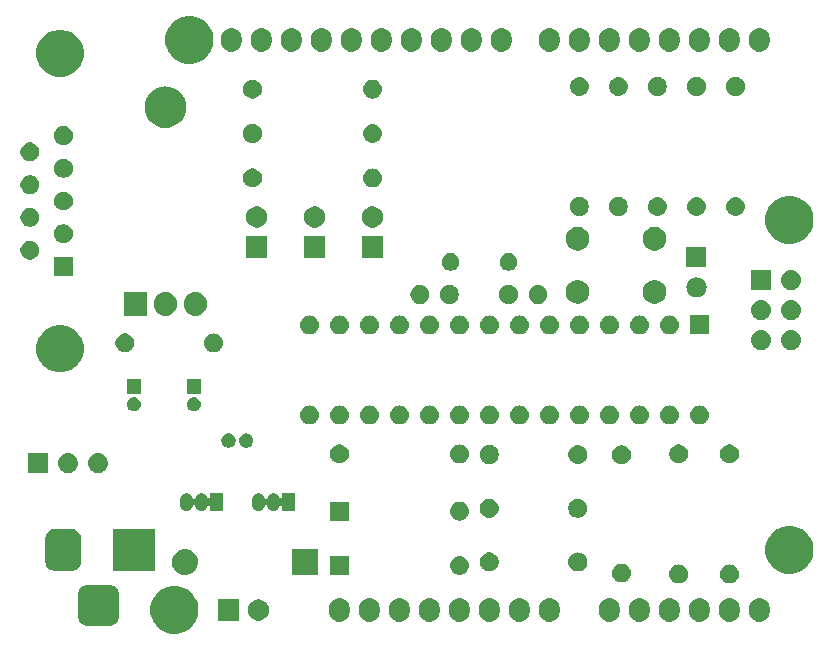
<source format=gbr>
G04 #@! TF.GenerationSoftware,KiCad,Pcbnew,(5.1.4)-1*
G04 #@! TF.CreationDate,2019-10-03T22:04:04+08:00*
G04 #@! TF.ProjectId,arduino-sss,61726475-696e-46f2-9d73-73732e6b6963,rev?*
G04 #@! TF.SameCoordinates,Original*
G04 #@! TF.FileFunction,Soldermask,Bot*
G04 #@! TF.FilePolarity,Negative*
%FSLAX46Y46*%
G04 Gerber Fmt 4.6, Leading zero omitted, Abs format (unit mm)*
G04 Created by KiCad (PCBNEW (5.1.4)-1) date 2019-10-03 22:04:04*
%MOMM*%
%LPD*%
G04 APERTURE LIST*
%ADD10C,0.100000*%
G04 APERTURE END LIST*
D10*
G36*
X125560711Y-121871088D02*
G01*
X125930511Y-122024264D01*
X125930513Y-122024265D01*
X126019727Y-122083876D01*
X126263324Y-122246642D01*
X126546358Y-122529676D01*
X126656792Y-122694953D01*
X126741346Y-122821496D01*
X126768736Y-122862489D01*
X126921912Y-123232289D01*
X127000000Y-123624864D01*
X127000000Y-124025136D01*
X126921912Y-124417711D01*
X126904598Y-124459510D01*
X126768735Y-124787513D01*
X126546357Y-125120325D01*
X126263325Y-125403357D01*
X125930513Y-125625735D01*
X125930512Y-125625736D01*
X125930511Y-125625736D01*
X125560711Y-125778912D01*
X125168136Y-125857000D01*
X124767864Y-125857000D01*
X124375289Y-125778912D01*
X124005489Y-125625736D01*
X124005488Y-125625736D01*
X124005487Y-125625735D01*
X123672675Y-125403357D01*
X123389643Y-125120325D01*
X123167265Y-124787513D01*
X123031402Y-124459510D01*
X123014088Y-124417711D01*
X122936000Y-124025136D01*
X122936000Y-123624864D01*
X123014088Y-123232289D01*
X123167264Y-122862489D01*
X123194655Y-122821496D01*
X123279208Y-122694953D01*
X123389642Y-122529676D01*
X123672676Y-122246642D01*
X123916273Y-122083876D01*
X124005487Y-122024265D01*
X124005489Y-122024264D01*
X124375289Y-121871088D01*
X124767864Y-121793000D01*
X125168136Y-121793000D01*
X125560711Y-121871088D01*
X125560711Y-121871088D01*
G37*
G36*
X119634891Y-121711205D02*
G01*
X119787202Y-121757408D01*
X119927565Y-121832433D01*
X120050597Y-121933403D01*
X120151567Y-122056435D01*
X120226592Y-122196798D01*
X120272795Y-122349109D01*
X120289000Y-122513640D01*
X120289000Y-124376360D01*
X120272795Y-124540891D01*
X120226592Y-124693202D01*
X120151567Y-124833565D01*
X120050597Y-124956597D01*
X119927565Y-125057567D01*
X119787202Y-125132592D01*
X119634891Y-125178795D01*
X119470360Y-125195000D01*
X117607640Y-125195000D01*
X117443109Y-125178795D01*
X117290798Y-125132592D01*
X117150435Y-125057567D01*
X117027403Y-124956597D01*
X116926433Y-124833565D01*
X116851408Y-124693202D01*
X116805205Y-124540891D01*
X116789000Y-124376360D01*
X116789000Y-122513640D01*
X116805205Y-122349109D01*
X116851408Y-122196798D01*
X116926433Y-122056435D01*
X117027403Y-121933403D01*
X117150435Y-121832433D01*
X117290798Y-121757408D01*
X117443109Y-121711205D01*
X117607640Y-121695000D01*
X119470360Y-121695000D01*
X119634891Y-121711205D01*
X119634891Y-121711205D01*
G37*
G36*
X141647294Y-122821496D02*
G01*
X141767726Y-122858029D01*
X141810087Y-122870879D01*
X141960107Y-122951066D01*
X141960110Y-122951068D01*
X141960111Y-122951069D01*
X142091612Y-123058988D01*
X142199531Y-123190488D01*
X142199533Y-123190492D01*
X142199534Y-123190493D01*
X142279721Y-123340513D01*
X142279722Y-123340516D01*
X142329104Y-123503305D01*
X142329104Y-123503307D01*
X142341600Y-123630179D01*
X142341600Y-124019820D01*
X142341076Y-124025136D01*
X142329104Y-124146694D01*
X142297369Y-124251310D01*
X142279721Y-124309488D01*
X142221874Y-124417711D01*
X142199531Y-124459512D01*
X142091612Y-124591012D01*
X141960112Y-124698931D01*
X141960108Y-124698933D01*
X141960107Y-124698934D01*
X141810087Y-124779121D01*
X141810084Y-124779122D01*
X141647295Y-124828504D01*
X141478000Y-124845178D01*
X141308706Y-124828504D01*
X141145917Y-124779122D01*
X141145914Y-124779121D01*
X140995894Y-124698934D01*
X140995893Y-124698933D01*
X140995889Y-124698931D01*
X140864388Y-124591012D01*
X140756469Y-124459512D01*
X140734126Y-124417711D01*
X140676279Y-124309487D01*
X140658631Y-124251310D01*
X140626896Y-124146695D01*
X140618565Y-124062112D01*
X140614400Y-124019821D01*
X140614400Y-123630180D01*
X140626896Y-123503308D01*
X140626896Y-123503306D01*
X140676278Y-123340517D01*
X140676279Y-123340513D01*
X140756466Y-123190493D01*
X140756470Y-123190488D01*
X140864388Y-123058988D01*
X140995888Y-122951069D01*
X140995892Y-122951067D01*
X140995893Y-122951066D01*
X141145913Y-122870879D01*
X141173571Y-122862489D01*
X141308705Y-122821496D01*
X141478000Y-122804822D01*
X141647294Y-122821496D01*
X141647294Y-122821496D01*
G37*
G36*
X139107294Y-122821496D02*
G01*
X139227726Y-122858029D01*
X139270087Y-122870879D01*
X139420107Y-122951066D01*
X139420110Y-122951068D01*
X139420111Y-122951069D01*
X139551612Y-123058988D01*
X139659531Y-123190488D01*
X139659533Y-123190492D01*
X139659534Y-123190493D01*
X139739721Y-123340513D01*
X139739722Y-123340516D01*
X139789104Y-123503305D01*
X139789104Y-123503307D01*
X139801600Y-123630179D01*
X139801600Y-124019820D01*
X139801076Y-124025136D01*
X139789104Y-124146694D01*
X139757369Y-124251310D01*
X139739721Y-124309488D01*
X139681874Y-124417711D01*
X139659531Y-124459512D01*
X139551612Y-124591012D01*
X139420112Y-124698931D01*
X139420108Y-124698933D01*
X139420107Y-124698934D01*
X139270087Y-124779121D01*
X139270084Y-124779122D01*
X139107295Y-124828504D01*
X138938000Y-124845178D01*
X138768706Y-124828504D01*
X138605917Y-124779122D01*
X138605914Y-124779121D01*
X138455894Y-124698934D01*
X138455893Y-124698933D01*
X138455889Y-124698931D01*
X138324388Y-124591012D01*
X138216469Y-124459512D01*
X138194126Y-124417711D01*
X138136279Y-124309487D01*
X138118631Y-124251310D01*
X138086896Y-124146695D01*
X138078565Y-124062112D01*
X138074400Y-124019821D01*
X138074400Y-123630180D01*
X138086896Y-123503308D01*
X138086896Y-123503306D01*
X138136278Y-123340517D01*
X138136279Y-123340513D01*
X138216466Y-123190493D01*
X138216470Y-123190488D01*
X138324388Y-123058988D01*
X138455888Y-122951069D01*
X138455892Y-122951067D01*
X138455893Y-122951066D01*
X138605913Y-122870879D01*
X138633571Y-122862489D01*
X138768705Y-122821496D01*
X138938000Y-122804822D01*
X139107294Y-122821496D01*
X139107294Y-122821496D01*
G37*
G36*
X144187294Y-122821496D02*
G01*
X144307726Y-122858029D01*
X144350087Y-122870879D01*
X144500107Y-122951066D01*
X144500110Y-122951068D01*
X144500111Y-122951069D01*
X144631612Y-123058988D01*
X144739531Y-123190488D01*
X144739533Y-123190492D01*
X144739534Y-123190493D01*
X144819721Y-123340513D01*
X144819722Y-123340516D01*
X144869104Y-123503305D01*
X144869104Y-123503307D01*
X144881600Y-123630179D01*
X144881600Y-124019820D01*
X144881076Y-124025136D01*
X144869104Y-124146694D01*
X144837369Y-124251310D01*
X144819721Y-124309488D01*
X144761874Y-124417711D01*
X144739531Y-124459512D01*
X144631612Y-124591012D01*
X144500112Y-124698931D01*
X144500108Y-124698933D01*
X144500107Y-124698934D01*
X144350087Y-124779121D01*
X144350084Y-124779122D01*
X144187295Y-124828504D01*
X144018000Y-124845178D01*
X143848706Y-124828504D01*
X143685917Y-124779122D01*
X143685914Y-124779121D01*
X143535894Y-124698934D01*
X143535893Y-124698933D01*
X143535889Y-124698931D01*
X143404388Y-124591012D01*
X143296469Y-124459512D01*
X143274126Y-124417711D01*
X143216279Y-124309487D01*
X143198631Y-124251310D01*
X143166896Y-124146695D01*
X143158565Y-124062112D01*
X143154400Y-124019821D01*
X143154400Y-123630180D01*
X143166896Y-123503308D01*
X143166896Y-123503306D01*
X143216278Y-123340517D01*
X143216279Y-123340513D01*
X143296466Y-123190493D01*
X143296470Y-123190488D01*
X143404388Y-123058988D01*
X143535888Y-122951069D01*
X143535892Y-122951067D01*
X143535893Y-122951066D01*
X143685913Y-122870879D01*
X143713571Y-122862489D01*
X143848705Y-122821496D01*
X144018000Y-122804822D01*
X144187294Y-122821496D01*
X144187294Y-122821496D01*
G37*
G36*
X146727294Y-122821496D02*
G01*
X146847726Y-122858029D01*
X146890087Y-122870879D01*
X147040107Y-122951066D01*
X147040110Y-122951068D01*
X147040111Y-122951069D01*
X147171612Y-123058988D01*
X147279531Y-123190488D01*
X147279533Y-123190492D01*
X147279534Y-123190493D01*
X147359721Y-123340513D01*
X147359722Y-123340516D01*
X147409104Y-123503305D01*
X147409104Y-123503307D01*
X147421600Y-123630179D01*
X147421600Y-124019820D01*
X147421076Y-124025136D01*
X147409104Y-124146694D01*
X147377369Y-124251310D01*
X147359721Y-124309488D01*
X147301874Y-124417711D01*
X147279531Y-124459512D01*
X147171612Y-124591012D01*
X147040112Y-124698931D01*
X147040108Y-124698933D01*
X147040107Y-124698934D01*
X146890087Y-124779121D01*
X146890084Y-124779122D01*
X146727295Y-124828504D01*
X146558000Y-124845178D01*
X146388706Y-124828504D01*
X146225917Y-124779122D01*
X146225914Y-124779121D01*
X146075894Y-124698934D01*
X146075893Y-124698933D01*
X146075889Y-124698931D01*
X145944388Y-124591012D01*
X145836469Y-124459512D01*
X145814126Y-124417711D01*
X145756279Y-124309487D01*
X145738631Y-124251310D01*
X145706896Y-124146695D01*
X145698565Y-124062112D01*
X145694400Y-124019821D01*
X145694400Y-123630180D01*
X145706896Y-123503308D01*
X145706896Y-123503306D01*
X145756278Y-123340517D01*
X145756279Y-123340513D01*
X145836466Y-123190493D01*
X145836470Y-123190488D01*
X145944388Y-123058988D01*
X146075888Y-122951069D01*
X146075892Y-122951067D01*
X146075893Y-122951066D01*
X146225913Y-122870879D01*
X146253571Y-122862489D01*
X146388705Y-122821496D01*
X146558000Y-122804822D01*
X146727294Y-122821496D01*
X146727294Y-122821496D01*
G37*
G36*
X149267294Y-122821496D02*
G01*
X149387726Y-122858029D01*
X149430087Y-122870879D01*
X149580107Y-122951066D01*
X149580110Y-122951068D01*
X149580111Y-122951069D01*
X149711612Y-123058988D01*
X149819531Y-123190488D01*
X149819533Y-123190492D01*
X149819534Y-123190493D01*
X149899721Y-123340513D01*
X149899722Y-123340516D01*
X149949104Y-123503305D01*
X149949104Y-123503307D01*
X149961600Y-123630179D01*
X149961600Y-124019820D01*
X149961076Y-124025136D01*
X149949104Y-124146694D01*
X149917369Y-124251310D01*
X149899721Y-124309488D01*
X149841874Y-124417711D01*
X149819531Y-124459512D01*
X149711612Y-124591012D01*
X149580112Y-124698931D01*
X149580108Y-124698933D01*
X149580107Y-124698934D01*
X149430087Y-124779121D01*
X149430084Y-124779122D01*
X149267295Y-124828504D01*
X149098000Y-124845178D01*
X148928706Y-124828504D01*
X148765917Y-124779122D01*
X148765914Y-124779121D01*
X148615894Y-124698934D01*
X148615893Y-124698933D01*
X148615889Y-124698931D01*
X148484388Y-124591012D01*
X148376469Y-124459512D01*
X148354126Y-124417711D01*
X148296279Y-124309487D01*
X148278631Y-124251310D01*
X148246896Y-124146695D01*
X148238565Y-124062112D01*
X148234400Y-124019821D01*
X148234400Y-123630180D01*
X148246896Y-123503308D01*
X148246896Y-123503306D01*
X148296278Y-123340517D01*
X148296279Y-123340513D01*
X148376466Y-123190493D01*
X148376470Y-123190488D01*
X148484388Y-123058988D01*
X148615888Y-122951069D01*
X148615892Y-122951067D01*
X148615893Y-122951066D01*
X148765913Y-122870879D01*
X148793571Y-122862489D01*
X148928705Y-122821496D01*
X149098000Y-122804822D01*
X149267294Y-122821496D01*
X149267294Y-122821496D01*
G37*
G36*
X151807294Y-122821496D02*
G01*
X151927726Y-122858029D01*
X151970087Y-122870879D01*
X152120107Y-122951066D01*
X152120110Y-122951068D01*
X152120111Y-122951069D01*
X152251612Y-123058988D01*
X152359531Y-123190488D01*
X152359533Y-123190492D01*
X152359534Y-123190493D01*
X152439721Y-123340513D01*
X152439722Y-123340516D01*
X152489104Y-123503305D01*
X152489104Y-123503307D01*
X152501600Y-123630179D01*
X152501600Y-124019820D01*
X152501076Y-124025136D01*
X152489104Y-124146694D01*
X152457369Y-124251310D01*
X152439721Y-124309488D01*
X152381874Y-124417711D01*
X152359531Y-124459512D01*
X152251612Y-124591012D01*
X152120112Y-124698931D01*
X152120108Y-124698933D01*
X152120107Y-124698934D01*
X151970087Y-124779121D01*
X151970084Y-124779122D01*
X151807295Y-124828504D01*
X151638000Y-124845178D01*
X151468706Y-124828504D01*
X151305917Y-124779122D01*
X151305914Y-124779121D01*
X151155894Y-124698934D01*
X151155893Y-124698933D01*
X151155889Y-124698931D01*
X151024388Y-124591012D01*
X150916469Y-124459512D01*
X150894126Y-124417711D01*
X150836279Y-124309487D01*
X150818631Y-124251310D01*
X150786896Y-124146695D01*
X150778565Y-124062112D01*
X150774400Y-124019821D01*
X150774400Y-123630180D01*
X150786896Y-123503308D01*
X150786896Y-123503306D01*
X150836278Y-123340517D01*
X150836279Y-123340513D01*
X150916466Y-123190493D01*
X150916470Y-123190488D01*
X151024388Y-123058988D01*
X151155888Y-122951069D01*
X151155892Y-122951067D01*
X151155893Y-122951066D01*
X151305913Y-122870879D01*
X151333571Y-122862489D01*
X151468705Y-122821496D01*
X151638000Y-122804822D01*
X151807294Y-122821496D01*
X151807294Y-122821496D01*
G37*
G36*
X154347294Y-122821496D02*
G01*
X154467726Y-122858029D01*
X154510087Y-122870879D01*
X154660107Y-122951066D01*
X154660110Y-122951068D01*
X154660111Y-122951069D01*
X154791612Y-123058988D01*
X154899531Y-123190488D01*
X154899533Y-123190492D01*
X154899534Y-123190493D01*
X154979721Y-123340513D01*
X154979722Y-123340516D01*
X155029104Y-123503305D01*
X155029104Y-123503307D01*
X155041600Y-123630179D01*
X155041600Y-124019820D01*
X155041076Y-124025136D01*
X155029104Y-124146694D01*
X154997369Y-124251310D01*
X154979721Y-124309488D01*
X154921874Y-124417711D01*
X154899531Y-124459512D01*
X154791612Y-124591012D01*
X154660112Y-124698931D01*
X154660108Y-124698933D01*
X154660107Y-124698934D01*
X154510087Y-124779121D01*
X154510084Y-124779122D01*
X154347295Y-124828504D01*
X154178000Y-124845178D01*
X154008706Y-124828504D01*
X153845917Y-124779122D01*
X153845914Y-124779121D01*
X153695894Y-124698934D01*
X153695893Y-124698933D01*
X153695889Y-124698931D01*
X153564388Y-124591012D01*
X153456469Y-124459512D01*
X153434126Y-124417711D01*
X153376279Y-124309487D01*
X153358631Y-124251310D01*
X153326896Y-124146695D01*
X153318565Y-124062112D01*
X153314400Y-124019821D01*
X153314400Y-123630180D01*
X153326896Y-123503308D01*
X153326896Y-123503306D01*
X153376278Y-123340517D01*
X153376279Y-123340513D01*
X153456466Y-123190493D01*
X153456470Y-123190488D01*
X153564388Y-123058988D01*
X153695888Y-122951069D01*
X153695892Y-122951067D01*
X153695893Y-122951066D01*
X153845913Y-122870879D01*
X153873571Y-122862489D01*
X154008705Y-122821496D01*
X154178000Y-122804822D01*
X154347294Y-122821496D01*
X154347294Y-122821496D01*
G37*
G36*
X156887294Y-122821496D02*
G01*
X157007726Y-122858029D01*
X157050087Y-122870879D01*
X157200107Y-122951066D01*
X157200110Y-122951068D01*
X157200111Y-122951069D01*
X157331612Y-123058988D01*
X157439531Y-123190488D01*
X157439533Y-123190492D01*
X157439534Y-123190493D01*
X157519721Y-123340513D01*
X157519722Y-123340516D01*
X157569104Y-123503305D01*
X157569104Y-123503307D01*
X157581600Y-123630179D01*
X157581600Y-124019820D01*
X157581076Y-124025136D01*
X157569104Y-124146694D01*
X157537369Y-124251310D01*
X157519721Y-124309488D01*
X157461874Y-124417711D01*
X157439531Y-124459512D01*
X157331612Y-124591012D01*
X157200112Y-124698931D01*
X157200108Y-124698933D01*
X157200107Y-124698934D01*
X157050087Y-124779121D01*
X157050084Y-124779122D01*
X156887295Y-124828504D01*
X156718000Y-124845178D01*
X156548706Y-124828504D01*
X156385917Y-124779122D01*
X156385914Y-124779121D01*
X156235894Y-124698934D01*
X156235893Y-124698933D01*
X156235889Y-124698931D01*
X156104388Y-124591012D01*
X155996469Y-124459512D01*
X155974126Y-124417711D01*
X155916279Y-124309487D01*
X155898631Y-124251310D01*
X155866896Y-124146695D01*
X155858565Y-124062112D01*
X155854400Y-124019821D01*
X155854400Y-123630180D01*
X155866896Y-123503308D01*
X155866896Y-123503306D01*
X155916278Y-123340517D01*
X155916279Y-123340513D01*
X155996466Y-123190493D01*
X155996470Y-123190488D01*
X156104388Y-123058988D01*
X156235888Y-122951069D01*
X156235892Y-122951067D01*
X156235893Y-122951066D01*
X156385913Y-122870879D01*
X156413571Y-122862489D01*
X156548705Y-122821496D01*
X156718000Y-122804822D01*
X156887294Y-122821496D01*
X156887294Y-122821496D01*
G37*
G36*
X161967294Y-122821496D02*
G01*
X162087726Y-122858029D01*
X162130087Y-122870879D01*
X162280107Y-122951066D01*
X162280110Y-122951068D01*
X162280111Y-122951069D01*
X162411612Y-123058988D01*
X162519531Y-123190488D01*
X162519533Y-123190492D01*
X162519534Y-123190493D01*
X162599721Y-123340513D01*
X162599722Y-123340516D01*
X162649104Y-123503305D01*
X162649104Y-123503307D01*
X162661600Y-123630179D01*
X162661600Y-124019820D01*
X162661076Y-124025136D01*
X162649104Y-124146694D01*
X162617369Y-124251310D01*
X162599721Y-124309488D01*
X162541874Y-124417711D01*
X162519531Y-124459512D01*
X162411612Y-124591012D01*
X162280112Y-124698931D01*
X162280108Y-124698933D01*
X162280107Y-124698934D01*
X162130087Y-124779121D01*
X162130084Y-124779122D01*
X161967295Y-124828504D01*
X161798000Y-124845178D01*
X161628706Y-124828504D01*
X161465917Y-124779122D01*
X161465914Y-124779121D01*
X161315894Y-124698934D01*
X161315893Y-124698933D01*
X161315889Y-124698931D01*
X161184388Y-124591012D01*
X161076469Y-124459512D01*
X161054126Y-124417711D01*
X160996279Y-124309487D01*
X160978631Y-124251310D01*
X160946896Y-124146695D01*
X160938565Y-124062112D01*
X160934400Y-124019821D01*
X160934400Y-123630180D01*
X160946896Y-123503308D01*
X160946896Y-123503306D01*
X160996278Y-123340517D01*
X160996279Y-123340513D01*
X161076466Y-123190493D01*
X161076470Y-123190488D01*
X161184388Y-123058988D01*
X161315888Y-122951069D01*
X161315892Y-122951067D01*
X161315893Y-122951066D01*
X161465913Y-122870879D01*
X161493571Y-122862489D01*
X161628705Y-122821496D01*
X161798000Y-122804822D01*
X161967294Y-122821496D01*
X161967294Y-122821496D01*
G37*
G36*
X164507294Y-122821496D02*
G01*
X164627726Y-122858029D01*
X164670087Y-122870879D01*
X164820107Y-122951066D01*
X164820110Y-122951068D01*
X164820111Y-122951069D01*
X164951612Y-123058988D01*
X165059531Y-123190488D01*
X165059533Y-123190492D01*
X165059534Y-123190493D01*
X165139721Y-123340513D01*
X165139722Y-123340516D01*
X165189104Y-123503305D01*
X165189104Y-123503307D01*
X165201600Y-123630179D01*
X165201600Y-124019820D01*
X165201076Y-124025136D01*
X165189104Y-124146694D01*
X165157369Y-124251310D01*
X165139721Y-124309488D01*
X165081874Y-124417711D01*
X165059531Y-124459512D01*
X164951612Y-124591012D01*
X164820112Y-124698931D01*
X164820108Y-124698933D01*
X164820107Y-124698934D01*
X164670087Y-124779121D01*
X164670084Y-124779122D01*
X164507295Y-124828504D01*
X164338000Y-124845178D01*
X164168706Y-124828504D01*
X164005917Y-124779122D01*
X164005914Y-124779121D01*
X163855894Y-124698934D01*
X163855893Y-124698933D01*
X163855889Y-124698931D01*
X163724388Y-124591012D01*
X163616469Y-124459512D01*
X163594126Y-124417711D01*
X163536279Y-124309487D01*
X163518631Y-124251310D01*
X163486896Y-124146695D01*
X163478565Y-124062112D01*
X163474400Y-124019821D01*
X163474400Y-123630180D01*
X163486896Y-123503308D01*
X163486896Y-123503306D01*
X163536278Y-123340517D01*
X163536279Y-123340513D01*
X163616466Y-123190493D01*
X163616470Y-123190488D01*
X163724388Y-123058988D01*
X163855888Y-122951069D01*
X163855892Y-122951067D01*
X163855893Y-122951066D01*
X164005913Y-122870879D01*
X164033571Y-122862489D01*
X164168705Y-122821496D01*
X164338000Y-122804822D01*
X164507294Y-122821496D01*
X164507294Y-122821496D01*
G37*
G36*
X167047294Y-122821496D02*
G01*
X167167726Y-122858029D01*
X167210087Y-122870879D01*
X167360107Y-122951066D01*
X167360110Y-122951068D01*
X167360111Y-122951069D01*
X167491612Y-123058988D01*
X167599531Y-123190488D01*
X167599533Y-123190492D01*
X167599534Y-123190493D01*
X167679721Y-123340513D01*
X167679722Y-123340516D01*
X167729104Y-123503305D01*
X167729104Y-123503307D01*
X167741600Y-123630179D01*
X167741600Y-124019820D01*
X167741076Y-124025136D01*
X167729104Y-124146694D01*
X167697369Y-124251310D01*
X167679721Y-124309488D01*
X167621874Y-124417711D01*
X167599531Y-124459512D01*
X167491612Y-124591012D01*
X167360112Y-124698931D01*
X167360108Y-124698933D01*
X167360107Y-124698934D01*
X167210087Y-124779121D01*
X167210084Y-124779122D01*
X167047295Y-124828504D01*
X166878000Y-124845178D01*
X166708706Y-124828504D01*
X166545917Y-124779122D01*
X166545914Y-124779121D01*
X166395894Y-124698934D01*
X166395893Y-124698933D01*
X166395889Y-124698931D01*
X166264388Y-124591012D01*
X166156469Y-124459512D01*
X166134126Y-124417711D01*
X166076279Y-124309487D01*
X166058631Y-124251310D01*
X166026896Y-124146695D01*
X166018565Y-124062112D01*
X166014400Y-124019821D01*
X166014400Y-123630180D01*
X166026896Y-123503308D01*
X166026896Y-123503306D01*
X166076278Y-123340517D01*
X166076279Y-123340513D01*
X166156466Y-123190493D01*
X166156470Y-123190488D01*
X166264388Y-123058988D01*
X166395888Y-122951069D01*
X166395892Y-122951067D01*
X166395893Y-122951066D01*
X166545913Y-122870879D01*
X166573571Y-122862489D01*
X166708705Y-122821496D01*
X166878000Y-122804822D01*
X167047294Y-122821496D01*
X167047294Y-122821496D01*
G37*
G36*
X169587294Y-122821496D02*
G01*
X169707726Y-122858029D01*
X169750087Y-122870879D01*
X169900107Y-122951066D01*
X169900110Y-122951068D01*
X169900111Y-122951069D01*
X170031612Y-123058988D01*
X170139531Y-123190488D01*
X170139533Y-123190492D01*
X170139534Y-123190493D01*
X170219721Y-123340513D01*
X170219722Y-123340516D01*
X170269104Y-123503305D01*
X170269104Y-123503307D01*
X170281600Y-123630179D01*
X170281600Y-124019820D01*
X170281076Y-124025136D01*
X170269104Y-124146694D01*
X170237369Y-124251310D01*
X170219721Y-124309488D01*
X170161874Y-124417711D01*
X170139531Y-124459512D01*
X170031612Y-124591012D01*
X169900112Y-124698931D01*
X169900108Y-124698933D01*
X169900107Y-124698934D01*
X169750087Y-124779121D01*
X169750084Y-124779122D01*
X169587295Y-124828504D01*
X169418000Y-124845178D01*
X169248706Y-124828504D01*
X169085917Y-124779122D01*
X169085914Y-124779121D01*
X168935894Y-124698934D01*
X168935893Y-124698933D01*
X168935889Y-124698931D01*
X168804388Y-124591012D01*
X168696469Y-124459512D01*
X168674126Y-124417711D01*
X168616279Y-124309487D01*
X168598631Y-124251310D01*
X168566896Y-124146695D01*
X168558565Y-124062112D01*
X168554400Y-124019821D01*
X168554400Y-123630180D01*
X168566896Y-123503308D01*
X168566896Y-123503306D01*
X168616278Y-123340517D01*
X168616279Y-123340513D01*
X168696466Y-123190493D01*
X168696470Y-123190488D01*
X168804388Y-123058988D01*
X168935888Y-122951069D01*
X168935892Y-122951067D01*
X168935893Y-122951066D01*
X169085913Y-122870879D01*
X169113571Y-122862489D01*
X169248705Y-122821496D01*
X169418000Y-122804822D01*
X169587294Y-122821496D01*
X169587294Y-122821496D01*
G37*
G36*
X172127294Y-122821496D02*
G01*
X172247726Y-122858029D01*
X172290087Y-122870879D01*
X172440107Y-122951066D01*
X172440110Y-122951068D01*
X172440111Y-122951069D01*
X172571612Y-123058988D01*
X172679531Y-123190488D01*
X172679533Y-123190492D01*
X172679534Y-123190493D01*
X172759721Y-123340513D01*
X172759722Y-123340516D01*
X172809104Y-123503305D01*
X172809104Y-123503307D01*
X172821600Y-123630179D01*
X172821600Y-124019820D01*
X172821076Y-124025136D01*
X172809104Y-124146694D01*
X172777369Y-124251310D01*
X172759721Y-124309488D01*
X172701874Y-124417711D01*
X172679531Y-124459512D01*
X172571612Y-124591012D01*
X172440112Y-124698931D01*
X172440108Y-124698933D01*
X172440107Y-124698934D01*
X172290087Y-124779121D01*
X172290084Y-124779122D01*
X172127295Y-124828504D01*
X171958000Y-124845178D01*
X171788706Y-124828504D01*
X171625917Y-124779122D01*
X171625914Y-124779121D01*
X171475894Y-124698934D01*
X171475893Y-124698933D01*
X171475889Y-124698931D01*
X171344388Y-124591012D01*
X171236469Y-124459512D01*
X171214126Y-124417711D01*
X171156279Y-124309487D01*
X171138631Y-124251310D01*
X171106896Y-124146695D01*
X171098565Y-124062112D01*
X171094400Y-124019821D01*
X171094400Y-123630180D01*
X171106896Y-123503308D01*
X171106896Y-123503306D01*
X171156278Y-123340517D01*
X171156279Y-123340513D01*
X171236466Y-123190493D01*
X171236470Y-123190488D01*
X171344388Y-123058988D01*
X171475888Y-122951069D01*
X171475892Y-122951067D01*
X171475893Y-122951066D01*
X171625913Y-122870879D01*
X171653571Y-122862489D01*
X171788705Y-122821496D01*
X171958000Y-122804822D01*
X172127294Y-122821496D01*
X172127294Y-122821496D01*
G37*
G36*
X174667294Y-122821496D02*
G01*
X174787726Y-122858029D01*
X174830087Y-122870879D01*
X174980107Y-122951066D01*
X174980110Y-122951068D01*
X174980111Y-122951069D01*
X175111612Y-123058988D01*
X175219531Y-123190488D01*
X175219533Y-123190492D01*
X175219534Y-123190493D01*
X175299721Y-123340513D01*
X175299722Y-123340516D01*
X175349104Y-123503305D01*
X175349104Y-123503307D01*
X175361600Y-123630179D01*
X175361600Y-124019820D01*
X175361076Y-124025136D01*
X175349104Y-124146694D01*
X175317369Y-124251310D01*
X175299721Y-124309488D01*
X175241874Y-124417711D01*
X175219531Y-124459512D01*
X175111612Y-124591012D01*
X174980112Y-124698931D01*
X174980108Y-124698933D01*
X174980107Y-124698934D01*
X174830087Y-124779121D01*
X174830084Y-124779122D01*
X174667295Y-124828504D01*
X174498000Y-124845178D01*
X174328706Y-124828504D01*
X174165917Y-124779122D01*
X174165914Y-124779121D01*
X174015894Y-124698934D01*
X174015893Y-124698933D01*
X174015889Y-124698931D01*
X173884388Y-124591012D01*
X173776469Y-124459512D01*
X173754126Y-124417711D01*
X173696279Y-124309487D01*
X173678631Y-124251310D01*
X173646896Y-124146695D01*
X173638565Y-124062112D01*
X173634400Y-124019821D01*
X173634400Y-123630180D01*
X173646896Y-123503308D01*
X173646896Y-123503306D01*
X173696278Y-123340517D01*
X173696279Y-123340513D01*
X173776466Y-123190493D01*
X173776470Y-123190488D01*
X173884388Y-123058988D01*
X174015888Y-122951069D01*
X174015892Y-122951067D01*
X174015893Y-122951066D01*
X174165913Y-122870879D01*
X174193571Y-122862489D01*
X174328705Y-122821496D01*
X174498000Y-122804822D01*
X174667294Y-122821496D01*
X174667294Y-122821496D01*
G37*
G36*
X132299702Y-122951069D02*
G01*
X132342520Y-122959586D01*
X132506310Y-123027430D01*
X132653717Y-123125924D01*
X132779076Y-123251283D01*
X132838697Y-123340513D01*
X132877571Y-123398692D01*
X132945414Y-123562480D01*
X132980000Y-123736356D01*
X132980000Y-123913644D01*
X132958880Y-124019820D01*
X132945414Y-124087520D01*
X132877570Y-124251310D01*
X132779076Y-124398717D01*
X132653717Y-124524076D01*
X132506310Y-124622570D01*
X132506309Y-124622571D01*
X132506308Y-124622571D01*
X132342520Y-124690414D01*
X132168644Y-124725000D01*
X131991356Y-124725000D01*
X131817480Y-124690414D01*
X131653692Y-124622571D01*
X131653691Y-124622571D01*
X131653690Y-124622570D01*
X131506283Y-124524076D01*
X131380924Y-124398717D01*
X131282430Y-124251310D01*
X131214586Y-124087520D01*
X131201120Y-124019820D01*
X131180000Y-123913644D01*
X131180000Y-123736356D01*
X131214586Y-123562480D01*
X131282429Y-123398692D01*
X131321303Y-123340513D01*
X131380924Y-123251283D01*
X131506283Y-123125924D01*
X131653690Y-123027430D01*
X131817480Y-122959586D01*
X131860298Y-122951069D01*
X131991356Y-122925000D01*
X132168644Y-122925000D01*
X132299702Y-122951069D01*
X132299702Y-122951069D01*
G37*
G36*
X130440000Y-124725000D02*
G01*
X128640000Y-124725000D01*
X128640000Y-122925000D01*
X130440000Y-122925000D01*
X130440000Y-124725000D01*
X130440000Y-124725000D01*
G37*
G36*
X172036471Y-119980859D02*
G01*
X172114827Y-119988576D01*
X172265628Y-120034321D01*
X172265630Y-120034322D01*
X172404605Y-120108606D01*
X172526422Y-120208578D01*
X172626394Y-120330395D01*
X172700678Y-120469370D01*
X172700679Y-120469372D01*
X172746424Y-120620173D01*
X172761870Y-120777000D01*
X172746424Y-120933827D01*
X172724946Y-121004630D01*
X172700678Y-121084630D01*
X172626394Y-121223605D01*
X172526422Y-121345422D01*
X172404605Y-121445394D01*
X172329714Y-121485424D01*
X172265628Y-121519679D01*
X172114827Y-121565424D01*
X172036471Y-121573141D01*
X171997294Y-121577000D01*
X171918706Y-121577000D01*
X171879529Y-121573141D01*
X171801173Y-121565424D01*
X171650372Y-121519679D01*
X171586286Y-121485424D01*
X171511395Y-121445394D01*
X171389578Y-121345422D01*
X171289606Y-121223605D01*
X171215322Y-121084630D01*
X171191054Y-121004630D01*
X171169576Y-120933827D01*
X171154130Y-120777000D01*
X171169576Y-120620173D01*
X171215321Y-120469372D01*
X171215322Y-120469370D01*
X171289606Y-120330395D01*
X171389578Y-120208578D01*
X171511395Y-120108606D01*
X171650370Y-120034322D01*
X171650372Y-120034321D01*
X171801173Y-119988576D01*
X171879529Y-119980859D01*
X171918706Y-119977000D01*
X171997294Y-119977000D01*
X172036471Y-119980859D01*
X172036471Y-119980859D01*
G37*
G36*
X167739471Y-119980859D02*
G01*
X167817827Y-119988576D01*
X167968628Y-120034321D01*
X167968630Y-120034322D01*
X168107605Y-120108606D01*
X168229422Y-120208578D01*
X168329394Y-120330395D01*
X168403678Y-120469370D01*
X168403679Y-120469372D01*
X168449424Y-120620173D01*
X168464870Y-120777000D01*
X168449424Y-120933827D01*
X168427946Y-121004630D01*
X168403678Y-121084630D01*
X168329394Y-121223605D01*
X168229422Y-121345422D01*
X168107605Y-121445394D01*
X168032714Y-121485424D01*
X167968628Y-121519679D01*
X167817827Y-121565424D01*
X167739471Y-121573141D01*
X167700294Y-121577000D01*
X167621706Y-121577000D01*
X167582529Y-121573141D01*
X167504173Y-121565424D01*
X167353372Y-121519679D01*
X167289286Y-121485424D01*
X167214395Y-121445394D01*
X167092578Y-121345422D01*
X166992606Y-121223605D01*
X166918322Y-121084630D01*
X166894054Y-121004630D01*
X166872576Y-120933827D01*
X166857130Y-120777000D01*
X166872576Y-120620173D01*
X166918321Y-120469372D01*
X166918322Y-120469370D01*
X166992606Y-120330395D01*
X167092578Y-120208578D01*
X167214395Y-120108606D01*
X167353370Y-120034322D01*
X167353372Y-120034321D01*
X167504173Y-119988576D01*
X167582529Y-119980859D01*
X167621706Y-119977000D01*
X167700294Y-119977000D01*
X167739471Y-119980859D01*
X167739471Y-119980859D01*
G37*
G36*
X162892471Y-119900859D02*
G01*
X162970827Y-119908576D01*
X163121628Y-119954321D01*
X163121630Y-119954322D01*
X163260605Y-120028606D01*
X163382422Y-120128578D01*
X163482394Y-120250395D01*
X163525155Y-120330395D01*
X163556679Y-120389372D01*
X163602424Y-120540173D01*
X163617870Y-120697000D01*
X163602424Y-120853827D01*
X163578156Y-120933827D01*
X163556678Y-121004630D01*
X163482394Y-121143605D01*
X163382422Y-121265422D01*
X163260605Y-121365394D01*
X163121630Y-121439678D01*
X163121628Y-121439679D01*
X162970827Y-121485424D01*
X162892471Y-121493141D01*
X162853294Y-121497000D01*
X162774706Y-121497000D01*
X162735529Y-121493141D01*
X162657173Y-121485424D01*
X162506372Y-121439679D01*
X162506370Y-121439678D01*
X162367395Y-121365394D01*
X162245578Y-121265422D01*
X162145606Y-121143605D01*
X162071322Y-121004630D01*
X162049844Y-120933827D01*
X162025576Y-120853827D01*
X162010130Y-120697000D01*
X162025576Y-120540173D01*
X162071321Y-120389372D01*
X162102845Y-120330395D01*
X162145606Y-120250395D01*
X162245578Y-120128578D01*
X162367395Y-120028606D01*
X162506370Y-119954322D01*
X162506372Y-119954321D01*
X162657173Y-119908576D01*
X162735529Y-119900859D01*
X162774706Y-119897000D01*
X162853294Y-119897000D01*
X162892471Y-119900859D01*
X162892471Y-119900859D01*
G37*
G36*
X139738000Y-120861000D02*
G01*
X138138000Y-120861000D01*
X138138000Y-119261000D01*
X139738000Y-119261000D01*
X139738000Y-120861000D01*
X139738000Y-120861000D01*
G37*
G36*
X149176471Y-119264859D02*
G01*
X149254827Y-119272576D01*
X149405628Y-119318321D01*
X149405630Y-119318322D01*
X149544605Y-119392606D01*
X149544607Y-119392607D01*
X149544606Y-119392607D01*
X149666422Y-119492578D01*
X149766393Y-119614394D01*
X149840679Y-119753372D01*
X149886424Y-119904173D01*
X149901870Y-120061000D01*
X149886424Y-120217827D01*
X149840679Y-120368628D01*
X149840678Y-120368630D01*
X149766394Y-120507605D01*
X149666422Y-120629422D01*
X149544605Y-120729394D01*
X149445844Y-120782183D01*
X149405628Y-120803679D01*
X149254827Y-120849424D01*
X149176471Y-120857141D01*
X149137294Y-120861000D01*
X149058706Y-120861000D01*
X149019529Y-120857141D01*
X148941173Y-120849424D01*
X148790372Y-120803679D01*
X148750156Y-120782183D01*
X148651395Y-120729394D01*
X148529578Y-120629422D01*
X148429606Y-120507605D01*
X148355322Y-120368630D01*
X148355321Y-120368628D01*
X148309576Y-120217827D01*
X148294130Y-120061000D01*
X148309576Y-119904173D01*
X148355321Y-119753372D01*
X148429607Y-119614394D01*
X148529578Y-119492578D01*
X148651394Y-119392607D01*
X148651393Y-119392607D01*
X148651395Y-119392606D01*
X148790370Y-119318322D01*
X148790372Y-119318321D01*
X148941173Y-119272576D01*
X149019529Y-119264859D01*
X149058706Y-119261000D01*
X149137294Y-119261000D01*
X149176471Y-119264859D01*
X149176471Y-119264859D01*
G37*
G36*
X137117000Y-120861000D02*
G01*
X134917000Y-120861000D01*
X134917000Y-118661000D01*
X137117000Y-118661000D01*
X137117000Y-120861000D01*
X137117000Y-120861000D01*
G37*
G36*
X125991837Y-118668958D02*
G01*
X126072638Y-118676916D01*
X126226034Y-118723449D01*
X126279992Y-118739817D01*
X126471084Y-118841957D01*
X126638581Y-118979419D01*
X126776043Y-119146916D01*
X126878183Y-119338008D01*
X126878184Y-119338012D01*
X126941084Y-119545362D01*
X126962322Y-119761000D01*
X126941084Y-119976638D01*
X126913178Y-120068630D01*
X126878183Y-120183992D01*
X126776043Y-120375084D01*
X126638581Y-120542581D01*
X126471084Y-120680043D01*
X126279992Y-120782183D01*
X126226034Y-120798551D01*
X126072638Y-120845084D01*
X125991837Y-120853042D01*
X125911038Y-120861000D01*
X125802962Y-120861000D01*
X125722163Y-120853042D01*
X125641362Y-120845084D01*
X125487966Y-120798551D01*
X125434008Y-120782183D01*
X125242916Y-120680043D01*
X125075419Y-120542581D01*
X124937957Y-120375084D01*
X124835817Y-120183992D01*
X124800822Y-120068630D01*
X124772916Y-119976638D01*
X124751678Y-119761000D01*
X124772916Y-119545362D01*
X124835816Y-119338012D01*
X124835817Y-119338008D01*
X124937957Y-119146916D01*
X125075419Y-118979419D01*
X125242916Y-118841957D01*
X125434008Y-118739817D01*
X125487966Y-118723449D01*
X125641362Y-118676916D01*
X125722163Y-118668958D01*
X125802962Y-118661000D01*
X125911038Y-118661000D01*
X125991837Y-118668958D01*
X125991837Y-118668958D01*
G37*
G36*
X177630711Y-116791088D02*
G01*
X177630714Y-116791089D01*
X177630713Y-116791089D01*
X178000513Y-116944265D01*
X178076443Y-116995000D01*
X178333324Y-117166642D01*
X178616358Y-117449676D01*
X178838736Y-117782489D01*
X178991912Y-118152289D01*
X179070000Y-118544864D01*
X179070000Y-118945136D01*
X178991912Y-119337711D01*
X178838736Y-119707511D01*
X178616358Y-120040324D01*
X178333324Y-120323358D01*
X178234530Y-120389370D01*
X178000513Y-120545735D01*
X178000512Y-120545736D01*
X178000511Y-120545736D01*
X177630711Y-120698912D01*
X177238136Y-120777000D01*
X176837864Y-120777000D01*
X176445289Y-120698912D01*
X176075489Y-120545736D01*
X176075488Y-120545736D01*
X176075487Y-120545735D01*
X175841470Y-120389370D01*
X175742676Y-120323358D01*
X175459642Y-120040324D01*
X175237264Y-119707511D01*
X175084088Y-119337711D01*
X175006000Y-118945136D01*
X175006000Y-118544864D01*
X175084088Y-118152289D01*
X175237264Y-117782489D01*
X175459642Y-117449676D01*
X175742676Y-117166642D01*
X175999557Y-116995000D01*
X176075487Y-116944265D01*
X176445287Y-116791089D01*
X176445286Y-116791089D01*
X176445289Y-116791088D01*
X176837864Y-116713000D01*
X177238136Y-116713000D01*
X177630711Y-116791088D01*
X177630711Y-116791088D01*
G37*
G36*
X159196471Y-118964859D02*
G01*
X159274827Y-118972576D01*
X159425628Y-119018321D01*
X159425630Y-119018322D01*
X159564605Y-119092606D01*
X159686422Y-119192578D01*
X159786394Y-119314395D01*
X159822561Y-119382058D01*
X159860679Y-119453372D01*
X159906424Y-119604173D01*
X159921870Y-119761000D01*
X159906424Y-119917827D01*
X159862993Y-120061000D01*
X159860678Y-120068630D01*
X159786394Y-120207605D01*
X159686422Y-120329422D01*
X159564605Y-120429394D01*
X159441865Y-120495000D01*
X159425628Y-120503679D01*
X159274827Y-120549424D01*
X159196471Y-120557141D01*
X159157294Y-120561000D01*
X159078706Y-120561000D01*
X159039529Y-120557141D01*
X158961173Y-120549424D01*
X158810372Y-120503679D01*
X158794135Y-120495000D01*
X158671395Y-120429394D01*
X158549578Y-120329422D01*
X158449606Y-120207605D01*
X158375322Y-120068630D01*
X158373007Y-120061000D01*
X158329576Y-119917827D01*
X158314130Y-119761000D01*
X158329576Y-119604173D01*
X158375321Y-119453372D01*
X158413439Y-119382058D01*
X158449606Y-119314395D01*
X158549578Y-119192578D01*
X158671395Y-119092606D01*
X158810370Y-119018322D01*
X158810372Y-119018321D01*
X158961173Y-118972576D01*
X159039529Y-118964859D01*
X159078706Y-118961000D01*
X159157294Y-118961000D01*
X159196471Y-118964859D01*
X159196471Y-118964859D01*
G37*
G36*
X151851351Y-118991743D02*
G01*
X151996941Y-119052048D01*
X152127970Y-119139599D01*
X152239401Y-119251030D01*
X152326952Y-119382059D01*
X152387257Y-119527649D01*
X152418000Y-119682206D01*
X152418000Y-119839794D01*
X152387257Y-119994351D01*
X152326952Y-120139941D01*
X152239401Y-120270970D01*
X152127970Y-120382401D01*
X151996941Y-120469952D01*
X151851351Y-120530257D01*
X151696794Y-120561000D01*
X151539206Y-120561000D01*
X151384649Y-120530257D01*
X151239059Y-120469952D01*
X151108030Y-120382401D01*
X150996599Y-120270970D01*
X150909048Y-120139941D01*
X150848743Y-119994351D01*
X150818000Y-119839794D01*
X150818000Y-119682206D01*
X150848743Y-119527649D01*
X150909048Y-119382059D01*
X150996599Y-119251030D01*
X151108030Y-119139599D01*
X151239059Y-119052048D01*
X151384649Y-118991743D01*
X151539206Y-118961000D01*
X151696794Y-118961000D01*
X151851351Y-118991743D01*
X151851351Y-118991743D01*
G37*
G36*
X116485505Y-117008803D02*
G01*
X116614366Y-117047893D01*
X116733117Y-117111367D01*
X116837209Y-117196791D01*
X116922633Y-117300883D01*
X116986107Y-117419634D01*
X117025197Y-117548495D01*
X117039000Y-117688640D01*
X117039000Y-119801360D01*
X117025197Y-119941505D01*
X116986107Y-120070366D01*
X116922633Y-120189117D01*
X116837209Y-120293209D01*
X116733117Y-120378633D01*
X116614366Y-120442107D01*
X116485505Y-120481197D01*
X116345360Y-120495000D01*
X114732640Y-120495000D01*
X114592495Y-120481197D01*
X114463634Y-120442107D01*
X114344883Y-120378633D01*
X114240791Y-120293209D01*
X114155367Y-120189117D01*
X114091893Y-120070366D01*
X114052803Y-119941505D01*
X114039000Y-119801360D01*
X114039000Y-117688640D01*
X114052803Y-117548495D01*
X114091893Y-117419634D01*
X114155367Y-117300883D01*
X114240791Y-117196791D01*
X114344883Y-117111367D01*
X114463634Y-117047893D01*
X114592495Y-117008803D01*
X114732640Y-116995000D01*
X116345360Y-116995000D01*
X116485505Y-117008803D01*
X116485505Y-117008803D01*
G37*
G36*
X123289000Y-120495000D02*
G01*
X119789000Y-120495000D01*
X119789000Y-116995000D01*
X123289000Y-116995000D01*
X123289000Y-120495000D01*
X123289000Y-120495000D01*
G37*
G36*
X139738000Y-116264000D02*
G01*
X138138000Y-116264000D01*
X138138000Y-114664000D01*
X139738000Y-114664000D01*
X139738000Y-116264000D01*
X139738000Y-116264000D01*
G37*
G36*
X149176471Y-114667859D02*
G01*
X149254827Y-114675576D01*
X149405628Y-114721321D01*
X149405630Y-114721322D01*
X149544605Y-114795606D01*
X149666422Y-114895578D01*
X149766394Y-115017395D01*
X149829366Y-115135207D01*
X149840679Y-115156372D01*
X149886424Y-115307173D01*
X149901870Y-115464000D01*
X149886424Y-115620827D01*
X149840679Y-115771628D01*
X149840678Y-115771630D01*
X149766394Y-115910605D01*
X149666422Y-116032422D01*
X149544605Y-116132394D01*
X149405630Y-116206678D01*
X149405628Y-116206679D01*
X149254827Y-116252424D01*
X149176471Y-116260141D01*
X149137294Y-116264000D01*
X149058706Y-116264000D01*
X149019529Y-116260141D01*
X148941173Y-116252424D01*
X148790372Y-116206679D01*
X148790370Y-116206678D01*
X148651395Y-116132394D01*
X148529578Y-116032422D01*
X148429606Y-115910605D01*
X148355322Y-115771630D01*
X148355321Y-115771628D01*
X148309576Y-115620827D01*
X148294130Y-115464000D01*
X148309576Y-115307173D01*
X148355321Y-115156372D01*
X148366634Y-115135207D01*
X148429606Y-115017395D01*
X148529578Y-114895578D01*
X148651395Y-114795606D01*
X148790370Y-114721322D01*
X148790372Y-114721321D01*
X148941173Y-114675576D01*
X149019529Y-114667859D01*
X149058706Y-114664000D01*
X149137294Y-114664000D01*
X149176471Y-114667859D01*
X149176471Y-114667859D01*
G37*
G36*
X151696471Y-114417859D02*
G01*
X151774827Y-114425576D01*
X151925628Y-114471321D01*
X151925630Y-114471322D01*
X152064605Y-114545606D01*
X152186422Y-114645578D01*
X152286394Y-114767395D01*
X152360678Y-114906370D01*
X152360679Y-114906372D01*
X152406424Y-115057173D01*
X152421870Y-115214000D01*
X152406424Y-115370827D01*
X152378160Y-115464000D01*
X152360678Y-115521630D01*
X152286394Y-115660605D01*
X152186422Y-115782422D01*
X152064605Y-115882394D01*
X151925630Y-115956678D01*
X151925628Y-115956679D01*
X151774827Y-116002424D01*
X151696471Y-116010141D01*
X151657294Y-116014000D01*
X151578706Y-116014000D01*
X151539529Y-116010141D01*
X151461173Y-116002424D01*
X151310372Y-115956679D01*
X151310370Y-115956678D01*
X151171395Y-115882394D01*
X151049578Y-115782422D01*
X150949606Y-115660605D01*
X150875322Y-115521630D01*
X150857840Y-115464000D01*
X150829576Y-115370827D01*
X150814130Y-115214000D01*
X150829576Y-115057173D01*
X150875321Y-114906372D01*
X150875322Y-114906370D01*
X150949606Y-114767395D01*
X151049578Y-114645578D01*
X151171395Y-114545606D01*
X151310370Y-114471322D01*
X151310372Y-114471321D01*
X151461173Y-114425576D01*
X151539529Y-114417859D01*
X151578706Y-114414000D01*
X151657294Y-114414000D01*
X151696471Y-114417859D01*
X151696471Y-114417859D01*
G37*
G36*
X159351351Y-114444743D02*
G01*
X159496941Y-114505048D01*
X159627970Y-114592599D01*
X159739401Y-114704030D01*
X159826952Y-114835059D01*
X159887257Y-114980649D01*
X159918000Y-115135206D01*
X159918000Y-115292794D01*
X159887257Y-115447351D01*
X159826952Y-115592941D01*
X159739401Y-115723970D01*
X159627970Y-115835401D01*
X159496941Y-115922952D01*
X159351351Y-115983257D01*
X159196794Y-116014000D01*
X159039206Y-116014000D01*
X158884649Y-115983257D01*
X158739059Y-115922952D01*
X158608030Y-115835401D01*
X158496599Y-115723970D01*
X158409048Y-115592941D01*
X158348743Y-115447351D01*
X158318000Y-115292794D01*
X158318000Y-115135206D01*
X158348743Y-114980649D01*
X158409048Y-114835059D01*
X158496599Y-114704030D01*
X158608030Y-114592599D01*
X158739059Y-114505048D01*
X158884649Y-114444743D01*
X159039206Y-114414000D01*
X159196794Y-114414000D01*
X159351351Y-114444743D01*
X159351351Y-114444743D01*
G37*
G36*
X127356919Y-113938596D02*
G01*
X127455880Y-113968616D01*
X127535307Y-114011071D01*
X127547086Y-114017367D01*
X127567909Y-114034456D01*
X127627028Y-114082972D01*
X127675544Y-114142091D01*
X127692633Y-114162914D01*
X127741383Y-114254119D01*
X127754384Y-114296978D01*
X127754384Y-114296979D01*
X127763762Y-114319617D01*
X127777376Y-114339992D01*
X127794703Y-114357319D01*
X127815077Y-114370932D01*
X127837716Y-114380310D01*
X127861749Y-114385090D01*
X127886253Y-114385090D01*
X127910287Y-114380310D01*
X127932925Y-114370932D01*
X127953300Y-114357318D01*
X127970627Y-114339991D01*
X127984240Y-114319617D01*
X127993618Y-114296978D01*
X127999000Y-114260693D01*
X127999000Y-113931000D01*
X129049000Y-113931000D01*
X129049000Y-115431000D01*
X127999000Y-115431000D01*
X127999000Y-115101307D01*
X127996598Y-115076921D01*
X127989485Y-115053472D01*
X127977934Y-115031861D01*
X127962389Y-115012919D01*
X127943447Y-114997374D01*
X127921836Y-114985823D01*
X127898387Y-114978710D01*
X127874001Y-114976308D01*
X127849615Y-114978710D01*
X127826166Y-114985823D01*
X127804555Y-114997374D01*
X127785613Y-115012919D01*
X127770068Y-115031861D01*
X127754385Y-115065019D01*
X127741383Y-115107881D01*
X127692633Y-115199086D01*
X127680393Y-115214000D01*
X127627028Y-115279027D01*
X127610252Y-115292794D01*
X127547086Y-115344633D01*
X127498084Y-115370825D01*
X127455879Y-115393384D01*
X127356918Y-115423404D01*
X127254000Y-115433540D01*
X127151081Y-115423404D01*
X127052120Y-115393384D01*
X126960916Y-115344634D01*
X126960914Y-115344633D01*
X126915269Y-115307173D01*
X126880973Y-115279028D01*
X126857386Y-115250286D01*
X126815367Y-115199086D01*
X126781223Y-115135206D01*
X126766616Y-115107879D01*
X126738616Y-115015576D01*
X126729239Y-114992937D01*
X126715625Y-114972563D01*
X126698298Y-114955236D01*
X126677924Y-114941622D01*
X126655285Y-114932245D01*
X126631252Y-114927465D01*
X126606747Y-114927465D01*
X126582714Y-114932246D01*
X126560075Y-114941623D01*
X126539701Y-114955237D01*
X126522374Y-114972564D01*
X126508760Y-114992938D01*
X126499383Y-115015576D01*
X126471383Y-115107881D01*
X126422633Y-115199086D01*
X126410393Y-115214000D01*
X126357028Y-115279027D01*
X126340252Y-115292794D01*
X126277086Y-115344633D01*
X126228084Y-115370825D01*
X126185879Y-115393384D01*
X126086918Y-115423404D01*
X125984000Y-115433540D01*
X125881081Y-115423404D01*
X125782120Y-115393384D01*
X125690916Y-115344634D01*
X125690914Y-115344633D01*
X125645269Y-115307173D01*
X125610973Y-115279028D01*
X125587386Y-115250286D01*
X125545367Y-115199086D01*
X125511223Y-115135206D01*
X125496616Y-115107879D01*
X125466596Y-115008918D01*
X125459000Y-114931791D01*
X125459000Y-114430208D01*
X125466596Y-114353081D01*
X125496616Y-114254120D01*
X125545366Y-114162916D01*
X125610973Y-114082973D01*
X125655848Y-114046146D01*
X125690915Y-114017367D01*
X125702694Y-114011071D01*
X125782121Y-113968616D01*
X125881082Y-113938596D01*
X125984000Y-113928460D01*
X126086919Y-113938596D01*
X126185880Y-113968616D01*
X126265307Y-114011071D01*
X126277086Y-114017367D01*
X126297909Y-114034456D01*
X126357028Y-114082972D01*
X126405544Y-114142091D01*
X126422633Y-114162914D01*
X126422634Y-114162916D01*
X126471384Y-114254120D01*
X126499384Y-114346423D01*
X126508761Y-114369062D01*
X126522375Y-114389436D01*
X126539702Y-114406763D01*
X126560076Y-114420377D01*
X126582715Y-114429754D01*
X126606748Y-114434534D01*
X126631253Y-114434534D01*
X126655286Y-114429753D01*
X126677925Y-114420376D01*
X126698299Y-114406762D01*
X126715626Y-114389435D01*
X126729240Y-114369061D01*
X126738616Y-114346423D01*
X126766616Y-114254120D01*
X126815366Y-114162916D01*
X126880973Y-114082973D01*
X126925848Y-114046146D01*
X126960915Y-114017367D01*
X126972694Y-114011071D01*
X127052121Y-113968616D01*
X127151082Y-113938596D01*
X127254000Y-113928460D01*
X127356919Y-113938596D01*
X127356919Y-113938596D01*
G37*
G36*
X133452919Y-113938596D02*
G01*
X133551880Y-113968616D01*
X133631307Y-114011071D01*
X133643086Y-114017367D01*
X133663909Y-114034456D01*
X133723028Y-114082972D01*
X133771544Y-114142091D01*
X133788633Y-114162914D01*
X133837383Y-114254119D01*
X133850384Y-114296978D01*
X133850384Y-114296979D01*
X133859762Y-114319617D01*
X133873376Y-114339992D01*
X133890703Y-114357319D01*
X133911077Y-114370932D01*
X133933716Y-114380310D01*
X133957749Y-114385090D01*
X133982253Y-114385090D01*
X134006287Y-114380310D01*
X134028925Y-114370932D01*
X134049300Y-114357318D01*
X134066627Y-114339991D01*
X134080240Y-114319617D01*
X134089618Y-114296978D01*
X134095000Y-114260693D01*
X134095000Y-113931000D01*
X135145000Y-113931000D01*
X135145000Y-115431000D01*
X134095000Y-115431000D01*
X134095000Y-115101307D01*
X134092598Y-115076921D01*
X134085485Y-115053472D01*
X134073934Y-115031861D01*
X134058389Y-115012919D01*
X134039447Y-114997374D01*
X134017836Y-114985823D01*
X133994387Y-114978710D01*
X133970001Y-114976308D01*
X133945615Y-114978710D01*
X133922166Y-114985823D01*
X133900555Y-114997374D01*
X133881613Y-115012919D01*
X133866068Y-115031861D01*
X133850385Y-115065019D01*
X133837383Y-115107881D01*
X133788633Y-115199086D01*
X133776393Y-115214000D01*
X133723028Y-115279027D01*
X133706252Y-115292794D01*
X133643086Y-115344633D01*
X133594084Y-115370825D01*
X133551879Y-115393384D01*
X133452918Y-115423404D01*
X133350000Y-115433540D01*
X133247081Y-115423404D01*
X133148120Y-115393384D01*
X133056916Y-115344634D01*
X133056914Y-115344633D01*
X133011269Y-115307173D01*
X132976973Y-115279028D01*
X132953386Y-115250286D01*
X132911367Y-115199086D01*
X132877223Y-115135206D01*
X132862616Y-115107879D01*
X132834616Y-115015576D01*
X132825239Y-114992937D01*
X132811625Y-114972563D01*
X132794298Y-114955236D01*
X132773924Y-114941622D01*
X132751285Y-114932245D01*
X132727252Y-114927465D01*
X132702747Y-114927465D01*
X132678714Y-114932246D01*
X132656075Y-114941623D01*
X132635701Y-114955237D01*
X132618374Y-114972564D01*
X132604760Y-114992938D01*
X132595383Y-115015576D01*
X132567383Y-115107881D01*
X132518633Y-115199086D01*
X132506393Y-115214000D01*
X132453028Y-115279027D01*
X132436252Y-115292794D01*
X132373086Y-115344633D01*
X132324084Y-115370825D01*
X132281879Y-115393384D01*
X132182918Y-115423404D01*
X132080000Y-115433540D01*
X131977081Y-115423404D01*
X131878120Y-115393384D01*
X131786916Y-115344634D01*
X131786914Y-115344633D01*
X131741269Y-115307173D01*
X131706973Y-115279028D01*
X131683386Y-115250286D01*
X131641367Y-115199086D01*
X131607223Y-115135206D01*
X131592616Y-115107879D01*
X131562596Y-115008918D01*
X131555000Y-114931791D01*
X131555000Y-114430208D01*
X131562596Y-114353081D01*
X131592616Y-114254120D01*
X131641366Y-114162916D01*
X131706973Y-114082973D01*
X131751848Y-114046146D01*
X131786915Y-114017367D01*
X131798694Y-114011071D01*
X131878121Y-113968616D01*
X131977082Y-113938596D01*
X132080000Y-113928460D01*
X132182919Y-113938596D01*
X132281880Y-113968616D01*
X132361307Y-114011071D01*
X132373086Y-114017367D01*
X132393909Y-114034456D01*
X132453028Y-114082972D01*
X132501544Y-114142091D01*
X132518633Y-114162914D01*
X132518634Y-114162916D01*
X132567384Y-114254120D01*
X132595384Y-114346423D01*
X132604761Y-114369062D01*
X132618375Y-114389436D01*
X132635702Y-114406763D01*
X132656076Y-114420377D01*
X132678715Y-114429754D01*
X132702748Y-114434534D01*
X132727253Y-114434534D01*
X132751286Y-114429753D01*
X132773925Y-114420376D01*
X132794299Y-114406762D01*
X132811626Y-114389435D01*
X132825240Y-114369061D01*
X132834616Y-114346423D01*
X132862616Y-114254120D01*
X132911366Y-114162916D01*
X132976973Y-114082973D01*
X133021848Y-114046146D01*
X133056915Y-114017367D01*
X133068694Y-114011071D01*
X133148121Y-113968616D01*
X133247082Y-113938596D01*
X133350000Y-113928460D01*
X133452919Y-113938596D01*
X133452919Y-113938596D01*
G37*
G36*
X118657627Y-110541299D02*
G01*
X118737742Y-110565602D01*
X118817855Y-110589903D01*
X118817857Y-110589904D01*
X118965518Y-110668831D01*
X119094949Y-110775051D01*
X119156745Y-110850351D01*
X119201168Y-110904481D01*
X119280097Y-111052145D01*
X119298740Y-111113605D01*
X119328701Y-111212373D01*
X119345112Y-111379000D01*
X119328701Y-111545627D01*
X119280096Y-111705857D01*
X119201169Y-111853518D01*
X119094949Y-111982949D01*
X118965518Y-112089169D01*
X118817857Y-112168096D01*
X118817855Y-112168097D01*
X118737742Y-112192398D01*
X118657627Y-112216701D01*
X118532752Y-112229000D01*
X118449248Y-112229000D01*
X118324373Y-112216701D01*
X118244258Y-112192398D01*
X118164145Y-112168097D01*
X118164143Y-112168096D01*
X118016482Y-112089169D01*
X117887051Y-111982949D01*
X117780831Y-111853518D01*
X117701904Y-111705857D01*
X117653299Y-111545627D01*
X117636888Y-111379000D01*
X117653299Y-111212373D01*
X117683260Y-111113605D01*
X117701903Y-111052145D01*
X117780832Y-110904481D01*
X117825255Y-110850351D01*
X117887051Y-110775051D01*
X118016482Y-110668831D01*
X118164143Y-110589904D01*
X118164145Y-110589903D01*
X118244258Y-110565602D01*
X118324373Y-110541299D01*
X118449248Y-110529000D01*
X118532752Y-110529000D01*
X118657627Y-110541299D01*
X118657627Y-110541299D01*
G37*
G36*
X116117627Y-110541299D02*
G01*
X116197742Y-110565602D01*
X116277855Y-110589903D01*
X116277857Y-110589904D01*
X116425518Y-110668831D01*
X116554949Y-110775051D01*
X116616745Y-110850351D01*
X116661168Y-110904481D01*
X116740097Y-111052145D01*
X116758740Y-111113605D01*
X116788701Y-111212373D01*
X116805112Y-111379000D01*
X116788701Y-111545627D01*
X116740096Y-111705857D01*
X116661169Y-111853518D01*
X116554949Y-111982949D01*
X116425518Y-112089169D01*
X116277857Y-112168096D01*
X116277855Y-112168097D01*
X116197742Y-112192398D01*
X116117627Y-112216701D01*
X115992752Y-112229000D01*
X115909248Y-112229000D01*
X115784373Y-112216701D01*
X115704258Y-112192398D01*
X115624145Y-112168097D01*
X115624143Y-112168096D01*
X115476482Y-112089169D01*
X115347051Y-111982949D01*
X115240831Y-111853518D01*
X115161904Y-111705857D01*
X115113299Y-111545627D01*
X115096888Y-111379000D01*
X115113299Y-111212373D01*
X115143260Y-111113605D01*
X115161903Y-111052145D01*
X115240832Y-110904481D01*
X115285255Y-110850351D01*
X115347051Y-110775051D01*
X115476482Y-110668831D01*
X115624143Y-110589904D01*
X115624145Y-110589903D01*
X115704258Y-110565602D01*
X115784373Y-110541299D01*
X115909248Y-110529000D01*
X115992752Y-110529000D01*
X116117627Y-110541299D01*
X116117627Y-110541299D01*
G37*
G36*
X114261000Y-112229000D02*
G01*
X112561000Y-112229000D01*
X112561000Y-110529000D01*
X114261000Y-110529000D01*
X114261000Y-112229000D01*
X114261000Y-112229000D01*
G37*
G36*
X163047351Y-109927743D02*
G01*
X163192941Y-109988048D01*
X163323970Y-110075599D01*
X163435401Y-110187030D01*
X163522952Y-110318059D01*
X163583257Y-110463649D01*
X163614000Y-110618206D01*
X163614000Y-110775794D01*
X163583257Y-110930351D01*
X163522952Y-111075941D01*
X163435401Y-111206970D01*
X163323970Y-111318401D01*
X163192941Y-111405952D01*
X163047351Y-111466257D01*
X162892794Y-111497000D01*
X162735206Y-111497000D01*
X162580649Y-111466257D01*
X162435059Y-111405952D01*
X162304030Y-111318401D01*
X162192599Y-111206970D01*
X162105048Y-111075941D01*
X162044743Y-110930351D01*
X162014000Y-110775794D01*
X162014000Y-110618206D01*
X162044743Y-110463649D01*
X162105048Y-110318059D01*
X162192599Y-110187030D01*
X162304030Y-110075599D01*
X162435059Y-109988048D01*
X162580649Y-109927743D01*
X162735206Y-109897000D01*
X162892794Y-109897000D01*
X163047351Y-109927743D01*
X163047351Y-109927743D01*
G37*
G36*
X151851351Y-109897743D02*
G01*
X151996941Y-109958048D01*
X152127970Y-110045599D01*
X152239401Y-110157030D01*
X152326952Y-110288059D01*
X152387257Y-110433649D01*
X152418000Y-110588206D01*
X152418000Y-110745794D01*
X152387257Y-110900351D01*
X152326952Y-111045941D01*
X152239401Y-111176970D01*
X152127970Y-111288401D01*
X151996941Y-111375952D01*
X151851351Y-111436257D01*
X151696794Y-111467000D01*
X151539206Y-111467000D01*
X151384649Y-111436257D01*
X151239059Y-111375952D01*
X151108030Y-111288401D01*
X150996599Y-111176970D01*
X150909048Y-111045941D01*
X150848743Y-110900351D01*
X150818000Y-110745794D01*
X150818000Y-110588206D01*
X150848743Y-110433649D01*
X150909048Y-110288059D01*
X150996599Y-110157030D01*
X151108030Y-110045599D01*
X151239059Y-109958048D01*
X151384649Y-109897743D01*
X151539206Y-109867000D01*
X151696794Y-109867000D01*
X151851351Y-109897743D01*
X151851351Y-109897743D01*
G37*
G36*
X159196471Y-109870859D02*
G01*
X159274827Y-109878576D01*
X159425628Y-109924321D01*
X159425630Y-109924322D01*
X159564605Y-109998606D01*
X159686422Y-110098578D01*
X159786394Y-110220395D01*
X159822561Y-110288058D01*
X159860679Y-110359372D01*
X159906424Y-110510173D01*
X159921870Y-110667000D01*
X159906424Y-110823827D01*
X159874110Y-110930351D01*
X159860678Y-110974630D01*
X159786394Y-111113605D01*
X159686422Y-111235422D01*
X159564605Y-111335394D01*
X159432603Y-111405951D01*
X159425628Y-111409679D01*
X159274827Y-111455424D01*
X159196471Y-111463141D01*
X159157294Y-111467000D01*
X159078706Y-111467000D01*
X159039529Y-111463141D01*
X158961173Y-111455424D01*
X158810372Y-111409679D01*
X158803397Y-111405951D01*
X158671395Y-111335394D01*
X158549578Y-111235422D01*
X158449606Y-111113605D01*
X158375322Y-110974630D01*
X158361890Y-110930351D01*
X158329576Y-110823827D01*
X158314130Y-110667000D01*
X158329576Y-110510173D01*
X158375321Y-110359372D01*
X158413439Y-110288058D01*
X158449606Y-110220395D01*
X158549578Y-110098578D01*
X158671395Y-109998606D01*
X158810370Y-109924322D01*
X158810372Y-109924321D01*
X158961173Y-109878576D01*
X159039529Y-109870859D01*
X159078706Y-109867000D01*
X159157294Y-109867000D01*
X159196471Y-109870859D01*
X159196471Y-109870859D01*
G37*
G36*
X149176471Y-109820859D02*
G01*
X149254827Y-109828576D01*
X149405628Y-109874321D01*
X149405630Y-109874322D01*
X149544605Y-109948606D01*
X149666422Y-110048578D01*
X149766394Y-110170395D01*
X149802561Y-110238058D01*
X149840679Y-110309372D01*
X149886424Y-110460173D01*
X149901870Y-110617000D01*
X149886424Y-110773827D01*
X149846790Y-110904482D01*
X149840678Y-110924630D01*
X149766394Y-111063605D01*
X149666422Y-111185422D01*
X149544605Y-111285394D01*
X149451062Y-111335394D01*
X149405628Y-111359679D01*
X149254827Y-111405424D01*
X149176471Y-111413141D01*
X149137294Y-111417000D01*
X149058706Y-111417000D01*
X149019529Y-111413141D01*
X148941173Y-111405424D01*
X148790372Y-111359679D01*
X148744938Y-111335394D01*
X148651395Y-111285394D01*
X148529578Y-111185422D01*
X148429606Y-111063605D01*
X148355322Y-110924630D01*
X148349210Y-110904482D01*
X148309576Y-110773827D01*
X148294130Y-110617000D01*
X148309576Y-110460173D01*
X148355321Y-110309372D01*
X148393439Y-110238058D01*
X148429606Y-110170395D01*
X148529578Y-110048578D01*
X148651395Y-109948606D01*
X148790370Y-109874322D01*
X148790372Y-109874321D01*
X148941173Y-109828576D01*
X149019529Y-109820859D01*
X149058706Y-109817000D01*
X149137294Y-109817000D01*
X149176471Y-109820859D01*
X149176471Y-109820859D01*
G37*
G36*
X167894351Y-109847743D02*
G01*
X168039941Y-109908048D01*
X168170970Y-109995599D01*
X168282401Y-110107030D01*
X168369952Y-110238059D01*
X168430257Y-110383649D01*
X168461000Y-110538206D01*
X168461000Y-110695794D01*
X168430257Y-110850351D01*
X168369952Y-110995941D01*
X168282401Y-111126970D01*
X168170970Y-111238401D01*
X168039941Y-111325952D01*
X167894351Y-111386257D01*
X167739794Y-111417000D01*
X167582206Y-111417000D01*
X167427649Y-111386257D01*
X167282059Y-111325952D01*
X167151030Y-111238401D01*
X167039599Y-111126970D01*
X166952048Y-110995941D01*
X166891743Y-110850351D01*
X166861000Y-110695794D01*
X166861000Y-110538206D01*
X166891743Y-110383649D01*
X166952048Y-110238059D01*
X167039599Y-110107030D01*
X167151030Y-109995599D01*
X167282059Y-109908048D01*
X167427649Y-109847743D01*
X167582206Y-109817000D01*
X167739794Y-109817000D01*
X167894351Y-109847743D01*
X167894351Y-109847743D01*
G37*
G36*
X172191351Y-109847743D02*
G01*
X172336941Y-109908048D01*
X172467970Y-109995599D01*
X172579401Y-110107030D01*
X172666952Y-110238059D01*
X172727257Y-110383649D01*
X172758000Y-110538206D01*
X172758000Y-110695794D01*
X172727257Y-110850351D01*
X172666952Y-110995941D01*
X172579401Y-111126970D01*
X172467970Y-111238401D01*
X172336941Y-111325952D01*
X172191351Y-111386257D01*
X172036794Y-111417000D01*
X171879206Y-111417000D01*
X171724649Y-111386257D01*
X171579059Y-111325952D01*
X171448030Y-111238401D01*
X171336599Y-111126970D01*
X171249048Y-110995941D01*
X171188743Y-110850351D01*
X171158000Y-110695794D01*
X171158000Y-110538206D01*
X171188743Y-110383649D01*
X171249048Y-110238059D01*
X171336599Y-110107030D01*
X171448030Y-109995599D01*
X171579059Y-109908048D01*
X171724649Y-109847743D01*
X171879206Y-109817000D01*
X172036794Y-109817000D01*
X172191351Y-109847743D01*
X172191351Y-109847743D01*
G37*
G36*
X139171351Y-109847743D02*
G01*
X139316941Y-109908048D01*
X139447970Y-109995599D01*
X139559401Y-110107030D01*
X139646952Y-110238059D01*
X139707257Y-110383649D01*
X139738000Y-110538206D01*
X139738000Y-110695794D01*
X139707257Y-110850351D01*
X139646952Y-110995941D01*
X139559401Y-111126970D01*
X139447970Y-111238401D01*
X139316941Y-111325952D01*
X139171351Y-111386257D01*
X139016794Y-111417000D01*
X138859206Y-111417000D01*
X138704649Y-111386257D01*
X138559059Y-111325952D01*
X138428030Y-111238401D01*
X138316599Y-111126970D01*
X138229048Y-110995941D01*
X138168743Y-110850351D01*
X138138000Y-110695794D01*
X138138000Y-110538206D01*
X138168743Y-110383649D01*
X138229048Y-110238059D01*
X138316599Y-110107030D01*
X138428030Y-109995599D01*
X138559059Y-109908048D01*
X138704649Y-109847743D01*
X138859206Y-109817000D01*
X139016794Y-109817000D01*
X139171351Y-109847743D01*
X139171351Y-109847743D01*
G37*
G36*
X131215013Y-108897057D02*
G01*
X131324206Y-108942286D01*
X131422477Y-109007949D01*
X131506051Y-109091523D01*
X131571714Y-109189794D01*
X131616943Y-109298987D01*
X131640000Y-109414904D01*
X131640000Y-109533096D01*
X131616943Y-109649013D01*
X131571714Y-109758206D01*
X131506051Y-109856477D01*
X131422477Y-109940051D01*
X131324206Y-110005714D01*
X131215013Y-110050943D01*
X131099096Y-110074000D01*
X130980904Y-110074000D01*
X130864987Y-110050943D01*
X130755794Y-110005714D01*
X130657523Y-109940051D01*
X130573949Y-109856477D01*
X130508286Y-109758206D01*
X130463057Y-109649013D01*
X130440000Y-109533096D01*
X130440000Y-109414904D01*
X130463057Y-109298987D01*
X130508286Y-109189794D01*
X130573949Y-109091523D01*
X130657523Y-109007949D01*
X130755794Y-108942286D01*
X130864987Y-108897057D01*
X130980904Y-108874000D01*
X131099096Y-108874000D01*
X131215013Y-108897057D01*
X131215013Y-108897057D01*
G37*
G36*
X129715013Y-108897057D02*
G01*
X129824206Y-108942286D01*
X129922477Y-109007949D01*
X130006051Y-109091523D01*
X130071714Y-109189794D01*
X130116943Y-109298987D01*
X130140000Y-109414904D01*
X130140000Y-109533096D01*
X130116943Y-109649013D01*
X130071714Y-109758206D01*
X130006051Y-109856477D01*
X129922477Y-109940051D01*
X129824206Y-110005714D01*
X129715013Y-110050943D01*
X129599096Y-110074000D01*
X129480904Y-110074000D01*
X129364987Y-110050943D01*
X129255794Y-110005714D01*
X129157523Y-109940051D01*
X129073949Y-109856477D01*
X129008286Y-109758206D01*
X128963057Y-109649013D01*
X128940000Y-109533096D01*
X128940000Y-109414904D01*
X128963057Y-109298987D01*
X129008286Y-109189794D01*
X129073949Y-109091523D01*
X129157523Y-109007949D01*
X129255794Y-108942286D01*
X129364987Y-108897057D01*
X129480904Y-108874000D01*
X129599096Y-108874000D01*
X129715013Y-108897057D01*
X129715013Y-108897057D01*
G37*
G36*
X149176471Y-106518859D02*
G01*
X149254827Y-106526576D01*
X149405628Y-106572321D01*
X149405630Y-106572322D01*
X149544605Y-106646606D01*
X149666422Y-106746578D01*
X149697526Y-106784478D01*
X149766393Y-106868394D01*
X149840679Y-107007372D01*
X149886424Y-107158173D01*
X149901870Y-107315000D01*
X149886424Y-107471827D01*
X149840679Y-107622628D01*
X149840678Y-107622630D01*
X149766394Y-107761605D01*
X149666422Y-107883422D01*
X149544605Y-107983394D01*
X149405630Y-108057678D01*
X149405628Y-108057679D01*
X149254827Y-108103424D01*
X149176471Y-108111141D01*
X149137294Y-108115000D01*
X149058706Y-108115000D01*
X149019529Y-108111141D01*
X148941173Y-108103424D01*
X148790372Y-108057679D01*
X148790370Y-108057678D01*
X148651395Y-107983394D01*
X148529578Y-107883422D01*
X148429606Y-107761605D01*
X148355322Y-107622630D01*
X148355321Y-107622628D01*
X148309576Y-107471827D01*
X148294130Y-107315000D01*
X148309576Y-107158173D01*
X148355321Y-107007372D01*
X148429607Y-106868394D01*
X148498475Y-106784478D01*
X148529578Y-106746578D01*
X148651395Y-106646606D01*
X148790370Y-106572322D01*
X148790372Y-106572321D01*
X148941173Y-106526576D01*
X149019529Y-106518859D01*
X149058706Y-106515000D01*
X149137294Y-106515000D01*
X149176471Y-106518859D01*
X149176471Y-106518859D01*
G37*
G36*
X164416471Y-106518859D02*
G01*
X164494827Y-106526576D01*
X164645628Y-106572321D01*
X164645630Y-106572322D01*
X164784605Y-106646606D01*
X164906422Y-106746578D01*
X164937526Y-106784478D01*
X165006393Y-106868394D01*
X165080679Y-107007372D01*
X165126424Y-107158173D01*
X165141870Y-107315000D01*
X165126424Y-107471827D01*
X165080679Y-107622628D01*
X165080678Y-107622630D01*
X165006394Y-107761605D01*
X164906422Y-107883422D01*
X164784605Y-107983394D01*
X164645630Y-108057678D01*
X164645628Y-108057679D01*
X164494827Y-108103424D01*
X164416471Y-108111141D01*
X164377294Y-108115000D01*
X164298706Y-108115000D01*
X164259529Y-108111141D01*
X164181173Y-108103424D01*
X164030372Y-108057679D01*
X164030370Y-108057678D01*
X163891395Y-107983394D01*
X163769578Y-107883422D01*
X163669606Y-107761605D01*
X163595322Y-107622630D01*
X163595321Y-107622628D01*
X163549576Y-107471827D01*
X163534130Y-107315000D01*
X163549576Y-107158173D01*
X163595321Y-107007372D01*
X163669607Y-106868394D01*
X163738475Y-106784478D01*
X163769578Y-106746578D01*
X163891395Y-106646606D01*
X164030370Y-106572322D01*
X164030372Y-106572321D01*
X164181173Y-106526576D01*
X164259529Y-106518859D01*
X164298706Y-106515000D01*
X164377294Y-106515000D01*
X164416471Y-106518859D01*
X164416471Y-106518859D01*
G37*
G36*
X166956471Y-106518859D02*
G01*
X167034827Y-106526576D01*
X167185628Y-106572321D01*
X167185630Y-106572322D01*
X167324605Y-106646606D01*
X167446422Y-106746578D01*
X167477526Y-106784478D01*
X167546393Y-106868394D01*
X167620679Y-107007372D01*
X167666424Y-107158173D01*
X167681870Y-107315000D01*
X167666424Y-107471827D01*
X167620679Y-107622628D01*
X167620678Y-107622630D01*
X167546394Y-107761605D01*
X167446422Y-107883422D01*
X167324605Y-107983394D01*
X167185630Y-108057678D01*
X167185628Y-108057679D01*
X167034827Y-108103424D01*
X166956471Y-108111141D01*
X166917294Y-108115000D01*
X166838706Y-108115000D01*
X166799529Y-108111141D01*
X166721173Y-108103424D01*
X166570372Y-108057679D01*
X166570370Y-108057678D01*
X166431395Y-107983394D01*
X166309578Y-107883422D01*
X166209606Y-107761605D01*
X166135322Y-107622630D01*
X166135321Y-107622628D01*
X166089576Y-107471827D01*
X166074130Y-107315000D01*
X166089576Y-107158173D01*
X166135321Y-107007372D01*
X166209607Y-106868394D01*
X166278475Y-106784478D01*
X166309578Y-106746578D01*
X166431395Y-106646606D01*
X166570370Y-106572322D01*
X166570372Y-106572321D01*
X166721173Y-106526576D01*
X166799529Y-106518859D01*
X166838706Y-106515000D01*
X166917294Y-106515000D01*
X166956471Y-106518859D01*
X166956471Y-106518859D01*
G37*
G36*
X161876471Y-106518859D02*
G01*
X161954827Y-106526576D01*
X162105628Y-106572321D01*
X162105630Y-106572322D01*
X162244605Y-106646606D01*
X162366422Y-106746578D01*
X162397526Y-106784478D01*
X162466393Y-106868394D01*
X162540679Y-107007372D01*
X162586424Y-107158173D01*
X162601870Y-107315000D01*
X162586424Y-107471827D01*
X162540679Y-107622628D01*
X162540678Y-107622630D01*
X162466394Y-107761605D01*
X162366422Y-107883422D01*
X162244605Y-107983394D01*
X162105630Y-108057678D01*
X162105628Y-108057679D01*
X161954827Y-108103424D01*
X161876471Y-108111141D01*
X161837294Y-108115000D01*
X161758706Y-108115000D01*
X161719529Y-108111141D01*
X161641173Y-108103424D01*
X161490372Y-108057679D01*
X161490370Y-108057678D01*
X161351395Y-107983394D01*
X161229578Y-107883422D01*
X161129606Y-107761605D01*
X161055322Y-107622630D01*
X161055321Y-107622628D01*
X161009576Y-107471827D01*
X160994130Y-107315000D01*
X161009576Y-107158173D01*
X161055321Y-107007372D01*
X161129607Y-106868394D01*
X161198475Y-106784478D01*
X161229578Y-106746578D01*
X161351395Y-106646606D01*
X161490370Y-106572322D01*
X161490372Y-106572321D01*
X161641173Y-106526576D01*
X161719529Y-106518859D01*
X161758706Y-106515000D01*
X161837294Y-106515000D01*
X161876471Y-106518859D01*
X161876471Y-106518859D01*
G37*
G36*
X169496471Y-106518859D02*
G01*
X169574827Y-106526576D01*
X169725628Y-106572321D01*
X169725630Y-106572322D01*
X169864605Y-106646606D01*
X169986422Y-106746578D01*
X170017526Y-106784478D01*
X170086393Y-106868394D01*
X170160679Y-107007372D01*
X170206424Y-107158173D01*
X170221870Y-107315000D01*
X170206424Y-107471827D01*
X170160679Y-107622628D01*
X170160678Y-107622630D01*
X170086394Y-107761605D01*
X169986422Y-107883422D01*
X169864605Y-107983394D01*
X169725630Y-108057678D01*
X169725628Y-108057679D01*
X169574827Y-108103424D01*
X169496471Y-108111141D01*
X169457294Y-108115000D01*
X169378706Y-108115000D01*
X169339529Y-108111141D01*
X169261173Y-108103424D01*
X169110372Y-108057679D01*
X169110370Y-108057678D01*
X168971395Y-107983394D01*
X168849578Y-107883422D01*
X168749606Y-107761605D01*
X168675322Y-107622630D01*
X168675321Y-107622628D01*
X168629576Y-107471827D01*
X168614130Y-107315000D01*
X168629576Y-107158173D01*
X168675321Y-107007372D01*
X168749607Y-106868394D01*
X168818475Y-106784478D01*
X168849578Y-106746578D01*
X168971395Y-106646606D01*
X169110370Y-106572322D01*
X169110372Y-106572321D01*
X169261173Y-106526576D01*
X169339529Y-106518859D01*
X169378706Y-106515000D01*
X169457294Y-106515000D01*
X169496471Y-106518859D01*
X169496471Y-106518859D01*
G37*
G36*
X159336471Y-106518859D02*
G01*
X159414827Y-106526576D01*
X159565628Y-106572321D01*
X159565630Y-106572322D01*
X159704605Y-106646606D01*
X159826422Y-106746578D01*
X159857526Y-106784478D01*
X159926393Y-106868394D01*
X160000679Y-107007372D01*
X160046424Y-107158173D01*
X160061870Y-107315000D01*
X160046424Y-107471827D01*
X160000679Y-107622628D01*
X160000678Y-107622630D01*
X159926394Y-107761605D01*
X159826422Y-107883422D01*
X159704605Y-107983394D01*
X159565630Y-108057678D01*
X159565628Y-108057679D01*
X159414827Y-108103424D01*
X159336471Y-108111141D01*
X159297294Y-108115000D01*
X159218706Y-108115000D01*
X159179529Y-108111141D01*
X159101173Y-108103424D01*
X158950372Y-108057679D01*
X158950370Y-108057678D01*
X158811395Y-107983394D01*
X158689578Y-107883422D01*
X158589606Y-107761605D01*
X158515322Y-107622630D01*
X158515321Y-107622628D01*
X158469576Y-107471827D01*
X158454130Y-107315000D01*
X158469576Y-107158173D01*
X158515321Y-107007372D01*
X158589607Y-106868394D01*
X158658475Y-106784478D01*
X158689578Y-106746578D01*
X158811395Y-106646606D01*
X158950370Y-106572322D01*
X158950372Y-106572321D01*
X159101173Y-106526576D01*
X159179529Y-106518859D01*
X159218706Y-106515000D01*
X159297294Y-106515000D01*
X159336471Y-106518859D01*
X159336471Y-106518859D01*
G37*
G36*
X156796471Y-106518859D02*
G01*
X156874827Y-106526576D01*
X157025628Y-106572321D01*
X157025630Y-106572322D01*
X157164605Y-106646606D01*
X157286422Y-106746578D01*
X157317526Y-106784478D01*
X157386393Y-106868394D01*
X157460679Y-107007372D01*
X157506424Y-107158173D01*
X157521870Y-107315000D01*
X157506424Y-107471827D01*
X157460679Y-107622628D01*
X157460678Y-107622630D01*
X157386394Y-107761605D01*
X157286422Y-107883422D01*
X157164605Y-107983394D01*
X157025630Y-108057678D01*
X157025628Y-108057679D01*
X156874827Y-108103424D01*
X156796471Y-108111141D01*
X156757294Y-108115000D01*
X156678706Y-108115000D01*
X156639529Y-108111141D01*
X156561173Y-108103424D01*
X156410372Y-108057679D01*
X156410370Y-108057678D01*
X156271395Y-107983394D01*
X156149578Y-107883422D01*
X156049606Y-107761605D01*
X155975322Y-107622630D01*
X155975321Y-107622628D01*
X155929576Y-107471827D01*
X155914130Y-107315000D01*
X155929576Y-107158173D01*
X155975321Y-107007372D01*
X156049607Y-106868394D01*
X156118475Y-106784478D01*
X156149578Y-106746578D01*
X156271395Y-106646606D01*
X156410370Y-106572322D01*
X156410372Y-106572321D01*
X156561173Y-106526576D01*
X156639529Y-106518859D01*
X156678706Y-106515000D01*
X156757294Y-106515000D01*
X156796471Y-106518859D01*
X156796471Y-106518859D01*
G37*
G36*
X151716471Y-106518859D02*
G01*
X151794827Y-106526576D01*
X151945628Y-106572321D01*
X151945630Y-106572322D01*
X152084605Y-106646606D01*
X152206422Y-106746578D01*
X152237526Y-106784478D01*
X152306393Y-106868394D01*
X152380679Y-107007372D01*
X152426424Y-107158173D01*
X152441870Y-107315000D01*
X152426424Y-107471827D01*
X152380679Y-107622628D01*
X152380678Y-107622630D01*
X152306394Y-107761605D01*
X152206422Y-107883422D01*
X152084605Y-107983394D01*
X151945630Y-108057678D01*
X151945628Y-108057679D01*
X151794827Y-108103424D01*
X151716471Y-108111141D01*
X151677294Y-108115000D01*
X151598706Y-108115000D01*
X151559529Y-108111141D01*
X151481173Y-108103424D01*
X151330372Y-108057679D01*
X151330370Y-108057678D01*
X151191395Y-107983394D01*
X151069578Y-107883422D01*
X150969606Y-107761605D01*
X150895322Y-107622630D01*
X150895321Y-107622628D01*
X150849576Y-107471827D01*
X150834130Y-107315000D01*
X150849576Y-107158173D01*
X150895321Y-107007372D01*
X150969607Y-106868394D01*
X151038475Y-106784478D01*
X151069578Y-106746578D01*
X151191395Y-106646606D01*
X151330370Y-106572322D01*
X151330372Y-106572321D01*
X151481173Y-106526576D01*
X151559529Y-106518859D01*
X151598706Y-106515000D01*
X151677294Y-106515000D01*
X151716471Y-106518859D01*
X151716471Y-106518859D01*
G37*
G36*
X146636471Y-106518859D02*
G01*
X146714827Y-106526576D01*
X146865628Y-106572321D01*
X146865630Y-106572322D01*
X147004605Y-106646606D01*
X147126422Y-106746578D01*
X147157526Y-106784478D01*
X147226393Y-106868394D01*
X147300679Y-107007372D01*
X147346424Y-107158173D01*
X147361870Y-107315000D01*
X147346424Y-107471827D01*
X147300679Y-107622628D01*
X147300678Y-107622630D01*
X147226394Y-107761605D01*
X147126422Y-107883422D01*
X147004605Y-107983394D01*
X146865630Y-108057678D01*
X146865628Y-108057679D01*
X146714827Y-108103424D01*
X146636471Y-108111141D01*
X146597294Y-108115000D01*
X146518706Y-108115000D01*
X146479529Y-108111141D01*
X146401173Y-108103424D01*
X146250372Y-108057679D01*
X146250370Y-108057678D01*
X146111395Y-107983394D01*
X145989578Y-107883422D01*
X145889606Y-107761605D01*
X145815322Y-107622630D01*
X145815321Y-107622628D01*
X145769576Y-107471827D01*
X145754130Y-107315000D01*
X145769576Y-107158173D01*
X145815321Y-107007372D01*
X145889607Y-106868394D01*
X145958475Y-106784478D01*
X145989578Y-106746578D01*
X146111395Y-106646606D01*
X146250370Y-106572322D01*
X146250372Y-106572321D01*
X146401173Y-106526576D01*
X146479529Y-106518859D01*
X146518706Y-106515000D01*
X146597294Y-106515000D01*
X146636471Y-106518859D01*
X146636471Y-106518859D01*
G37*
G36*
X144096471Y-106518859D02*
G01*
X144174827Y-106526576D01*
X144325628Y-106572321D01*
X144325630Y-106572322D01*
X144464605Y-106646606D01*
X144586422Y-106746578D01*
X144617526Y-106784478D01*
X144686393Y-106868394D01*
X144760679Y-107007372D01*
X144806424Y-107158173D01*
X144821870Y-107315000D01*
X144806424Y-107471827D01*
X144760679Y-107622628D01*
X144760678Y-107622630D01*
X144686394Y-107761605D01*
X144586422Y-107883422D01*
X144464605Y-107983394D01*
X144325630Y-108057678D01*
X144325628Y-108057679D01*
X144174827Y-108103424D01*
X144096471Y-108111141D01*
X144057294Y-108115000D01*
X143978706Y-108115000D01*
X143939529Y-108111141D01*
X143861173Y-108103424D01*
X143710372Y-108057679D01*
X143710370Y-108057678D01*
X143571395Y-107983394D01*
X143449578Y-107883422D01*
X143349606Y-107761605D01*
X143275322Y-107622630D01*
X143275321Y-107622628D01*
X143229576Y-107471827D01*
X143214130Y-107315000D01*
X143229576Y-107158173D01*
X143275321Y-107007372D01*
X143349607Y-106868394D01*
X143418475Y-106784478D01*
X143449578Y-106746578D01*
X143571395Y-106646606D01*
X143710370Y-106572322D01*
X143710372Y-106572321D01*
X143861173Y-106526576D01*
X143939529Y-106518859D01*
X143978706Y-106515000D01*
X144057294Y-106515000D01*
X144096471Y-106518859D01*
X144096471Y-106518859D01*
G37*
G36*
X141556471Y-106518859D02*
G01*
X141634827Y-106526576D01*
X141785628Y-106572321D01*
X141785630Y-106572322D01*
X141924605Y-106646606D01*
X142046422Y-106746578D01*
X142077526Y-106784478D01*
X142146393Y-106868394D01*
X142220679Y-107007372D01*
X142266424Y-107158173D01*
X142281870Y-107315000D01*
X142266424Y-107471827D01*
X142220679Y-107622628D01*
X142220678Y-107622630D01*
X142146394Y-107761605D01*
X142046422Y-107883422D01*
X141924605Y-107983394D01*
X141785630Y-108057678D01*
X141785628Y-108057679D01*
X141634827Y-108103424D01*
X141556471Y-108111141D01*
X141517294Y-108115000D01*
X141438706Y-108115000D01*
X141399529Y-108111141D01*
X141321173Y-108103424D01*
X141170372Y-108057679D01*
X141170370Y-108057678D01*
X141031395Y-107983394D01*
X140909578Y-107883422D01*
X140809606Y-107761605D01*
X140735322Y-107622630D01*
X140735321Y-107622628D01*
X140689576Y-107471827D01*
X140674130Y-107315000D01*
X140689576Y-107158173D01*
X140735321Y-107007372D01*
X140809607Y-106868394D01*
X140878475Y-106784478D01*
X140909578Y-106746578D01*
X141031395Y-106646606D01*
X141170370Y-106572322D01*
X141170372Y-106572321D01*
X141321173Y-106526576D01*
X141399529Y-106518859D01*
X141438706Y-106515000D01*
X141517294Y-106515000D01*
X141556471Y-106518859D01*
X141556471Y-106518859D01*
G37*
G36*
X139016471Y-106518859D02*
G01*
X139094827Y-106526576D01*
X139245628Y-106572321D01*
X139245630Y-106572322D01*
X139384605Y-106646606D01*
X139506422Y-106746578D01*
X139537526Y-106784478D01*
X139606393Y-106868394D01*
X139680679Y-107007372D01*
X139726424Y-107158173D01*
X139741870Y-107315000D01*
X139726424Y-107471827D01*
X139680679Y-107622628D01*
X139680678Y-107622630D01*
X139606394Y-107761605D01*
X139506422Y-107883422D01*
X139384605Y-107983394D01*
X139245630Y-108057678D01*
X139245628Y-108057679D01*
X139094827Y-108103424D01*
X139016471Y-108111141D01*
X138977294Y-108115000D01*
X138898706Y-108115000D01*
X138859529Y-108111141D01*
X138781173Y-108103424D01*
X138630372Y-108057679D01*
X138630370Y-108057678D01*
X138491395Y-107983394D01*
X138369578Y-107883422D01*
X138269606Y-107761605D01*
X138195322Y-107622630D01*
X138195321Y-107622628D01*
X138149576Y-107471827D01*
X138134130Y-107315000D01*
X138149576Y-107158173D01*
X138195321Y-107007372D01*
X138269607Y-106868394D01*
X138338475Y-106784478D01*
X138369578Y-106746578D01*
X138491395Y-106646606D01*
X138630370Y-106572322D01*
X138630372Y-106572321D01*
X138781173Y-106526576D01*
X138859529Y-106518859D01*
X138898706Y-106515000D01*
X138977294Y-106515000D01*
X139016471Y-106518859D01*
X139016471Y-106518859D01*
G37*
G36*
X136476471Y-106518859D02*
G01*
X136554827Y-106526576D01*
X136705628Y-106572321D01*
X136705630Y-106572322D01*
X136844605Y-106646606D01*
X136966422Y-106746578D01*
X136997526Y-106784478D01*
X137066393Y-106868394D01*
X137140679Y-107007372D01*
X137186424Y-107158173D01*
X137201870Y-107315000D01*
X137186424Y-107471827D01*
X137140679Y-107622628D01*
X137140678Y-107622630D01*
X137066394Y-107761605D01*
X136966422Y-107883422D01*
X136844605Y-107983394D01*
X136705630Y-108057678D01*
X136705628Y-108057679D01*
X136554827Y-108103424D01*
X136476471Y-108111141D01*
X136437294Y-108115000D01*
X136358706Y-108115000D01*
X136319529Y-108111141D01*
X136241173Y-108103424D01*
X136090372Y-108057679D01*
X136090370Y-108057678D01*
X135951395Y-107983394D01*
X135829578Y-107883422D01*
X135729606Y-107761605D01*
X135655322Y-107622630D01*
X135655321Y-107622628D01*
X135609576Y-107471827D01*
X135594130Y-107315000D01*
X135609576Y-107158173D01*
X135655321Y-107007372D01*
X135729607Y-106868394D01*
X135798475Y-106784478D01*
X135829578Y-106746578D01*
X135951395Y-106646606D01*
X136090370Y-106572322D01*
X136090372Y-106572321D01*
X136241173Y-106526576D01*
X136319529Y-106518859D01*
X136358706Y-106515000D01*
X136437294Y-106515000D01*
X136476471Y-106518859D01*
X136476471Y-106518859D01*
G37*
G36*
X154256471Y-106518859D02*
G01*
X154334827Y-106526576D01*
X154485628Y-106572321D01*
X154485630Y-106572322D01*
X154624605Y-106646606D01*
X154746422Y-106746578D01*
X154777526Y-106784478D01*
X154846393Y-106868394D01*
X154920679Y-107007372D01*
X154966424Y-107158173D01*
X154981870Y-107315000D01*
X154966424Y-107471827D01*
X154920679Y-107622628D01*
X154920678Y-107622630D01*
X154846394Y-107761605D01*
X154746422Y-107883422D01*
X154624605Y-107983394D01*
X154485630Y-108057678D01*
X154485628Y-108057679D01*
X154334827Y-108103424D01*
X154256471Y-108111141D01*
X154217294Y-108115000D01*
X154138706Y-108115000D01*
X154099529Y-108111141D01*
X154021173Y-108103424D01*
X153870372Y-108057679D01*
X153870370Y-108057678D01*
X153731395Y-107983394D01*
X153609578Y-107883422D01*
X153509606Y-107761605D01*
X153435322Y-107622630D01*
X153435321Y-107622628D01*
X153389576Y-107471827D01*
X153374130Y-107315000D01*
X153389576Y-107158173D01*
X153435321Y-107007372D01*
X153509607Y-106868394D01*
X153578475Y-106784478D01*
X153609578Y-106746578D01*
X153731395Y-106646606D01*
X153870370Y-106572322D01*
X153870372Y-106572321D01*
X154021173Y-106526576D01*
X154099529Y-106518859D01*
X154138706Y-106515000D01*
X154217294Y-106515000D01*
X154256471Y-106518859D01*
X154256471Y-106518859D01*
G37*
G36*
X121714013Y-105825057D02*
G01*
X121823206Y-105870286D01*
X121921477Y-105935949D01*
X122005051Y-106019523D01*
X122070714Y-106117794D01*
X122115943Y-106226987D01*
X122139000Y-106342904D01*
X122139000Y-106461096D01*
X122115943Y-106577013D01*
X122070714Y-106686206D01*
X122005051Y-106784477D01*
X121921477Y-106868051D01*
X121823206Y-106933714D01*
X121714013Y-106978943D01*
X121598096Y-107002000D01*
X121479904Y-107002000D01*
X121363987Y-106978943D01*
X121254794Y-106933714D01*
X121156523Y-106868051D01*
X121072949Y-106784477D01*
X121007286Y-106686206D01*
X120962057Y-106577013D01*
X120939000Y-106461096D01*
X120939000Y-106342904D01*
X120962057Y-106226987D01*
X121007286Y-106117794D01*
X121072949Y-106019523D01*
X121156523Y-105935949D01*
X121254794Y-105870286D01*
X121363987Y-105825057D01*
X121479904Y-105802000D01*
X121598096Y-105802000D01*
X121714013Y-105825057D01*
X121714013Y-105825057D01*
G37*
G36*
X126794013Y-105825057D02*
G01*
X126903206Y-105870286D01*
X127001477Y-105935949D01*
X127085051Y-106019523D01*
X127150714Y-106117794D01*
X127195943Y-106226987D01*
X127219000Y-106342904D01*
X127219000Y-106461096D01*
X127195943Y-106577013D01*
X127150714Y-106686206D01*
X127085051Y-106784477D01*
X127001477Y-106868051D01*
X126903206Y-106933714D01*
X126794013Y-106978943D01*
X126678096Y-107002000D01*
X126559904Y-107002000D01*
X126443987Y-106978943D01*
X126334794Y-106933714D01*
X126236523Y-106868051D01*
X126152949Y-106784477D01*
X126087286Y-106686206D01*
X126042057Y-106577013D01*
X126019000Y-106461096D01*
X126019000Y-106342904D01*
X126042057Y-106226987D01*
X126087286Y-106117794D01*
X126152949Y-106019523D01*
X126236523Y-105935949D01*
X126334794Y-105870286D01*
X126443987Y-105825057D01*
X126559904Y-105802000D01*
X126678096Y-105802000D01*
X126794013Y-105825057D01*
X126794013Y-105825057D01*
G37*
G36*
X122139000Y-105502000D02*
G01*
X120939000Y-105502000D01*
X120939000Y-104302000D01*
X122139000Y-104302000D01*
X122139000Y-105502000D01*
X122139000Y-105502000D01*
G37*
G36*
X127219000Y-105502000D02*
G01*
X126019000Y-105502000D01*
X126019000Y-104302000D01*
X127219000Y-104302000D01*
X127219000Y-105502000D01*
X127219000Y-105502000D01*
G37*
G36*
X115853377Y-99778858D02*
G01*
X116217353Y-99929622D01*
X116217355Y-99929623D01*
X116382251Y-100039803D01*
X116544925Y-100148498D01*
X116823502Y-100427075D01*
X117042378Y-100754647D01*
X117193142Y-101118623D01*
X117270000Y-101505016D01*
X117270000Y-101898984D01*
X117193142Y-102285377D01*
X117042378Y-102649353D01*
X117042377Y-102649355D01*
X116823501Y-102976926D01*
X116544926Y-103255501D01*
X116217355Y-103474377D01*
X116217354Y-103474378D01*
X116217353Y-103474378D01*
X115853377Y-103625142D01*
X115466984Y-103702000D01*
X115073016Y-103702000D01*
X114686623Y-103625142D01*
X114322647Y-103474378D01*
X114322646Y-103474378D01*
X114322645Y-103474377D01*
X113995074Y-103255501D01*
X113716499Y-102976926D01*
X113497623Y-102649355D01*
X113497622Y-102649353D01*
X113346858Y-102285377D01*
X113270000Y-101898984D01*
X113270000Y-101505016D01*
X113346858Y-101118623D01*
X113497622Y-100754647D01*
X113716498Y-100427075D01*
X113995075Y-100148498D01*
X114157749Y-100039803D01*
X114322645Y-99929623D01*
X114322647Y-99929622D01*
X114686623Y-99778858D01*
X115073016Y-99702000D01*
X115466984Y-99702000D01*
X115853377Y-99778858D01*
X115853377Y-99778858D01*
G37*
G36*
X121010351Y-100449743D02*
G01*
X121155941Y-100510048D01*
X121286970Y-100597599D01*
X121398401Y-100709030D01*
X121485952Y-100840059D01*
X121546257Y-100985649D01*
X121577000Y-101140206D01*
X121577000Y-101297794D01*
X121546257Y-101452351D01*
X121485952Y-101597941D01*
X121398401Y-101728970D01*
X121286970Y-101840401D01*
X121155941Y-101927952D01*
X121010351Y-101988257D01*
X120855794Y-102019000D01*
X120698206Y-102019000D01*
X120543649Y-101988257D01*
X120398059Y-101927952D01*
X120267030Y-101840401D01*
X120155599Y-101728970D01*
X120068048Y-101597941D01*
X120007743Y-101452351D01*
X119977000Y-101297794D01*
X119977000Y-101140206D01*
X120007743Y-100985649D01*
X120068048Y-100840059D01*
X120155599Y-100709030D01*
X120267030Y-100597599D01*
X120398059Y-100510048D01*
X120543649Y-100449743D01*
X120698206Y-100419000D01*
X120855794Y-100419000D01*
X121010351Y-100449743D01*
X121010351Y-100449743D01*
G37*
G36*
X128355471Y-100422859D02*
G01*
X128433827Y-100430576D01*
X128584628Y-100476321D01*
X128584630Y-100476322D01*
X128723605Y-100550606D01*
X128845422Y-100650578D01*
X128945394Y-100772395D01*
X128981561Y-100840058D01*
X129019679Y-100911372D01*
X129065424Y-101062173D01*
X129080870Y-101219000D01*
X129065424Y-101375827D01*
X129019679Y-101526628D01*
X129019678Y-101526630D01*
X128945394Y-101665605D01*
X128845422Y-101787422D01*
X128723605Y-101887394D01*
X128584630Y-101961678D01*
X128584628Y-101961679D01*
X128433827Y-102007424D01*
X128355471Y-102015141D01*
X128316294Y-102019000D01*
X128237706Y-102019000D01*
X128198529Y-102015141D01*
X128120173Y-102007424D01*
X127969372Y-101961679D01*
X127969370Y-101961678D01*
X127830395Y-101887394D01*
X127708578Y-101787422D01*
X127608606Y-101665605D01*
X127534322Y-101526630D01*
X127534321Y-101526628D01*
X127488576Y-101375827D01*
X127473130Y-101219000D01*
X127488576Y-101062173D01*
X127534321Y-100911372D01*
X127572439Y-100840058D01*
X127608606Y-100772395D01*
X127708578Y-100650578D01*
X127830395Y-100550606D01*
X127969370Y-100476322D01*
X127969372Y-100476321D01*
X128120173Y-100430576D01*
X128198529Y-100422859D01*
X128237706Y-100419000D01*
X128316294Y-100419000D01*
X128355471Y-100422859D01*
X128355471Y-100422859D01*
G37*
G36*
X177331627Y-100127299D02*
G01*
X177378791Y-100141606D01*
X177491855Y-100175903D01*
X177491857Y-100175904D01*
X177639518Y-100254831D01*
X177768949Y-100361051D01*
X177875169Y-100490482D01*
X177954096Y-100638143D01*
X178002701Y-100798373D01*
X178019112Y-100965000D01*
X178002701Y-101131627D01*
X177954096Y-101291857D01*
X177875169Y-101439518D01*
X177768949Y-101568949D01*
X177639518Y-101675169D01*
X177538864Y-101728970D01*
X177491855Y-101754097D01*
X177411742Y-101778399D01*
X177331627Y-101802701D01*
X177206752Y-101815000D01*
X177123248Y-101815000D01*
X176998373Y-101802701D01*
X176918258Y-101778399D01*
X176838145Y-101754097D01*
X176791136Y-101728970D01*
X176690482Y-101675169D01*
X176561051Y-101568949D01*
X176454831Y-101439518D01*
X176375904Y-101291857D01*
X176327299Y-101131627D01*
X176310888Y-100965000D01*
X176327299Y-100798373D01*
X176375904Y-100638143D01*
X176454831Y-100490482D01*
X176561051Y-100361051D01*
X176690482Y-100254831D01*
X176838143Y-100175904D01*
X176838145Y-100175903D01*
X176951209Y-100141606D01*
X176998373Y-100127299D01*
X177123248Y-100115000D01*
X177206752Y-100115000D01*
X177331627Y-100127299D01*
X177331627Y-100127299D01*
G37*
G36*
X174791627Y-100127299D02*
G01*
X174838791Y-100141606D01*
X174951855Y-100175903D01*
X174951857Y-100175904D01*
X175099518Y-100254831D01*
X175228949Y-100361051D01*
X175335169Y-100490482D01*
X175414096Y-100638143D01*
X175462701Y-100798373D01*
X175479112Y-100965000D01*
X175462701Y-101131627D01*
X175414096Y-101291857D01*
X175335169Y-101439518D01*
X175228949Y-101568949D01*
X175099518Y-101675169D01*
X174998864Y-101728970D01*
X174951855Y-101754097D01*
X174871742Y-101778399D01*
X174791627Y-101802701D01*
X174666752Y-101815000D01*
X174583248Y-101815000D01*
X174458373Y-101802701D01*
X174378258Y-101778399D01*
X174298145Y-101754097D01*
X174251136Y-101728970D01*
X174150482Y-101675169D01*
X174021051Y-101568949D01*
X173914831Y-101439518D01*
X173835904Y-101291857D01*
X173787299Y-101131627D01*
X173770888Y-100965000D01*
X173787299Y-100798373D01*
X173835904Y-100638143D01*
X173914831Y-100490482D01*
X174021051Y-100361051D01*
X174150482Y-100254831D01*
X174298143Y-100175904D01*
X174298145Y-100175903D01*
X174411209Y-100141606D01*
X174458373Y-100127299D01*
X174583248Y-100115000D01*
X174666752Y-100115000D01*
X174791627Y-100127299D01*
X174791627Y-100127299D01*
G37*
G36*
X139016471Y-98898859D02*
G01*
X139094827Y-98906576D01*
X139245628Y-98952321D01*
X139245630Y-98952322D01*
X139384605Y-99026606D01*
X139506422Y-99126578D01*
X139606394Y-99248395D01*
X139680678Y-99387370D01*
X139680679Y-99387372D01*
X139726424Y-99538173D01*
X139741870Y-99695000D01*
X139726424Y-99851827D01*
X139680679Y-100002628D01*
X139680678Y-100002630D01*
X139606394Y-100141605D01*
X139506422Y-100263422D01*
X139384605Y-100363394D01*
X139258917Y-100430576D01*
X139245628Y-100437679D01*
X139094827Y-100483424D01*
X139023165Y-100490482D01*
X138977294Y-100495000D01*
X138898706Y-100495000D01*
X138852835Y-100490482D01*
X138781173Y-100483424D01*
X138630372Y-100437679D01*
X138617083Y-100430576D01*
X138491395Y-100363394D01*
X138369578Y-100263422D01*
X138269606Y-100141605D01*
X138195322Y-100002630D01*
X138195321Y-100002628D01*
X138149576Y-99851827D01*
X138134130Y-99695000D01*
X138149576Y-99538173D01*
X138195321Y-99387372D01*
X138195322Y-99387370D01*
X138269606Y-99248395D01*
X138369578Y-99126578D01*
X138491395Y-99026606D01*
X138630370Y-98952322D01*
X138630372Y-98952321D01*
X138781173Y-98906576D01*
X138859529Y-98898859D01*
X138898706Y-98895000D01*
X138977294Y-98895000D01*
X139016471Y-98898859D01*
X139016471Y-98898859D01*
G37*
G36*
X136476471Y-98898859D02*
G01*
X136554827Y-98906576D01*
X136705628Y-98952321D01*
X136705630Y-98952322D01*
X136844605Y-99026606D01*
X136966422Y-99126578D01*
X137066394Y-99248395D01*
X137140678Y-99387370D01*
X137140679Y-99387372D01*
X137186424Y-99538173D01*
X137201870Y-99695000D01*
X137186424Y-99851827D01*
X137140679Y-100002628D01*
X137140678Y-100002630D01*
X137066394Y-100141605D01*
X136966422Y-100263422D01*
X136844605Y-100363394D01*
X136718917Y-100430576D01*
X136705628Y-100437679D01*
X136554827Y-100483424D01*
X136483165Y-100490482D01*
X136437294Y-100495000D01*
X136358706Y-100495000D01*
X136312835Y-100490482D01*
X136241173Y-100483424D01*
X136090372Y-100437679D01*
X136077083Y-100430576D01*
X135951395Y-100363394D01*
X135829578Y-100263422D01*
X135729606Y-100141605D01*
X135655322Y-100002630D01*
X135655321Y-100002628D01*
X135609576Y-99851827D01*
X135594130Y-99695000D01*
X135609576Y-99538173D01*
X135655321Y-99387372D01*
X135655322Y-99387370D01*
X135729606Y-99248395D01*
X135829578Y-99126578D01*
X135951395Y-99026606D01*
X136090370Y-98952322D01*
X136090372Y-98952321D01*
X136241173Y-98906576D01*
X136319529Y-98898859D01*
X136358706Y-98895000D01*
X136437294Y-98895000D01*
X136476471Y-98898859D01*
X136476471Y-98898859D01*
G37*
G36*
X170218000Y-100495000D02*
G01*
X168618000Y-100495000D01*
X168618000Y-98895000D01*
X170218000Y-98895000D01*
X170218000Y-100495000D01*
X170218000Y-100495000D01*
G37*
G36*
X149176471Y-98898859D02*
G01*
X149254827Y-98906576D01*
X149405628Y-98952321D01*
X149405630Y-98952322D01*
X149544605Y-99026606D01*
X149666422Y-99126578D01*
X149766394Y-99248395D01*
X149840678Y-99387370D01*
X149840679Y-99387372D01*
X149886424Y-99538173D01*
X149901870Y-99695000D01*
X149886424Y-99851827D01*
X149840679Y-100002628D01*
X149840678Y-100002630D01*
X149766394Y-100141605D01*
X149666422Y-100263422D01*
X149544605Y-100363394D01*
X149418917Y-100430576D01*
X149405628Y-100437679D01*
X149254827Y-100483424D01*
X149183165Y-100490482D01*
X149137294Y-100495000D01*
X149058706Y-100495000D01*
X149012835Y-100490482D01*
X148941173Y-100483424D01*
X148790372Y-100437679D01*
X148777083Y-100430576D01*
X148651395Y-100363394D01*
X148529578Y-100263422D01*
X148429606Y-100141605D01*
X148355322Y-100002630D01*
X148355321Y-100002628D01*
X148309576Y-99851827D01*
X148294130Y-99695000D01*
X148309576Y-99538173D01*
X148355321Y-99387372D01*
X148355322Y-99387370D01*
X148429606Y-99248395D01*
X148529578Y-99126578D01*
X148651395Y-99026606D01*
X148790370Y-98952322D01*
X148790372Y-98952321D01*
X148941173Y-98906576D01*
X149019529Y-98898859D01*
X149058706Y-98895000D01*
X149137294Y-98895000D01*
X149176471Y-98898859D01*
X149176471Y-98898859D01*
G37*
G36*
X166956471Y-98898859D02*
G01*
X167034827Y-98906576D01*
X167185628Y-98952321D01*
X167185630Y-98952322D01*
X167324605Y-99026606D01*
X167446422Y-99126578D01*
X167546394Y-99248395D01*
X167620678Y-99387370D01*
X167620679Y-99387372D01*
X167666424Y-99538173D01*
X167681870Y-99695000D01*
X167666424Y-99851827D01*
X167620679Y-100002628D01*
X167620678Y-100002630D01*
X167546394Y-100141605D01*
X167446422Y-100263422D01*
X167324605Y-100363394D01*
X167198917Y-100430576D01*
X167185628Y-100437679D01*
X167034827Y-100483424D01*
X166963165Y-100490482D01*
X166917294Y-100495000D01*
X166838706Y-100495000D01*
X166792835Y-100490482D01*
X166721173Y-100483424D01*
X166570372Y-100437679D01*
X166557083Y-100430576D01*
X166431395Y-100363394D01*
X166309578Y-100263422D01*
X166209606Y-100141605D01*
X166135322Y-100002630D01*
X166135321Y-100002628D01*
X166089576Y-99851827D01*
X166074130Y-99695000D01*
X166089576Y-99538173D01*
X166135321Y-99387372D01*
X166135322Y-99387370D01*
X166209606Y-99248395D01*
X166309578Y-99126578D01*
X166431395Y-99026606D01*
X166570370Y-98952322D01*
X166570372Y-98952321D01*
X166721173Y-98906576D01*
X166799529Y-98898859D01*
X166838706Y-98895000D01*
X166917294Y-98895000D01*
X166956471Y-98898859D01*
X166956471Y-98898859D01*
G37*
G36*
X164416471Y-98898859D02*
G01*
X164494827Y-98906576D01*
X164645628Y-98952321D01*
X164645630Y-98952322D01*
X164784605Y-99026606D01*
X164906422Y-99126578D01*
X165006394Y-99248395D01*
X165080678Y-99387370D01*
X165080679Y-99387372D01*
X165126424Y-99538173D01*
X165141870Y-99695000D01*
X165126424Y-99851827D01*
X165080679Y-100002628D01*
X165080678Y-100002630D01*
X165006394Y-100141605D01*
X164906422Y-100263422D01*
X164784605Y-100363394D01*
X164658917Y-100430576D01*
X164645628Y-100437679D01*
X164494827Y-100483424D01*
X164423165Y-100490482D01*
X164377294Y-100495000D01*
X164298706Y-100495000D01*
X164252835Y-100490482D01*
X164181173Y-100483424D01*
X164030372Y-100437679D01*
X164017083Y-100430576D01*
X163891395Y-100363394D01*
X163769578Y-100263422D01*
X163669606Y-100141605D01*
X163595322Y-100002630D01*
X163595321Y-100002628D01*
X163549576Y-99851827D01*
X163534130Y-99695000D01*
X163549576Y-99538173D01*
X163595321Y-99387372D01*
X163595322Y-99387370D01*
X163669606Y-99248395D01*
X163769578Y-99126578D01*
X163891395Y-99026606D01*
X164030370Y-98952322D01*
X164030372Y-98952321D01*
X164181173Y-98906576D01*
X164259529Y-98898859D01*
X164298706Y-98895000D01*
X164377294Y-98895000D01*
X164416471Y-98898859D01*
X164416471Y-98898859D01*
G37*
G36*
X161876471Y-98898859D02*
G01*
X161954827Y-98906576D01*
X162105628Y-98952321D01*
X162105630Y-98952322D01*
X162244605Y-99026606D01*
X162366422Y-99126578D01*
X162466394Y-99248395D01*
X162540678Y-99387370D01*
X162540679Y-99387372D01*
X162586424Y-99538173D01*
X162601870Y-99695000D01*
X162586424Y-99851827D01*
X162540679Y-100002628D01*
X162540678Y-100002630D01*
X162466394Y-100141605D01*
X162366422Y-100263422D01*
X162244605Y-100363394D01*
X162118917Y-100430576D01*
X162105628Y-100437679D01*
X161954827Y-100483424D01*
X161883165Y-100490482D01*
X161837294Y-100495000D01*
X161758706Y-100495000D01*
X161712835Y-100490482D01*
X161641173Y-100483424D01*
X161490372Y-100437679D01*
X161477083Y-100430576D01*
X161351395Y-100363394D01*
X161229578Y-100263422D01*
X161129606Y-100141605D01*
X161055322Y-100002630D01*
X161055321Y-100002628D01*
X161009576Y-99851827D01*
X160994130Y-99695000D01*
X161009576Y-99538173D01*
X161055321Y-99387372D01*
X161055322Y-99387370D01*
X161129606Y-99248395D01*
X161229578Y-99126578D01*
X161351395Y-99026606D01*
X161490370Y-98952322D01*
X161490372Y-98952321D01*
X161641173Y-98906576D01*
X161719529Y-98898859D01*
X161758706Y-98895000D01*
X161837294Y-98895000D01*
X161876471Y-98898859D01*
X161876471Y-98898859D01*
G37*
G36*
X156796471Y-98898859D02*
G01*
X156874827Y-98906576D01*
X157025628Y-98952321D01*
X157025630Y-98952322D01*
X157164605Y-99026606D01*
X157286422Y-99126578D01*
X157386394Y-99248395D01*
X157460678Y-99387370D01*
X157460679Y-99387372D01*
X157506424Y-99538173D01*
X157521870Y-99695000D01*
X157506424Y-99851827D01*
X157460679Y-100002628D01*
X157460678Y-100002630D01*
X157386394Y-100141605D01*
X157286422Y-100263422D01*
X157164605Y-100363394D01*
X157038917Y-100430576D01*
X157025628Y-100437679D01*
X156874827Y-100483424D01*
X156803165Y-100490482D01*
X156757294Y-100495000D01*
X156678706Y-100495000D01*
X156632835Y-100490482D01*
X156561173Y-100483424D01*
X156410372Y-100437679D01*
X156397083Y-100430576D01*
X156271395Y-100363394D01*
X156149578Y-100263422D01*
X156049606Y-100141605D01*
X155975322Y-100002630D01*
X155975321Y-100002628D01*
X155929576Y-99851827D01*
X155914130Y-99695000D01*
X155929576Y-99538173D01*
X155975321Y-99387372D01*
X155975322Y-99387370D01*
X156049606Y-99248395D01*
X156149578Y-99126578D01*
X156271395Y-99026606D01*
X156410370Y-98952322D01*
X156410372Y-98952321D01*
X156561173Y-98906576D01*
X156639529Y-98898859D01*
X156678706Y-98895000D01*
X156757294Y-98895000D01*
X156796471Y-98898859D01*
X156796471Y-98898859D01*
G37*
G36*
X159336471Y-98898859D02*
G01*
X159414827Y-98906576D01*
X159565628Y-98952321D01*
X159565630Y-98952322D01*
X159704605Y-99026606D01*
X159826422Y-99126578D01*
X159926394Y-99248395D01*
X160000678Y-99387370D01*
X160000679Y-99387372D01*
X160046424Y-99538173D01*
X160061870Y-99695000D01*
X160046424Y-99851827D01*
X160000679Y-100002628D01*
X160000678Y-100002630D01*
X159926394Y-100141605D01*
X159826422Y-100263422D01*
X159704605Y-100363394D01*
X159578917Y-100430576D01*
X159565628Y-100437679D01*
X159414827Y-100483424D01*
X159343165Y-100490482D01*
X159297294Y-100495000D01*
X159218706Y-100495000D01*
X159172835Y-100490482D01*
X159101173Y-100483424D01*
X158950372Y-100437679D01*
X158937083Y-100430576D01*
X158811395Y-100363394D01*
X158689578Y-100263422D01*
X158589606Y-100141605D01*
X158515322Y-100002630D01*
X158515321Y-100002628D01*
X158469576Y-99851827D01*
X158454130Y-99695000D01*
X158469576Y-99538173D01*
X158515321Y-99387372D01*
X158515322Y-99387370D01*
X158589606Y-99248395D01*
X158689578Y-99126578D01*
X158811395Y-99026606D01*
X158950370Y-98952322D01*
X158950372Y-98952321D01*
X159101173Y-98906576D01*
X159179529Y-98898859D01*
X159218706Y-98895000D01*
X159297294Y-98895000D01*
X159336471Y-98898859D01*
X159336471Y-98898859D01*
G37*
G36*
X141556471Y-98898859D02*
G01*
X141634827Y-98906576D01*
X141785628Y-98952321D01*
X141785630Y-98952322D01*
X141924605Y-99026606D01*
X142046422Y-99126578D01*
X142146394Y-99248395D01*
X142220678Y-99387370D01*
X142220679Y-99387372D01*
X142266424Y-99538173D01*
X142281870Y-99695000D01*
X142266424Y-99851827D01*
X142220679Y-100002628D01*
X142220678Y-100002630D01*
X142146394Y-100141605D01*
X142046422Y-100263422D01*
X141924605Y-100363394D01*
X141798917Y-100430576D01*
X141785628Y-100437679D01*
X141634827Y-100483424D01*
X141563165Y-100490482D01*
X141517294Y-100495000D01*
X141438706Y-100495000D01*
X141392835Y-100490482D01*
X141321173Y-100483424D01*
X141170372Y-100437679D01*
X141157083Y-100430576D01*
X141031395Y-100363394D01*
X140909578Y-100263422D01*
X140809606Y-100141605D01*
X140735322Y-100002630D01*
X140735321Y-100002628D01*
X140689576Y-99851827D01*
X140674130Y-99695000D01*
X140689576Y-99538173D01*
X140735321Y-99387372D01*
X140735322Y-99387370D01*
X140809606Y-99248395D01*
X140909578Y-99126578D01*
X141031395Y-99026606D01*
X141170370Y-98952322D01*
X141170372Y-98952321D01*
X141321173Y-98906576D01*
X141399529Y-98898859D01*
X141438706Y-98895000D01*
X141517294Y-98895000D01*
X141556471Y-98898859D01*
X141556471Y-98898859D01*
G37*
G36*
X146636471Y-98898859D02*
G01*
X146714827Y-98906576D01*
X146865628Y-98952321D01*
X146865630Y-98952322D01*
X147004605Y-99026606D01*
X147126422Y-99126578D01*
X147226394Y-99248395D01*
X147300678Y-99387370D01*
X147300679Y-99387372D01*
X147346424Y-99538173D01*
X147361870Y-99695000D01*
X147346424Y-99851827D01*
X147300679Y-100002628D01*
X147300678Y-100002630D01*
X147226394Y-100141605D01*
X147126422Y-100263422D01*
X147004605Y-100363394D01*
X146878917Y-100430576D01*
X146865628Y-100437679D01*
X146714827Y-100483424D01*
X146643165Y-100490482D01*
X146597294Y-100495000D01*
X146518706Y-100495000D01*
X146472835Y-100490482D01*
X146401173Y-100483424D01*
X146250372Y-100437679D01*
X146237083Y-100430576D01*
X146111395Y-100363394D01*
X145989578Y-100263422D01*
X145889606Y-100141605D01*
X145815322Y-100002630D01*
X145815321Y-100002628D01*
X145769576Y-99851827D01*
X145754130Y-99695000D01*
X145769576Y-99538173D01*
X145815321Y-99387372D01*
X145815322Y-99387370D01*
X145889606Y-99248395D01*
X145989578Y-99126578D01*
X146111395Y-99026606D01*
X146250370Y-98952322D01*
X146250372Y-98952321D01*
X146401173Y-98906576D01*
X146479529Y-98898859D01*
X146518706Y-98895000D01*
X146597294Y-98895000D01*
X146636471Y-98898859D01*
X146636471Y-98898859D01*
G37*
G36*
X151716471Y-98898859D02*
G01*
X151794827Y-98906576D01*
X151945628Y-98952321D01*
X151945630Y-98952322D01*
X152084605Y-99026606D01*
X152206422Y-99126578D01*
X152306394Y-99248395D01*
X152380678Y-99387370D01*
X152380679Y-99387372D01*
X152426424Y-99538173D01*
X152441870Y-99695000D01*
X152426424Y-99851827D01*
X152380679Y-100002628D01*
X152380678Y-100002630D01*
X152306394Y-100141605D01*
X152206422Y-100263422D01*
X152084605Y-100363394D01*
X151958917Y-100430576D01*
X151945628Y-100437679D01*
X151794827Y-100483424D01*
X151723165Y-100490482D01*
X151677294Y-100495000D01*
X151598706Y-100495000D01*
X151552835Y-100490482D01*
X151481173Y-100483424D01*
X151330372Y-100437679D01*
X151317083Y-100430576D01*
X151191395Y-100363394D01*
X151069578Y-100263422D01*
X150969606Y-100141605D01*
X150895322Y-100002630D01*
X150895321Y-100002628D01*
X150849576Y-99851827D01*
X150834130Y-99695000D01*
X150849576Y-99538173D01*
X150895321Y-99387372D01*
X150895322Y-99387370D01*
X150969606Y-99248395D01*
X151069578Y-99126578D01*
X151191395Y-99026606D01*
X151330370Y-98952322D01*
X151330372Y-98952321D01*
X151481173Y-98906576D01*
X151559529Y-98898859D01*
X151598706Y-98895000D01*
X151677294Y-98895000D01*
X151716471Y-98898859D01*
X151716471Y-98898859D01*
G37*
G36*
X144096471Y-98898859D02*
G01*
X144174827Y-98906576D01*
X144325628Y-98952321D01*
X144325630Y-98952322D01*
X144464605Y-99026606D01*
X144586422Y-99126578D01*
X144686394Y-99248395D01*
X144760678Y-99387370D01*
X144760679Y-99387372D01*
X144806424Y-99538173D01*
X144821870Y-99695000D01*
X144806424Y-99851827D01*
X144760679Y-100002628D01*
X144760678Y-100002630D01*
X144686394Y-100141605D01*
X144586422Y-100263422D01*
X144464605Y-100363394D01*
X144338917Y-100430576D01*
X144325628Y-100437679D01*
X144174827Y-100483424D01*
X144103165Y-100490482D01*
X144057294Y-100495000D01*
X143978706Y-100495000D01*
X143932835Y-100490482D01*
X143861173Y-100483424D01*
X143710372Y-100437679D01*
X143697083Y-100430576D01*
X143571395Y-100363394D01*
X143449578Y-100263422D01*
X143349606Y-100141605D01*
X143275322Y-100002630D01*
X143275321Y-100002628D01*
X143229576Y-99851827D01*
X143214130Y-99695000D01*
X143229576Y-99538173D01*
X143275321Y-99387372D01*
X143275322Y-99387370D01*
X143349606Y-99248395D01*
X143449578Y-99126578D01*
X143571395Y-99026606D01*
X143710370Y-98952322D01*
X143710372Y-98952321D01*
X143861173Y-98906576D01*
X143939529Y-98898859D01*
X143978706Y-98895000D01*
X144057294Y-98895000D01*
X144096471Y-98898859D01*
X144096471Y-98898859D01*
G37*
G36*
X154256471Y-98898859D02*
G01*
X154334827Y-98906576D01*
X154485628Y-98952321D01*
X154485630Y-98952322D01*
X154624605Y-99026606D01*
X154746422Y-99126578D01*
X154846394Y-99248395D01*
X154920678Y-99387370D01*
X154920679Y-99387372D01*
X154966424Y-99538173D01*
X154981870Y-99695000D01*
X154966424Y-99851827D01*
X154920679Y-100002628D01*
X154920678Y-100002630D01*
X154846394Y-100141605D01*
X154746422Y-100263422D01*
X154624605Y-100363394D01*
X154498917Y-100430576D01*
X154485628Y-100437679D01*
X154334827Y-100483424D01*
X154263165Y-100490482D01*
X154217294Y-100495000D01*
X154138706Y-100495000D01*
X154092835Y-100490482D01*
X154021173Y-100483424D01*
X153870372Y-100437679D01*
X153857083Y-100430576D01*
X153731395Y-100363394D01*
X153609578Y-100263422D01*
X153509606Y-100141605D01*
X153435322Y-100002630D01*
X153435321Y-100002628D01*
X153389576Y-99851827D01*
X153374130Y-99695000D01*
X153389576Y-99538173D01*
X153435321Y-99387372D01*
X153435322Y-99387370D01*
X153509606Y-99248395D01*
X153609578Y-99126578D01*
X153731395Y-99026606D01*
X153870370Y-98952322D01*
X153870372Y-98952321D01*
X154021173Y-98906576D01*
X154099529Y-98898859D01*
X154138706Y-98895000D01*
X154217294Y-98895000D01*
X154256471Y-98898859D01*
X154256471Y-98898859D01*
G37*
G36*
X174791627Y-97587299D02*
G01*
X174871742Y-97611602D01*
X174951855Y-97635903D01*
X174951857Y-97635904D01*
X175099518Y-97714831D01*
X175228949Y-97821051D01*
X175335169Y-97950482D01*
X175414096Y-98098143D01*
X175462701Y-98258373D01*
X175479112Y-98425000D01*
X175462701Y-98591627D01*
X175414096Y-98751857D01*
X175335169Y-98899518D01*
X175228949Y-99028949D01*
X175099518Y-99135169D01*
X174951857Y-99214096D01*
X174951855Y-99214097D01*
X174871742Y-99238399D01*
X174791627Y-99262701D01*
X174666752Y-99275000D01*
X174583248Y-99275000D01*
X174458373Y-99262701D01*
X174378258Y-99238399D01*
X174298145Y-99214097D01*
X174298143Y-99214096D01*
X174150482Y-99135169D01*
X174021051Y-99028949D01*
X173914831Y-98899518D01*
X173835904Y-98751857D01*
X173787299Y-98591627D01*
X173770888Y-98425000D01*
X173787299Y-98258373D01*
X173835904Y-98098143D01*
X173914831Y-97950482D01*
X174021051Y-97821051D01*
X174150482Y-97714831D01*
X174298143Y-97635904D01*
X174298145Y-97635903D01*
X174378258Y-97611602D01*
X174458373Y-97587299D01*
X174583248Y-97575000D01*
X174666752Y-97575000D01*
X174791627Y-97587299D01*
X174791627Y-97587299D01*
G37*
G36*
X177331627Y-97587299D02*
G01*
X177411742Y-97611602D01*
X177491855Y-97635903D01*
X177491857Y-97635904D01*
X177639518Y-97714831D01*
X177768949Y-97821051D01*
X177875169Y-97950482D01*
X177954096Y-98098143D01*
X178002701Y-98258373D01*
X178019112Y-98425000D01*
X178002701Y-98591627D01*
X177954096Y-98751857D01*
X177875169Y-98899518D01*
X177768949Y-99028949D01*
X177639518Y-99135169D01*
X177491857Y-99214096D01*
X177491855Y-99214097D01*
X177411742Y-99238399D01*
X177331627Y-99262701D01*
X177206752Y-99275000D01*
X177123248Y-99275000D01*
X176998373Y-99262701D01*
X176918258Y-99238399D01*
X176838145Y-99214097D01*
X176838143Y-99214096D01*
X176690482Y-99135169D01*
X176561051Y-99028949D01*
X176454831Y-98899518D01*
X176375904Y-98751857D01*
X176327299Y-98591627D01*
X176310888Y-98425000D01*
X176327299Y-98258373D01*
X176375904Y-98098143D01*
X176454831Y-97950482D01*
X176561051Y-97821051D01*
X176690482Y-97714831D01*
X176838143Y-97635904D01*
X176838145Y-97635903D01*
X176918258Y-97611602D01*
X176998373Y-97587299D01*
X177123248Y-97575000D01*
X177206752Y-97575000D01*
X177331627Y-97587299D01*
X177331627Y-97587299D01*
G37*
G36*
X124392723Y-96930782D02*
G01*
X124572264Y-96985246D01*
X124572267Y-96985248D01*
X124572268Y-96985248D01*
X124737741Y-97073694D01*
X124737742Y-97073695D01*
X124737744Y-97073696D01*
X124882778Y-97192722D01*
X125001807Y-97337759D01*
X125090253Y-97503231D01*
X125144718Y-97682776D01*
X125158500Y-97822711D01*
X125158500Y-98011288D01*
X125144718Y-98151223D01*
X125090254Y-98330764D01*
X125090252Y-98330767D01*
X125090252Y-98330768D01*
X125039885Y-98425000D01*
X125001804Y-98496244D01*
X124882778Y-98641278D01*
X124737741Y-98760307D01*
X124572269Y-98848753D01*
X124392724Y-98903218D01*
X124206000Y-98921608D01*
X124019277Y-98903218D01*
X123839732Y-98848753D01*
X123674261Y-98760307D01*
X123674259Y-98760306D01*
X123529222Y-98641278D01*
X123475569Y-98575902D01*
X123410193Y-98496241D01*
X123321747Y-98330769D01*
X123267282Y-98151224D01*
X123253500Y-98011289D01*
X123253500Y-97822712D01*
X123267282Y-97682777D01*
X123321746Y-97503236D01*
X123399535Y-97357701D01*
X123410194Y-97337759D01*
X123529222Y-97192722D01*
X123529263Y-97192688D01*
X123674259Y-97073693D01*
X123839731Y-96985247D01*
X124019276Y-96930782D01*
X124206000Y-96912392D01*
X124392723Y-96930782D01*
X124392723Y-96930782D01*
G37*
G36*
X126932723Y-96930782D02*
G01*
X127112264Y-96985246D01*
X127112267Y-96985248D01*
X127112268Y-96985248D01*
X127277741Y-97073694D01*
X127277742Y-97073695D01*
X127277744Y-97073696D01*
X127422778Y-97192722D01*
X127541807Y-97337759D01*
X127630253Y-97503231D01*
X127684718Y-97682776D01*
X127698500Y-97822711D01*
X127698500Y-98011288D01*
X127684718Y-98151223D01*
X127630254Y-98330764D01*
X127630252Y-98330767D01*
X127630252Y-98330768D01*
X127579885Y-98425000D01*
X127541804Y-98496244D01*
X127422778Y-98641278D01*
X127277741Y-98760307D01*
X127112269Y-98848753D01*
X126932724Y-98903218D01*
X126746000Y-98921608D01*
X126559277Y-98903218D01*
X126379732Y-98848753D01*
X126214261Y-98760307D01*
X126214259Y-98760306D01*
X126069222Y-98641278D01*
X126015569Y-98575902D01*
X125950193Y-98496241D01*
X125861747Y-98330769D01*
X125807282Y-98151224D01*
X125793500Y-98011289D01*
X125793500Y-97822712D01*
X125807282Y-97682777D01*
X125861746Y-97503236D01*
X125939535Y-97357701D01*
X125950194Y-97337759D01*
X126069222Y-97192722D01*
X126069263Y-97192688D01*
X126214259Y-97073693D01*
X126379731Y-96985247D01*
X126559276Y-96930782D01*
X126746000Y-96912392D01*
X126932723Y-96930782D01*
X126932723Y-96930782D01*
G37*
G36*
X122618500Y-98917000D02*
G01*
X120713500Y-98917000D01*
X120713500Y-96917000D01*
X122618500Y-96917000D01*
X122618500Y-98917000D01*
X122618500Y-98917000D01*
G37*
G36*
X155981351Y-96345743D02*
G01*
X156126941Y-96406048D01*
X156257970Y-96493599D01*
X156369401Y-96605030D01*
X156456952Y-96736059D01*
X156517257Y-96881649D01*
X156548000Y-97036206D01*
X156548000Y-97193794D01*
X156517257Y-97348351D01*
X156456952Y-97493941D01*
X156369401Y-97624970D01*
X156257970Y-97736401D01*
X156126941Y-97823952D01*
X155981351Y-97884257D01*
X155826794Y-97915000D01*
X155669206Y-97915000D01*
X155514649Y-97884257D01*
X155369059Y-97823952D01*
X155238030Y-97736401D01*
X155126599Y-97624970D01*
X155039048Y-97493941D01*
X154978743Y-97348351D01*
X154948000Y-97193794D01*
X154948000Y-97036206D01*
X154978743Y-96881649D01*
X155039048Y-96736059D01*
X155126599Y-96605030D01*
X155238030Y-96493599D01*
X155369059Y-96406048D01*
X155514649Y-96345743D01*
X155669206Y-96315000D01*
X155826794Y-96315000D01*
X155981351Y-96345743D01*
X155981351Y-96345743D01*
G37*
G36*
X153481351Y-96345743D02*
G01*
X153626941Y-96406048D01*
X153757970Y-96493599D01*
X153869401Y-96605030D01*
X153956952Y-96736059D01*
X154017257Y-96881649D01*
X154048000Y-97036206D01*
X154048000Y-97193794D01*
X154017257Y-97348351D01*
X153956952Y-97493941D01*
X153869401Y-97624970D01*
X153757970Y-97736401D01*
X153626941Y-97823952D01*
X153481351Y-97884257D01*
X153326794Y-97915000D01*
X153169206Y-97915000D01*
X153014649Y-97884257D01*
X152869059Y-97823952D01*
X152738030Y-97736401D01*
X152626599Y-97624970D01*
X152539048Y-97493941D01*
X152478743Y-97348351D01*
X152448000Y-97193794D01*
X152448000Y-97036206D01*
X152478743Y-96881649D01*
X152539048Y-96736059D01*
X152626599Y-96605030D01*
X152738030Y-96493599D01*
X152869059Y-96406048D01*
X153014649Y-96345743D01*
X153169206Y-96315000D01*
X153326794Y-96315000D01*
X153481351Y-96345743D01*
X153481351Y-96345743D01*
G37*
G36*
X148481351Y-96345743D02*
G01*
X148626941Y-96406048D01*
X148757970Y-96493599D01*
X148869401Y-96605030D01*
X148956952Y-96736059D01*
X149017257Y-96881649D01*
X149048000Y-97036206D01*
X149048000Y-97193794D01*
X149017257Y-97348351D01*
X148956952Y-97493941D01*
X148869401Y-97624970D01*
X148757970Y-97736401D01*
X148626941Y-97823952D01*
X148481351Y-97884257D01*
X148326794Y-97915000D01*
X148169206Y-97915000D01*
X148014649Y-97884257D01*
X147869059Y-97823952D01*
X147738030Y-97736401D01*
X147626599Y-97624970D01*
X147539048Y-97493941D01*
X147478743Y-97348351D01*
X147448000Y-97193794D01*
X147448000Y-97036206D01*
X147478743Y-96881649D01*
X147539048Y-96736059D01*
X147626599Y-96605030D01*
X147738030Y-96493599D01*
X147869059Y-96406048D01*
X148014649Y-96345743D01*
X148169206Y-96315000D01*
X148326794Y-96315000D01*
X148481351Y-96345743D01*
X148481351Y-96345743D01*
G37*
G36*
X145981351Y-96345743D02*
G01*
X146126941Y-96406048D01*
X146257970Y-96493599D01*
X146369401Y-96605030D01*
X146456952Y-96736059D01*
X146517257Y-96881649D01*
X146548000Y-97036206D01*
X146548000Y-97193794D01*
X146517257Y-97348351D01*
X146456952Y-97493941D01*
X146369401Y-97624970D01*
X146257970Y-97736401D01*
X146126941Y-97823952D01*
X145981351Y-97884257D01*
X145826794Y-97915000D01*
X145669206Y-97915000D01*
X145514649Y-97884257D01*
X145369059Y-97823952D01*
X145238030Y-97736401D01*
X145126599Y-97624970D01*
X145039048Y-97493941D01*
X144978743Y-97348351D01*
X144948000Y-97193794D01*
X144948000Y-97036206D01*
X144978743Y-96881649D01*
X145039048Y-96736059D01*
X145126599Y-96605030D01*
X145238030Y-96493599D01*
X145369059Y-96406048D01*
X145514649Y-96345743D01*
X145669206Y-96315000D01*
X145826794Y-96315000D01*
X145981351Y-96345743D01*
X145981351Y-96345743D01*
G37*
G36*
X159335290Y-95926619D02*
G01*
X159399689Y-95939429D01*
X159581678Y-96014811D01*
X159745463Y-96124249D01*
X159884751Y-96263537D01*
X159994189Y-96427322D01*
X160069571Y-96609311D01*
X160069571Y-96609312D01*
X160108000Y-96802507D01*
X160108000Y-96999493D01*
X160093240Y-97073694D01*
X160069571Y-97192689D01*
X159994189Y-97374678D01*
X159884751Y-97538463D01*
X159745463Y-97677751D01*
X159581678Y-97787189D01*
X159399689Y-97862571D01*
X159335290Y-97875381D01*
X159206493Y-97901000D01*
X159009507Y-97901000D01*
X158880710Y-97875381D01*
X158816311Y-97862571D01*
X158634322Y-97787189D01*
X158470537Y-97677751D01*
X158331249Y-97538463D01*
X158221811Y-97374678D01*
X158146429Y-97192689D01*
X158122760Y-97073694D01*
X158108000Y-96999493D01*
X158108000Y-96802507D01*
X158146429Y-96609312D01*
X158146429Y-96609311D01*
X158221811Y-96427322D01*
X158331249Y-96263537D01*
X158470537Y-96124249D01*
X158634322Y-96014811D01*
X158816311Y-95939429D01*
X158880710Y-95926619D01*
X159009507Y-95901000D01*
X159206493Y-95901000D01*
X159335290Y-95926619D01*
X159335290Y-95926619D01*
G37*
G36*
X165835290Y-95926619D02*
G01*
X165899689Y-95939429D01*
X166081678Y-96014811D01*
X166245463Y-96124249D01*
X166384751Y-96263537D01*
X166494189Y-96427322D01*
X166569571Y-96609311D01*
X166569571Y-96609312D01*
X166608000Y-96802507D01*
X166608000Y-96999493D01*
X166593240Y-97073694D01*
X166569571Y-97192689D01*
X166494189Y-97374678D01*
X166384751Y-97538463D01*
X166245463Y-97677751D01*
X166081678Y-97787189D01*
X165899689Y-97862571D01*
X165835290Y-97875381D01*
X165706493Y-97901000D01*
X165509507Y-97901000D01*
X165380710Y-97875381D01*
X165316311Y-97862571D01*
X165134322Y-97787189D01*
X164970537Y-97677751D01*
X164831249Y-97538463D01*
X164721811Y-97374678D01*
X164646429Y-97192689D01*
X164622760Y-97073694D01*
X164608000Y-96999493D01*
X164608000Y-96802507D01*
X164646429Y-96609312D01*
X164646429Y-96609311D01*
X164721811Y-96427322D01*
X164831249Y-96263537D01*
X164970537Y-96124249D01*
X165134322Y-96014811D01*
X165316311Y-95939429D01*
X165380710Y-95926619D01*
X165509507Y-95901000D01*
X165706493Y-95901000D01*
X165835290Y-95926619D01*
X165835290Y-95926619D01*
G37*
G36*
X169330627Y-95682299D02*
G01*
X169410742Y-95706602D01*
X169490855Y-95730903D01*
X169490857Y-95730904D01*
X169638518Y-95809831D01*
X169767949Y-95916051D01*
X169874169Y-96045482D01*
X169953096Y-96193143D01*
X170001701Y-96353373D01*
X170018112Y-96520000D01*
X170001701Y-96686627D01*
X170001700Y-96686629D01*
X169966550Y-96802507D01*
X169953096Y-96846857D01*
X169874169Y-96994518D01*
X169767949Y-97123949D01*
X169638518Y-97230169D01*
X169490857Y-97309096D01*
X169490855Y-97309097D01*
X169410742Y-97333398D01*
X169330627Y-97357701D01*
X169205752Y-97370000D01*
X169122248Y-97370000D01*
X168997373Y-97357701D01*
X168917258Y-97333398D01*
X168837145Y-97309097D01*
X168837143Y-97309096D01*
X168689482Y-97230169D01*
X168560051Y-97123949D01*
X168453831Y-96994518D01*
X168374904Y-96846857D01*
X168361451Y-96802507D01*
X168326300Y-96686629D01*
X168326299Y-96686627D01*
X168309888Y-96520000D01*
X168326299Y-96353373D01*
X168374904Y-96193143D01*
X168453831Y-96045482D01*
X168560051Y-95916051D01*
X168689482Y-95809831D01*
X168837143Y-95730904D01*
X168837145Y-95730903D01*
X168917258Y-95706602D01*
X168997373Y-95682299D01*
X169122248Y-95670000D01*
X169205752Y-95670000D01*
X169330627Y-95682299D01*
X169330627Y-95682299D01*
G37*
G36*
X175475000Y-96735000D02*
G01*
X173775000Y-96735000D01*
X173775000Y-95035000D01*
X175475000Y-95035000D01*
X175475000Y-96735000D01*
X175475000Y-96735000D01*
G37*
G36*
X177331627Y-95047299D02*
G01*
X177411742Y-95071601D01*
X177491855Y-95095903D01*
X177491857Y-95095904D01*
X177639518Y-95174831D01*
X177768949Y-95281051D01*
X177875169Y-95410482D01*
X177954096Y-95558143D01*
X178002701Y-95718373D01*
X178019112Y-95885000D01*
X178002701Y-96051627D01*
X177954096Y-96211857D01*
X177875169Y-96359518D01*
X177768949Y-96488949D01*
X177639518Y-96595169D01*
X177621069Y-96605030D01*
X177491855Y-96674097D01*
X177411742Y-96698399D01*
X177331627Y-96722701D01*
X177206752Y-96735000D01*
X177123248Y-96735000D01*
X176998373Y-96722701D01*
X176918258Y-96698399D01*
X176838145Y-96674097D01*
X176708931Y-96605030D01*
X176690482Y-96595169D01*
X176561051Y-96488949D01*
X176454831Y-96359518D01*
X176375904Y-96211857D01*
X176327299Y-96051627D01*
X176310888Y-95885000D01*
X176327299Y-95718373D01*
X176375904Y-95558143D01*
X176454831Y-95410482D01*
X176561051Y-95281051D01*
X176690482Y-95174831D01*
X176838143Y-95095904D01*
X176838145Y-95095903D01*
X176918258Y-95071601D01*
X176998373Y-95047299D01*
X177123248Y-95035000D01*
X177206752Y-95035000D01*
X177331627Y-95047299D01*
X177331627Y-95047299D01*
G37*
G36*
X116370000Y-95542000D02*
G01*
X114770000Y-95542000D01*
X114770000Y-93942000D01*
X116370000Y-93942000D01*
X116370000Y-95542000D01*
X116370000Y-95542000D01*
G37*
G36*
X153466766Y-93643821D02*
G01*
X153603257Y-93700358D01*
X153726097Y-93782437D01*
X153830563Y-93886903D01*
X153912642Y-94009743D01*
X153969179Y-94146234D01*
X153998000Y-94291130D01*
X153998000Y-94438870D01*
X153969179Y-94583766D01*
X153912642Y-94720257D01*
X153830563Y-94843097D01*
X153726097Y-94947563D01*
X153603257Y-95029642D01*
X153466766Y-95086179D01*
X153321870Y-95115000D01*
X153174130Y-95115000D01*
X153029234Y-95086179D01*
X152892743Y-95029642D01*
X152769903Y-94947563D01*
X152665437Y-94843097D01*
X152583358Y-94720257D01*
X152526821Y-94583766D01*
X152498000Y-94438870D01*
X152498000Y-94291130D01*
X152526821Y-94146234D01*
X152583358Y-94009743D01*
X152665437Y-93886903D01*
X152769903Y-93782437D01*
X152892743Y-93700358D01*
X153029234Y-93643821D01*
X153174130Y-93615000D01*
X153321870Y-93615000D01*
X153466766Y-93643821D01*
X153466766Y-93643821D01*
G37*
G36*
X148566766Y-93643821D02*
G01*
X148703257Y-93700358D01*
X148826097Y-93782437D01*
X148930563Y-93886903D01*
X149012642Y-94009743D01*
X149069179Y-94146234D01*
X149098000Y-94291130D01*
X149098000Y-94438870D01*
X149069179Y-94583766D01*
X149012642Y-94720257D01*
X148930563Y-94843097D01*
X148826097Y-94947563D01*
X148703257Y-95029642D01*
X148566766Y-95086179D01*
X148421870Y-95115000D01*
X148274130Y-95115000D01*
X148129234Y-95086179D01*
X147992743Y-95029642D01*
X147869903Y-94947563D01*
X147765437Y-94843097D01*
X147683358Y-94720257D01*
X147626821Y-94583766D01*
X147598000Y-94438870D01*
X147598000Y-94291130D01*
X147626821Y-94146234D01*
X147683358Y-94009743D01*
X147765437Y-93886903D01*
X147869903Y-93782437D01*
X147992743Y-93700358D01*
X148129234Y-93643821D01*
X148274130Y-93615000D01*
X148421870Y-93615000D01*
X148566766Y-93643821D01*
X148566766Y-93643821D01*
G37*
G36*
X170014000Y-94830000D02*
G01*
X168314000Y-94830000D01*
X168314000Y-93130000D01*
X170014000Y-93130000D01*
X170014000Y-94830000D01*
X170014000Y-94830000D01*
G37*
G36*
X112963351Y-92587743D02*
G01*
X113108941Y-92648048D01*
X113239970Y-92735599D01*
X113351401Y-92847030D01*
X113438952Y-92978059D01*
X113499257Y-93123649D01*
X113530000Y-93278206D01*
X113530000Y-93435794D01*
X113499257Y-93590351D01*
X113438952Y-93735941D01*
X113351401Y-93866970D01*
X113239970Y-93978401D01*
X113108941Y-94065952D01*
X112963351Y-94126257D01*
X112808794Y-94157000D01*
X112651206Y-94157000D01*
X112496649Y-94126257D01*
X112351059Y-94065952D01*
X112220030Y-93978401D01*
X112108599Y-93866970D01*
X112021048Y-93735941D01*
X111960743Y-93590351D01*
X111930000Y-93435794D01*
X111930000Y-93278206D01*
X111960743Y-93123649D01*
X112021048Y-92978059D01*
X112108599Y-92847030D01*
X112220030Y-92735599D01*
X112351059Y-92648048D01*
X112496649Y-92587743D01*
X112651206Y-92557000D01*
X112808794Y-92557000D01*
X112963351Y-92587743D01*
X112963351Y-92587743D01*
G37*
G36*
X137732000Y-93991000D02*
G01*
X135932000Y-93991000D01*
X135932000Y-92191000D01*
X137732000Y-92191000D01*
X137732000Y-93991000D01*
X137732000Y-93991000D01*
G37*
G36*
X132831000Y-93991000D02*
G01*
X131031000Y-93991000D01*
X131031000Y-92191000D01*
X132831000Y-92191000D01*
X132831000Y-93991000D01*
X132831000Y-93991000D01*
G37*
G36*
X142632000Y-93991000D02*
G01*
X140832000Y-93991000D01*
X140832000Y-92191000D01*
X142632000Y-92191000D01*
X142632000Y-93991000D01*
X142632000Y-93991000D01*
G37*
G36*
X159335290Y-91426619D02*
G01*
X159399689Y-91439429D01*
X159581678Y-91514811D01*
X159745463Y-91624249D01*
X159884751Y-91763537D01*
X159994189Y-91927322D01*
X160069571Y-92109311D01*
X160108000Y-92302509D01*
X160108000Y-92499491D01*
X160069571Y-92692689D01*
X159994189Y-92874678D01*
X159884751Y-93038463D01*
X159745463Y-93177751D01*
X159581678Y-93287189D01*
X159399689Y-93362571D01*
X159335290Y-93375381D01*
X159206493Y-93401000D01*
X159009507Y-93401000D01*
X158880710Y-93375381D01*
X158816311Y-93362571D01*
X158634322Y-93287189D01*
X158470537Y-93177751D01*
X158331249Y-93038463D01*
X158221811Y-92874678D01*
X158146429Y-92692689D01*
X158108000Y-92499491D01*
X158108000Y-92302509D01*
X158146429Y-92109311D01*
X158221811Y-91927322D01*
X158331249Y-91763537D01*
X158470537Y-91624249D01*
X158634322Y-91514811D01*
X158816311Y-91439429D01*
X158880710Y-91426619D01*
X159009507Y-91401000D01*
X159206493Y-91401000D01*
X159335290Y-91426619D01*
X159335290Y-91426619D01*
G37*
G36*
X165835290Y-91426619D02*
G01*
X165899689Y-91439429D01*
X166081678Y-91514811D01*
X166245463Y-91624249D01*
X166384751Y-91763537D01*
X166494189Y-91927322D01*
X166569571Y-92109311D01*
X166608000Y-92302509D01*
X166608000Y-92499491D01*
X166569571Y-92692689D01*
X166494189Y-92874678D01*
X166384751Y-93038463D01*
X166245463Y-93177751D01*
X166081678Y-93287189D01*
X165899689Y-93362571D01*
X165835290Y-93375381D01*
X165706493Y-93401000D01*
X165509507Y-93401000D01*
X165380710Y-93375381D01*
X165316311Y-93362571D01*
X165134322Y-93287189D01*
X164970537Y-93177751D01*
X164831249Y-93038463D01*
X164721811Y-92874678D01*
X164646429Y-92692689D01*
X164608000Y-92499491D01*
X164608000Y-92302509D01*
X164646429Y-92109311D01*
X164721811Y-91927322D01*
X164831249Y-91763537D01*
X164970537Y-91624249D01*
X165134322Y-91514811D01*
X165316311Y-91439429D01*
X165380710Y-91426619D01*
X165509507Y-91401000D01*
X165706493Y-91401000D01*
X165835290Y-91426619D01*
X165835290Y-91426619D01*
G37*
G36*
X177630711Y-88851088D02*
G01*
X178000511Y-89004264D01*
X178000513Y-89004265D01*
X178134179Y-89093578D01*
X178333324Y-89226642D01*
X178616358Y-89509676D01*
X178663976Y-89580942D01*
X178822925Y-89818825D01*
X178838736Y-89842489D01*
X178991912Y-90212289D01*
X179070000Y-90604864D01*
X179070000Y-91005136D01*
X178991912Y-91397711D01*
X178910997Y-91593058D01*
X178838735Y-91767513D01*
X178616357Y-92100325D01*
X178333325Y-92383357D01*
X178000513Y-92605735D01*
X178000512Y-92605736D01*
X178000511Y-92605736D01*
X177630711Y-92758912D01*
X177238136Y-92837000D01*
X176837864Y-92837000D01*
X176445289Y-92758912D01*
X176075489Y-92605736D01*
X176075488Y-92605736D01*
X176075487Y-92605735D01*
X175742675Y-92383357D01*
X175459643Y-92100325D01*
X175237265Y-91767513D01*
X175165003Y-91593058D01*
X175084088Y-91397711D01*
X175006000Y-91005136D01*
X175006000Y-90604864D01*
X175084088Y-90212289D01*
X175237264Y-89842489D01*
X175253076Y-89818825D01*
X175412024Y-89580942D01*
X175459642Y-89509676D01*
X175742676Y-89226642D01*
X175941821Y-89093578D01*
X176075487Y-89004265D01*
X176075489Y-89004264D01*
X176445289Y-88851088D01*
X176837864Y-88773000D01*
X177238136Y-88773000D01*
X177630711Y-88851088D01*
X177630711Y-88851088D01*
G37*
G36*
X115803351Y-91202743D02*
G01*
X115948941Y-91263048D01*
X116079970Y-91350599D01*
X116191401Y-91462030D01*
X116278952Y-91593059D01*
X116339257Y-91738649D01*
X116370000Y-91893206D01*
X116370000Y-92050794D01*
X116339257Y-92205351D01*
X116278952Y-92350941D01*
X116191401Y-92481970D01*
X116079970Y-92593401D01*
X115948941Y-92680952D01*
X115803351Y-92741257D01*
X115648794Y-92772000D01*
X115491206Y-92772000D01*
X115336649Y-92741257D01*
X115191059Y-92680952D01*
X115060030Y-92593401D01*
X114948599Y-92481970D01*
X114861048Y-92350941D01*
X114800743Y-92205351D01*
X114770000Y-92050794D01*
X114770000Y-91893206D01*
X114800743Y-91738649D01*
X114861048Y-91593059D01*
X114948599Y-91462030D01*
X115060030Y-91350599D01*
X115191059Y-91263048D01*
X115336649Y-91202743D01*
X115491206Y-91172000D01*
X115648794Y-91172000D01*
X115803351Y-91202743D01*
X115803351Y-91202743D01*
G37*
G36*
X137094520Y-89685586D02*
G01*
X137258310Y-89753430D01*
X137405717Y-89851924D01*
X137531076Y-89977283D01*
X137618822Y-90108605D01*
X137629571Y-90124692D01*
X137697414Y-90288480D01*
X137732000Y-90462356D01*
X137732000Y-90639644D01*
X137726798Y-90665794D01*
X137697414Y-90813520D01*
X137629570Y-90977310D01*
X137531076Y-91124717D01*
X137405717Y-91250076D01*
X137258310Y-91348570D01*
X137258309Y-91348571D01*
X137258308Y-91348571D01*
X137094520Y-91416414D01*
X136920644Y-91451000D01*
X136743356Y-91451000D01*
X136569480Y-91416414D01*
X136405692Y-91348571D01*
X136405691Y-91348571D01*
X136405690Y-91348570D01*
X136258283Y-91250076D01*
X136132924Y-91124717D01*
X136034430Y-90977310D01*
X135966586Y-90813520D01*
X135937202Y-90665794D01*
X135932000Y-90639644D01*
X135932000Y-90462356D01*
X135966586Y-90288480D01*
X136034429Y-90124692D01*
X136045178Y-90108605D01*
X136132924Y-89977283D01*
X136258283Y-89851924D01*
X136405690Y-89753430D01*
X136569480Y-89685586D01*
X136743356Y-89651000D01*
X136920644Y-89651000D01*
X137094520Y-89685586D01*
X137094520Y-89685586D01*
G37*
G36*
X141994520Y-89685586D02*
G01*
X142158310Y-89753430D01*
X142305717Y-89851924D01*
X142431076Y-89977283D01*
X142518822Y-90108605D01*
X142529571Y-90124692D01*
X142597414Y-90288480D01*
X142632000Y-90462356D01*
X142632000Y-90639644D01*
X142626798Y-90665794D01*
X142597414Y-90813520D01*
X142529570Y-90977310D01*
X142431076Y-91124717D01*
X142305717Y-91250076D01*
X142158310Y-91348570D01*
X142158309Y-91348571D01*
X142158308Y-91348571D01*
X141994520Y-91416414D01*
X141820644Y-91451000D01*
X141643356Y-91451000D01*
X141469480Y-91416414D01*
X141305692Y-91348571D01*
X141305691Y-91348571D01*
X141305690Y-91348570D01*
X141158283Y-91250076D01*
X141032924Y-91124717D01*
X140934430Y-90977310D01*
X140866586Y-90813520D01*
X140837202Y-90665794D01*
X140832000Y-90639644D01*
X140832000Y-90462356D01*
X140866586Y-90288480D01*
X140934429Y-90124692D01*
X140945178Y-90108605D01*
X141032924Y-89977283D01*
X141158283Y-89851924D01*
X141305690Y-89753430D01*
X141469480Y-89685586D01*
X141643356Y-89651000D01*
X141820644Y-89651000D01*
X141994520Y-89685586D01*
X141994520Y-89685586D01*
G37*
G36*
X132193520Y-89685586D02*
G01*
X132357310Y-89753430D01*
X132504717Y-89851924D01*
X132630076Y-89977283D01*
X132717822Y-90108605D01*
X132728571Y-90124692D01*
X132796414Y-90288480D01*
X132831000Y-90462356D01*
X132831000Y-90639644D01*
X132825798Y-90665794D01*
X132796414Y-90813520D01*
X132728570Y-90977310D01*
X132630076Y-91124717D01*
X132504717Y-91250076D01*
X132357310Y-91348570D01*
X132357309Y-91348571D01*
X132357308Y-91348571D01*
X132193520Y-91416414D01*
X132019644Y-91451000D01*
X131842356Y-91451000D01*
X131668480Y-91416414D01*
X131504692Y-91348571D01*
X131504691Y-91348571D01*
X131504690Y-91348570D01*
X131357283Y-91250076D01*
X131231924Y-91124717D01*
X131133430Y-90977310D01*
X131065586Y-90813520D01*
X131036202Y-90665794D01*
X131031000Y-90639644D01*
X131031000Y-90462356D01*
X131065586Y-90288480D01*
X131133429Y-90124692D01*
X131144178Y-90108605D01*
X131231924Y-89977283D01*
X131357283Y-89851924D01*
X131504690Y-89753430D01*
X131668480Y-89685586D01*
X131842356Y-89651000D01*
X132019644Y-89651000D01*
X132193520Y-89685586D01*
X132193520Y-89685586D01*
G37*
G36*
X112963351Y-89817743D02*
G01*
X113108941Y-89878048D01*
X113239970Y-89965599D01*
X113351401Y-90077030D01*
X113438952Y-90208059D01*
X113499257Y-90353649D01*
X113530000Y-90508206D01*
X113530000Y-90665794D01*
X113499257Y-90820351D01*
X113438952Y-90965941D01*
X113351401Y-91096970D01*
X113239970Y-91208401D01*
X113108941Y-91295952D01*
X112963351Y-91356257D01*
X112808794Y-91387000D01*
X112651206Y-91387000D01*
X112496649Y-91356257D01*
X112351059Y-91295952D01*
X112220030Y-91208401D01*
X112108599Y-91096970D01*
X112021048Y-90965941D01*
X111960743Y-90820351D01*
X111930000Y-90665794D01*
X111930000Y-90508206D01*
X111960743Y-90353649D01*
X112021048Y-90208059D01*
X112108599Y-90077030D01*
X112220030Y-89965599D01*
X112351059Y-89878048D01*
X112496649Y-89817743D01*
X112651206Y-89787000D01*
X112808794Y-89787000D01*
X112963351Y-89817743D01*
X112963351Y-89817743D01*
G37*
G36*
X172544471Y-88865859D02*
G01*
X172622827Y-88873576D01*
X172773628Y-88919321D01*
X172773630Y-88919322D01*
X172912605Y-88993606D01*
X173034422Y-89093578D01*
X173134394Y-89215395D01*
X173170561Y-89283058D01*
X173208679Y-89354372D01*
X173254424Y-89505173D01*
X173269870Y-89662000D01*
X173254424Y-89818827D01*
X173226478Y-89910951D01*
X173208678Y-89969630D01*
X173134394Y-90108605D01*
X173034422Y-90230422D01*
X172912605Y-90330394D01*
X172773630Y-90404678D01*
X172773628Y-90404679D01*
X172622827Y-90450424D01*
X172544471Y-90458141D01*
X172505294Y-90462000D01*
X172426706Y-90462000D01*
X172387529Y-90458141D01*
X172309173Y-90450424D01*
X172158372Y-90404679D01*
X172158370Y-90404678D01*
X172019395Y-90330394D01*
X171897578Y-90230422D01*
X171797606Y-90108605D01*
X171723322Y-89969630D01*
X171705522Y-89910951D01*
X171677576Y-89818827D01*
X171662130Y-89662000D01*
X171677576Y-89505173D01*
X171723321Y-89354372D01*
X171761439Y-89283058D01*
X171797606Y-89215395D01*
X171897578Y-89093578D01*
X172019395Y-88993606D01*
X172158370Y-88919322D01*
X172158372Y-88919321D01*
X172309173Y-88873576D01*
X172387529Y-88865859D01*
X172426706Y-88862000D01*
X172505294Y-88862000D01*
X172544471Y-88865859D01*
X172544471Y-88865859D01*
G37*
G36*
X162785351Y-88892743D02*
G01*
X162930941Y-88953048D01*
X163061970Y-89040599D01*
X163173401Y-89152030D01*
X163260952Y-89283059D01*
X163321257Y-89428649D01*
X163352000Y-89583206D01*
X163352000Y-89740794D01*
X163321257Y-89895351D01*
X163260952Y-90040941D01*
X163173401Y-90171970D01*
X163061970Y-90283401D01*
X162930941Y-90370952D01*
X162785351Y-90431257D01*
X162630794Y-90462000D01*
X162473206Y-90462000D01*
X162318649Y-90431257D01*
X162173059Y-90370952D01*
X162042030Y-90283401D01*
X161930599Y-90171970D01*
X161843048Y-90040941D01*
X161782743Y-89895351D01*
X161752000Y-89740794D01*
X161752000Y-89583206D01*
X161782743Y-89428649D01*
X161843048Y-89283059D01*
X161930599Y-89152030D01*
X162042030Y-89040599D01*
X162173059Y-88953048D01*
X162318649Y-88892743D01*
X162473206Y-88862000D01*
X162630794Y-88862000D01*
X162785351Y-88892743D01*
X162785351Y-88892743D01*
G37*
G36*
X165935471Y-88865859D02*
G01*
X166013827Y-88873576D01*
X166164628Y-88919321D01*
X166164630Y-88919322D01*
X166303605Y-88993606D01*
X166425422Y-89093578D01*
X166525394Y-89215395D01*
X166561561Y-89283058D01*
X166599679Y-89354372D01*
X166645424Y-89505173D01*
X166660870Y-89662000D01*
X166645424Y-89818827D01*
X166617478Y-89910951D01*
X166599678Y-89969630D01*
X166525394Y-90108605D01*
X166425422Y-90230422D01*
X166303605Y-90330394D01*
X166164630Y-90404678D01*
X166164628Y-90404679D01*
X166013827Y-90450424D01*
X165935471Y-90458141D01*
X165896294Y-90462000D01*
X165817706Y-90462000D01*
X165778529Y-90458141D01*
X165700173Y-90450424D01*
X165549372Y-90404679D01*
X165549370Y-90404678D01*
X165410395Y-90330394D01*
X165288578Y-90230422D01*
X165188606Y-90108605D01*
X165114322Y-89969630D01*
X165096522Y-89910951D01*
X165068576Y-89818827D01*
X165053130Y-89662000D01*
X165068576Y-89505173D01*
X165114321Y-89354372D01*
X165152439Y-89283058D01*
X165188606Y-89215395D01*
X165288578Y-89093578D01*
X165410395Y-88993606D01*
X165549370Y-88919322D01*
X165549372Y-88919321D01*
X165700173Y-88873576D01*
X165778529Y-88865859D01*
X165817706Y-88862000D01*
X165896294Y-88862000D01*
X165935471Y-88865859D01*
X165935471Y-88865859D01*
G37*
G36*
X169240471Y-88865859D02*
G01*
X169318827Y-88873576D01*
X169469628Y-88919321D01*
X169469630Y-88919322D01*
X169608605Y-88993606D01*
X169730422Y-89093578D01*
X169830394Y-89215395D01*
X169866561Y-89283058D01*
X169904679Y-89354372D01*
X169950424Y-89505173D01*
X169965870Y-89662000D01*
X169950424Y-89818827D01*
X169922478Y-89910951D01*
X169904678Y-89969630D01*
X169830394Y-90108605D01*
X169730422Y-90230422D01*
X169608605Y-90330394D01*
X169469630Y-90404678D01*
X169469628Y-90404679D01*
X169318827Y-90450424D01*
X169240471Y-90458141D01*
X169201294Y-90462000D01*
X169122706Y-90462000D01*
X169083529Y-90458141D01*
X169005173Y-90450424D01*
X168854372Y-90404679D01*
X168854370Y-90404678D01*
X168715395Y-90330394D01*
X168593578Y-90230422D01*
X168493606Y-90108605D01*
X168419322Y-89969630D01*
X168401522Y-89910951D01*
X168373576Y-89818827D01*
X168358130Y-89662000D01*
X168373576Y-89505173D01*
X168419321Y-89354372D01*
X168457439Y-89283058D01*
X168493606Y-89215395D01*
X168593578Y-89093578D01*
X168715395Y-88993606D01*
X168854370Y-88919322D01*
X168854372Y-88919321D01*
X169005173Y-88873576D01*
X169083529Y-88865859D01*
X169122706Y-88862000D01*
X169201294Y-88862000D01*
X169240471Y-88865859D01*
X169240471Y-88865859D01*
G37*
G36*
X159481351Y-88892743D02*
G01*
X159626941Y-88953048D01*
X159757970Y-89040599D01*
X159869401Y-89152030D01*
X159956952Y-89283059D01*
X160017257Y-89428649D01*
X160048000Y-89583206D01*
X160048000Y-89740794D01*
X160017257Y-89895351D01*
X159956952Y-90040941D01*
X159869401Y-90171970D01*
X159757970Y-90283401D01*
X159626941Y-90370952D01*
X159481351Y-90431257D01*
X159326794Y-90462000D01*
X159169206Y-90462000D01*
X159014649Y-90431257D01*
X158869059Y-90370952D01*
X158738030Y-90283401D01*
X158626599Y-90171970D01*
X158539048Y-90040941D01*
X158478743Y-89895351D01*
X158448000Y-89740794D01*
X158448000Y-89583206D01*
X158478743Y-89428649D01*
X158539048Y-89283059D01*
X158626599Y-89152030D01*
X158738030Y-89040599D01*
X158869059Y-88953048D01*
X159014649Y-88892743D01*
X159169206Y-88862000D01*
X159326794Y-88862000D01*
X159481351Y-88892743D01*
X159481351Y-88892743D01*
G37*
G36*
X115803351Y-88432743D02*
G01*
X115948941Y-88493048D01*
X116079970Y-88580599D01*
X116191401Y-88692030D01*
X116278952Y-88823059D01*
X116339257Y-88968649D01*
X116370000Y-89123206D01*
X116370000Y-89280794D01*
X116339257Y-89435351D01*
X116278952Y-89580941D01*
X116191401Y-89711970D01*
X116079970Y-89823401D01*
X115948941Y-89910952D01*
X115803351Y-89971257D01*
X115648794Y-90002000D01*
X115491206Y-90002000D01*
X115336649Y-89971257D01*
X115191059Y-89910952D01*
X115060030Y-89823401D01*
X114948599Y-89711970D01*
X114861048Y-89580941D01*
X114800743Y-89435351D01*
X114770000Y-89280794D01*
X114770000Y-89123206D01*
X114800743Y-88968649D01*
X114861048Y-88823059D01*
X114948599Y-88692030D01*
X115060030Y-88580599D01*
X115191059Y-88493048D01*
X115336649Y-88432743D01*
X115491206Y-88402000D01*
X115648794Y-88402000D01*
X115803351Y-88432743D01*
X115803351Y-88432743D01*
G37*
G36*
X112963351Y-87047743D02*
G01*
X113108941Y-87108048D01*
X113239970Y-87195599D01*
X113351401Y-87307030D01*
X113438952Y-87438059D01*
X113499257Y-87583649D01*
X113530000Y-87738206D01*
X113530000Y-87895794D01*
X113499257Y-88050351D01*
X113438952Y-88195941D01*
X113351401Y-88326970D01*
X113239970Y-88438401D01*
X113108941Y-88525952D01*
X112963351Y-88586257D01*
X112808794Y-88617000D01*
X112651206Y-88617000D01*
X112496649Y-88586257D01*
X112351059Y-88525952D01*
X112220030Y-88438401D01*
X112108599Y-88326970D01*
X112021048Y-88195941D01*
X111960743Y-88050351D01*
X111930000Y-87895794D01*
X111930000Y-87738206D01*
X111960743Y-87583649D01*
X112021048Y-87438059D01*
X112108599Y-87307030D01*
X112220030Y-87195599D01*
X112351059Y-87108048D01*
X112496649Y-87047743D01*
X112651206Y-87017000D01*
X112808794Y-87017000D01*
X112963351Y-87047743D01*
X112963351Y-87047743D01*
G37*
G36*
X141810471Y-86452859D02*
G01*
X141888827Y-86460576D01*
X142039628Y-86506321D01*
X142039630Y-86506322D01*
X142178605Y-86580606D01*
X142178607Y-86580607D01*
X142178606Y-86580607D01*
X142300422Y-86680578D01*
X142400393Y-86802394D01*
X142474679Y-86941372D01*
X142520424Y-87092173D01*
X142535870Y-87249000D01*
X142520424Y-87405827D01*
X142474679Y-87556628D01*
X142474678Y-87556630D01*
X142400394Y-87695605D01*
X142300422Y-87817422D01*
X142178605Y-87917394D01*
X142039630Y-87991678D01*
X142039628Y-87991679D01*
X141888827Y-88037424D01*
X141810471Y-88045141D01*
X141771294Y-88049000D01*
X141692706Y-88049000D01*
X141653529Y-88045141D01*
X141575173Y-88037424D01*
X141424372Y-87991679D01*
X141424370Y-87991678D01*
X141285395Y-87917394D01*
X141163578Y-87817422D01*
X141063606Y-87695605D01*
X140989322Y-87556630D01*
X140989321Y-87556628D01*
X140943576Y-87405827D01*
X140928130Y-87249000D01*
X140943576Y-87092173D01*
X140989321Y-86941372D01*
X141063607Y-86802394D01*
X141163578Y-86680578D01*
X141285394Y-86580607D01*
X141285393Y-86580607D01*
X141285395Y-86580606D01*
X141424370Y-86506322D01*
X141424372Y-86506321D01*
X141575173Y-86460576D01*
X141653529Y-86452859D01*
X141692706Y-86449000D01*
X141771294Y-86449000D01*
X141810471Y-86452859D01*
X141810471Y-86452859D01*
G37*
G36*
X131805351Y-86479743D02*
G01*
X131950941Y-86540048D01*
X132081970Y-86627599D01*
X132193401Y-86739030D01*
X132280952Y-86870059D01*
X132341257Y-87015649D01*
X132372000Y-87170206D01*
X132372000Y-87327794D01*
X132341257Y-87482351D01*
X132280952Y-87627941D01*
X132193401Y-87758970D01*
X132081970Y-87870401D01*
X131950941Y-87957952D01*
X131805351Y-88018257D01*
X131650794Y-88049000D01*
X131493206Y-88049000D01*
X131338649Y-88018257D01*
X131193059Y-87957952D01*
X131062030Y-87870401D01*
X130950599Y-87758970D01*
X130863048Y-87627941D01*
X130802743Y-87482351D01*
X130772000Y-87327794D01*
X130772000Y-87170206D01*
X130802743Y-87015649D01*
X130863048Y-86870059D01*
X130950599Y-86739030D01*
X131062030Y-86627599D01*
X131193059Y-86540048D01*
X131338649Y-86479743D01*
X131493206Y-86449000D01*
X131650794Y-86449000D01*
X131805351Y-86479743D01*
X131805351Y-86479743D01*
G37*
G36*
X115803351Y-85662743D02*
G01*
X115948941Y-85723048D01*
X116079970Y-85810599D01*
X116191401Y-85922030D01*
X116278952Y-86053059D01*
X116339257Y-86198649D01*
X116370000Y-86353206D01*
X116370000Y-86510794D01*
X116339257Y-86665351D01*
X116278952Y-86810941D01*
X116191401Y-86941970D01*
X116079970Y-87053401D01*
X115948941Y-87140952D01*
X115803351Y-87201257D01*
X115648794Y-87232000D01*
X115491206Y-87232000D01*
X115336649Y-87201257D01*
X115191059Y-87140952D01*
X115060030Y-87053401D01*
X114948599Y-86941970D01*
X114861048Y-86810941D01*
X114800743Y-86665351D01*
X114770000Y-86510794D01*
X114770000Y-86353206D01*
X114800743Y-86198649D01*
X114861048Y-86053059D01*
X114948599Y-85922030D01*
X115060030Y-85810599D01*
X115191059Y-85723048D01*
X115336649Y-85662743D01*
X115491206Y-85632000D01*
X115648794Y-85632000D01*
X115803351Y-85662743D01*
X115803351Y-85662743D01*
G37*
G36*
X112963351Y-84277743D02*
G01*
X113108941Y-84338048D01*
X113239970Y-84425599D01*
X113351401Y-84537030D01*
X113438952Y-84668059D01*
X113499257Y-84813649D01*
X113530000Y-84968206D01*
X113530000Y-85125794D01*
X113499257Y-85280351D01*
X113438952Y-85425941D01*
X113351401Y-85556970D01*
X113239970Y-85668401D01*
X113108941Y-85755952D01*
X112963351Y-85816257D01*
X112808794Y-85847000D01*
X112651206Y-85847000D01*
X112496649Y-85816257D01*
X112351059Y-85755952D01*
X112220030Y-85668401D01*
X112108599Y-85556970D01*
X112021048Y-85425941D01*
X111960743Y-85280351D01*
X111930000Y-85125794D01*
X111930000Y-84968206D01*
X111960743Y-84813649D01*
X112021048Y-84668059D01*
X112108599Y-84537030D01*
X112220030Y-84425599D01*
X112351059Y-84338048D01*
X112496649Y-84277743D01*
X112651206Y-84247000D01*
X112808794Y-84247000D01*
X112963351Y-84277743D01*
X112963351Y-84277743D01*
G37*
G36*
X115803351Y-82892743D02*
G01*
X115948941Y-82953048D01*
X116079970Y-83040599D01*
X116191401Y-83152030D01*
X116278952Y-83283059D01*
X116339257Y-83428649D01*
X116370000Y-83583206D01*
X116370000Y-83740794D01*
X116339257Y-83895351D01*
X116278952Y-84040941D01*
X116191401Y-84171970D01*
X116079970Y-84283401D01*
X115948941Y-84370952D01*
X115803351Y-84431257D01*
X115648794Y-84462000D01*
X115491206Y-84462000D01*
X115336649Y-84431257D01*
X115191059Y-84370952D01*
X115060030Y-84283401D01*
X114948599Y-84171970D01*
X114861048Y-84040941D01*
X114800743Y-83895351D01*
X114770000Y-83740794D01*
X114770000Y-83583206D01*
X114800743Y-83428649D01*
X114861048Y-83283059D01*
X114948599Y-83152030D01*
X115060030Y-83040599D01*
X115191059Y-82953048D01*
X115336649Y-82892743D01*
X115491206Y-82862000D01*
X115648794Y-82862000D01*
X115803351Y-82892743D01*
X115803351Y-82892743D01*
G37*
G36*
X131805351Y-82720243D02*
G01*
X131950941Y-82780548D01*
X132081970Y-82868099D01*
X132193401Y-82979530D01*
X132280952Y-83110559D01*
X132341257Y-83256149D01*
X132372000Y-83410706D01*
X132372000Y-83568294D01*
X132341257Y-83722851D01*
X132280952Y-83868441D01*
X132193401Y-83999470D01*
X132081970Y-84110901D01*
X131950941Y-84198452D01*
X131805351Y-84258757D01*
X131650794Y-84289500D01*
X131493206Y-84289500D01*
X131338649Y-84258757D01*
X131193059Y-84198452D01*
X131062030Y-84110901D01*
X130950599Y-83999470D01*
X130863048Y-83868441D01*
X130802743Y-83722851D01*
X130772000Y-83568294D01*
X130772000Y-83410706D01*
X130802743Y-83256149D01*
X130863048Y-83110559D01*
X130950599Y-82979530D01*
X131062030Y-82868099D01*
X131193059Y-82780548D01*
X131338649Y-82720243D01*
X131493206Y-82689500D01*
X131650794Y-82689500D01*
X131805351Y-82720243D01*
X131805351Y-82720243D01*
G37*
G36*
X141810471Y-82693359D02*
G01*
X141888827Y-82701076D01*
X142039628Y-82746821D01*
X142039630Y-82746822D01*
X142178605Y-82821106D01*
X142178607Y-82821107D01*
X142178606Y-82821107D01*
X142300422Y-82921078D01*
X142400393Y-83042894D01*
X142474679Y-83181872D01*
X142520424Y-83332673D01*
X142535870Y-83489500D01*
X142520424Y-83646327D01*
X142474679Y-83797128D01*
X142474678Y-83797130D01*
X142400394Y-83936105D01*
X142300422Y-84057922D01*
X142178605Y-84157894D01*
X142039630Y-84232178D01*
X142039628Y-84232179D01*
X141888827Y-84277924D01*
X141810471Y-84285641D01*
X141771294Y-84289500D01*
X141692706Y-84289500D01*
X141653529Y-84285641D01*
X141575173Y-84277924D01*
X141424372Y-84232179D01*
X141424370Y-84232178D01*
X141285395Y-84157894D01*
X141163578Y-84057922D01*
X141063606Y-83936105D01*
X140989322Y-83797130D01*
X140989321Y-83797128D01*
X140943576Y-83646327D01*
X140928130Y-83489500D01*
X140943576Y-83332673D01*
X140989321Y-83181872D01*
X141063607Y-83042894D01*
X141163578Y-82921078D01*
X141285394Y-82821107D01*
X141285393Y-82821107D01*
X141285395Y-82821106D01*
X141424370Y-82746822D01*
X141424372Y-82746821D01*
X141575173Y-82701076D01*
X141653529Y-82693359D01*
X141692706Y-82689500D01*
X141771294Y-82689500D01*
X141810471Y-82693359D01*
X141810471Y-82693359D01*
G37*
G36*
X124377665Y-79515440D02*
G01*
X124549060Y-79532321D01*
X124878936Y-79632388D01*
X124878939Y-79632389D01*
X125182951Y-79794887D01*
X125449424Y-80013576D01*
X125668113Y-80280049D01*
X125830611Y-80584061D01*
X125830612Y-80584064D01*
X125930679Y-80913940D01*
X125964467Y-81257000D01*
X125930679Y-81600060D01*
X125830612Y-81929936D01*
X125830611Y-81929939D01*
X125668113Y-82233951D01*
X125449424Y-82500424D01*
X125182951Y-82719113D01*
X124878939Y-82881611D01*
X124878936Y-82881612D01*
X124549060Y-82981679D01*
X124377665Y-82998560D01*
X124291969Y-83007000D01*
X124120031Y-83007000D01*
X124034335Y-82998560D01*
X123862940Y-82981679D01*
X123533064Y-82881612D01*
X123533061Y-82881611D01*
X123229049Y-82719113D01*
X122962576Y-82500424D01*
X122743887Y-82233951D01*
X122581389Y-81929939D01*
X122581388Y-81929936D01*
X122481321Y-81600060D01*
X122447533Y-81257000D01*
X122481321Y-80913940D01*
X122581388Y-80584064D01*
X122581389Y-80584061D01*
X122743887Y-80280049D01*
X122962576Y-80013576D01*
X123229049Y-79794887D01*
X123533061Y-79632389D01*
X123533064Y-79632388D01*
X123862940Y-79532321D01*
X124034335Y-79515440D01*
X124120031Y-79507000D01*
X124291969Y-79507000D01*
X124377665Y-79515440D01*
X124377665Y-79515440D01*
G37*
G36*
X141807621Y-78933578D02*
G01*
X141888827Y-78941576D01*
X142039628Y-78987321D01*
X142039630Y-78987322D01*
X142178605Y-79061606D01*
X142300422Y-79161578D01*
X142327334Y-79194370D01*
X142400393Y-79283394D01*
X142474679Y-79422372D01*
X142520424Y-79573173D01*
X142535870Y-79730000D01*
X142520424Y-79886827D01*
X142482462Y-80011970D01*
X142474678Y-80037630D01*
X142400394Y-80176605D01*
X142300422Y-80298422D01*
X142178605Y-80398394D01*
X142039630Y-80472678D01*
X142039628Y-80472679D01*
X141888827Y-80518424D01*
X141810471Y-80526141D01*
X141771294Y-80530000D01*
X141692706Y-80530000D01*
X141653529Y-80526141D01*
X141575173Y-80518424D01*
X141424372Y-80472679D01*
X141424370Y-80472678D01*
X141285395Y-80398394D01*
X141163578Y-80298422D01*
X141063606Y-80176605D01*
X140989322Y-80037630D01*
X140981538Y-80011970D01*
X140943576Y-79886827D01*
X140928130Y-79730000D01*
X140943576Y-79573173D01*
X140989321Y-79422372D01*
X141063607Y-79283394D01*
X141136667Y-79194370D01*
X141163578Y-79161578D01*
X141285395Y-79061606D01*
X141424370Y-78987322D01*
X141424372Y-78987321D01*
X141575173Y-78941576D01*
X141656379Y-78933578D01*
X141692706Y-78930000D01*
X141771294Y-78930000D01*
X141807621Y-78933578D01*
X141807621Y-78933578D01*
G37*
G36*
X131805351Y-78960743D02*
G01*
X131950941Y-79021048D01*
X132081970Y-79108599D01*
X132193401Y-79220030D01*
X132280952Y-79351059D01*
X132341257Y-79496649D01*
X132372000Y-79651206D01*
X132372000Y-79808794D01*
X132341257Y-79963351D01*
X132280952Y-80108941D01*
X132193401Y-80239970D01*
X132081970Y-80351401D01*
X131950941Y-80438952D01*
X131805351Y-80499257D01*
X131650794Y-80530000D01*
X131493206Y-80530000D01*
X131338649Y-80499257D01*
X131193059Y-80438952D01*
X131062030Y-80351401D01*
X130950599Y-80239970D01*
X130863048Y-80108941D01*
X130802743Y-79963351D01*
X130772000Y-79808794D01*
X130772000Y-79651206D01*
X130802743Y-79496649D01*
X130863048Y-79351059D01*
X130950599Y-79220030D01*
X131062030Y-79108599D01*
X131193059Y-79021048D01*
X131338649Y-78960743D01*
X131493206Y-78930000D01*
X131650794Y-78930000D01*
X131805351Y-78960743D01*
X131805351Y-78960743D01*
G37*
G36*
X166090351Y-78732743D02*
G01*
X166235941Y-78793048D01*
X166366970Y-78880599D01*
X166478401Y-78992030D01*
X166565952Y-79123059D01*
X166626257Y-79268649D01*
X166657000Y-79423206D01*
X166657000Y-79580794D01*
X166626257Y-79735351D01*
X166565952Y-79880941D01*
X166478401Y-80011970D01*
X166366970Y-80123401D01*
X166235941Y-80210952D01*
X166090351Y-80271257D01*
X165935794Y-80302000D01*
X165778206Y-80302000D01*
X165623649Y-80271257D01*
X165478059Y-80210952D01*
X165347030Y-80123401D01*
X165235599Y-80011970D01*
X165148048Y-79880941D01*
X165087743Y-79735351D01*
X165057000Y-79580794D01*
X165057000Y-79423206D01*
X165087743Y-79268649D01*
X165148048Y-79123059D01*
X165235599Y-78992030D01*
X165347030Y-78880599D01*
X165478059Y-78793048D01*
X165623649Y-78732743D01*
X165778206Y-78702000D01*
X165935794Y-78702000D01*
X166090351Y-78732743D01*
X166090351Y-78732743D01*
G37*
G36*
X162630471Y-78705859D02*
G01*
X162708827Y-78713576D01*
X162859628Y-78759321D01*
X162859630Y-78759322D01*
X162998605Y-78833606D01*
X163120422Y-78933578D01*
X163220394Y-79055395D01*
X163223714Y-79061607D01*
X163294679Y-79194372D01*
X163340424Y-79345173D01*
X163355870Y-79502000D01*
X163340424Y-79658827D01*
X163299150Y-79794888D01*
X163294678Y-79809630D01*
X163220394Y-79948605D01*
X163120422Y-80070422D01*
X162998605Y-80170394D01*
X162868438Y-80239970D01*
X162859628Y-80244679D01*
X162708827Y-80290424D01*
X162630471Y-80298141D01*
X162591294Y-80302000D01*
X162512706Y-80302000D01*
X162473529Y-80298141D01*
X162395173Y-80290424D01*
X162244372Y-80244679D01*
X162235562Y-80239970D01*
X162105395Y-80170394D01*
X161983578Y-80070422D01*
X161883606Y-79948605D01*
X161809322Y-79809630D01*
X161804850Y-79794888D01*
X161763576Y-79658827D01*
X161748130Y-79502000D01*
X161763576Y-79345173D01*
X161809321Y-79194372D01*
X161880286Y-79061607D01*
X161883606Y-79055395D01*
X161983578Y-78933578D01*
X162105395Y-78833606D01*
X162244370Y-78759322D01*
X162244372Y-78759321D01*
X162395173Y-78713576D01*
X162473529Y-78705859D01*
X162512706Y-78702000D01*
X162591294Y-78702000D01*
X162630471Y-78705859D01*
X162630471Y-78705859D01*
G37*
G36*
X159326471Y-78705859D02*
G01*
X159404827Y-78713576D01*
X159555628Y-78759321D01*
X159555630Y-78759322D01*
X159694605Y-78833606D01*
X159816422Y-78933578D01*
X159916394Y-79055395D01*
X159919714Y-79061607D01*
X159990679Y-79194372D01*
X160036424Y-79345173D01*
X160051870Y-79502000D01*
X160036424Y-79658827D01*
X159995150Y-79794888D01*
X159990678Y-79809630D01*
X159916394Y-79948605D01*
X159816422Y-80070422D01*
X159694605Y-80170394D01*
X159564438Y-80239970D01*
X159555628Y-80244679D01*
X159404827Y-80290424D01*
X159326471Y-80298141D01*
X159287294Y-80302000D01*
X159208706Y-80302000D01*
X159169529Y-80298141D01*
X159091173Y-80290424D01*
X158940372Y-80244679D01*
X158931562Y-80239970D01*
X158801395Y-80170394D01*
X158679578Y-80070422D01*
X158579606Y-79948605D01*
X158505322Y-79809630D01*
X158500850Y-79794888D01*
X158459576Y-79658827D01*
X158444130Y-79502000D01*
X158459576Y-79345173D01*
X158505321Y-79194372D01*
X158576286Y-79061607D01*
X158579606Y-79055395D01*
X158679578Y-78933578D01*
X158801395Y-78833606D01*
X158940370Y-78759322D01*
X158940372Y-78759321D01*
X159091173Y-78713576D01*
X159169529Y-78705859D01*
X159208706Y-78702000D01*
X159287294Y-78702000D01*
X159326471Y-78705859D01*
X159326471Y-78705859D01*
G37*
G36*
X172699351Y-78732743D02*
G01*
X172844941Y-78793048D01*
X172975970Y-78880599D01*
X173087401Y-78992030D01*
X173174952Y-79123059D01*
X173235257Y-79268649D01*
X173266000Y-79423206D01*
X173266000Y-79580794D01*
X173235257Y-79735351D01*
X173174952Y-79880941D01*
X173087401Y-80011970D01*
X172975970Y-80123401D01*
X172844941Y-80210952D01*
X172699351Y-80271257D01*
X172544794Y-80302000D01*
X172387206Y-80302000D01*
X172232649Y-80271257D01*
X172087059Y-80210952D01*
X171956030Y-80123401D01*
X171844599Y-80011970D01*
X171757048Y-79880941D01*
X171696743Y-79735351D01*
X171666000Y-79580794D01*
X171666000Y-79423206D01*
X171696743Y-79268649D01*
X171757048Y-79123059D01*
X171844599Y-78992030D01*
X171956030Y-78880599D01*
X172087059Y-78793048D01*
X172232649Y-78732743D01*
X172387206Y-78702000D01*
X172544794Y-78702000D01*
X172699351Y-78732743D01*
X172699351Y-78732743D01*
G37*
G36*
X169395351Y-78732743D02*
G01*
X169540941Y-78793048D01*
X169671970Y-78880599D01*
X169783401Y-78992030D01*
X169870952Y-79123059D01*
X169931257Y-79268649D01*
X169962000Y-79423206D01*
X169962000Y-79580794D01*
X169931257Y-79735351D01*
X169870952Y-79880941D01*
X169783401Y-80011970D01*
X169671970Y-80123401D01*
X169540941Y-80210952D01*
X169395351Y-80271257D01*
X169240794Y-80302000D01*
X169083206Y-80302000D01*
X168928649Y-80271257D01*
X168783059Y-80210952D01*
X168652030Y-80123401D01*
X168540599Y-80011970D01*
X168453048Y-79880941D01*
X168392743Y-79735351D01*
X168362000Y-79580794D01*
X168362000Y-79423206D01*
X168392743Y-79268649D01*
X168453048Y-79123059D01*
X168540599Y-78992030D01*
X168652030Y-78880599D01*
X168783059Y-78793048D01*
X168928649Y-78732743D01*
X169083206Y-78702000D01*
X169240794Y-78702000D01*
X169395351Y-78732743D01*
X169395351Y-78732743D01*
G37*
G36*
X115853377Y-74778858D02*
G01*
X116217353Y-74929622D01*
X116217355Y-74929623D01*
X116218651Y-74930489D01*
X116544925Y-75148498D01*
X116823502Y-75427075D01*
X117042378Y-75754647D01*
X117193142Y-76118623D01*
X117270000Y-76505016D01*
X117270000Y-76898984D01*
X117193142Y-77285377D01*
X117064063Y-77597000D01*
X117042377Y-77649355D01*
X116823501Y-77976926D01*
X116544926Y-78255501D01*
X116217355Y-78474377D01*
X116217354Y-78474378D01*
X116217353Y-78474378D01*
X115853377Y-78625142D01*
X115466984Y-78702000D01*
X115073016Y-78702000D01*
X114686623Y-78625142D01*
X114322647Y-78474378D01*
X114322646Y-78474378D01*
X114322645Y-78474377D01*
X113995074Y-78255501D01*
X113716499Y-77976926D01*
X113497623Y-77649355D01*
X113475937Y-77597000D01*
X113346858Y-77285377D01*
X113270000Y-76898984D01*
X113270000Y-76505016D01*
X113346858Y-76118623D01*
X113497622Y-75754647D01*
X113716498Y-75427075D01*
X113995075Y-75148498D01*
X114321349Y-74930489D01*
X114322645Y-74929623D01*
X114322647Y-74929622D01*
X114686623Y-74778858D01*
X115073016Y-74702000D01*
X115466984Y-74702000D01*
X115853377Y-74778858D01*
X115853377Y-74778858D01*
G37*
G36*
X126830711Y-73611088D02*
G01*
X126830714Y-73611089D01*
X126830713Y-73611089D01*
X127200513Y-73764265D01*
X127533325Y-73986643D01*
X127816357Y-74269675D01*
X128011346Y-74561496D01*
X128038736Y-74602489D01*
X128191912Y-74972289D01*
X128270000Y-75364864D01*
X128270000Y-75765136D01*
X128191912Y-76157711D01*
X128174598Y-76199510D01*
X128038735Y-76527513D01*
X127816357Y-76860325D01*
X127533325Y-77143357D01*
X127200513Y-77365735D01*
X127200512Y-77365736D01*
X127200511Y-77365736D01*
X126830711Y-77518912D01*
X126438136Y-77597000D01*
X126037864Y-77597000D01*
X125645289Y-77518912D01*
X125275489Y-77365736D01*
X125275488Y-77365736D01*
X125275487Y-77365735D01*
X124942675Y-77143357D01*
X124659643Y-76860325D01*
X124437265Y-76527513D01*
X124301402Y-76199510D01*
X124284088Y-76157711D01*
X124206000Y-75765136D01*
X124206000Y-75364864D01*
X124284088Y-74972289D01*
X124437264Y-74602489D01*
X124464655Y-74561496D01*
X124659643Y-74269675D01*
X124942675Y-73986643D01*
X125275487Y-73764265D01*
X125645287Y-73611089D01*
X125645286Y-73611089D01*
X125645289Y-73611088D01*
X126037864Y-73533000D01*
X126438136Y-73533000D01*
X126830711Y-73611088D01*
X126830711Y-73611088D01*
G37*
G36*
X156887294Y-74561496D02*
G01*
X157007726Y-74598029D01*
X157050087Y-74610879D01*
X157200107Y-74691066D01*
X157200110Y-74691068D01*
X157200111Y-74691069D01*
X157331612Y-74798988D01*
X157439531Y-74930488D01*
X157439533Y-74930492D01*
X157439534Y-74930493D01*
X157519721Y-75080513D01*
X157519722Y-75080516D01*
X157569104Y-75243305D01*
X157569104Y-75243307D01*
X157581600Y-75370179D01*
X157581600Y-75759820D01*
X157581076Y-75765136D01*
X157569104Y-75886694D01*
X157532571Y-76007128D01*
X157519721Y-76049488D01*
X157482767Y-76118623D01*
X157439531Y-76199512D01*
X157331612Y-76331012D01*
X157200112Y-76438931D01*
X157200108Y-76438933D01*
X157200107Y-76438934D01*
X157050087Y-76519121D01*
X157050084Y-76519122D01*
X156887295Y-76568504D01*
X156718000Y-76585178D01*
X156548706Y-76568504D01*
X156385917Y-76519122D01*
X156385914Y-76519121D01*
X156235894Y-76438934D01*
X156235893Y-76438933D01*
X156235889Y-76438931D01*
X156104388Y-76331012D01*
X155996469Y-76199512D01*
X155953233Y-76118623D01*
X155916279Y-76049487D01*
X155916278Y-76049484D01*
X155866896Y-75886695D01*
X155858565Y-75802112D01*
X155854400Y-75759821D01*
X155854400Y-75370180D01*
X155866896Y-75243308D01*
X155866896Y-75243306D01*
X155916278Y-75080517D01*
X155916279Y-75080513D01*
X155996466Y-74930493D01*
X155997181Y-74929622D01*
X156104388Y-74798988D01*
X156235888Y-74691069D01*
X156235892Y-74691067D01*
X156235893Y-74691066D01*
X156385913Y-74610879D01*
X156413571Y-74602489D01*
X156548705Y-74561496D01*
X156718000Y-74544822D01*
X156887294Y-74561496D01*
X156887294Y-74561496D01*
G37*
G36*
X147743294Y-74561496D02*
G01*
X147863726Y-74598029D01*
X147906087Y-74610879D01*
X148056107Y-74691066D01*
X148056110Y-74691068D01*
X148056111Y-74691069D01*
X148187612Y-74798988D01*
X148295531Y-74930488D01*
X148295533Y-74930492D01*
X148295534Y-74930493D01*
X148375721Y-75080513D01*
X148375722Y-75080516D01*
X148425104Y-75243305D01*
X148425104Y-75243307D01*
X148437600Y-75370179D01*
X148437600Y-75759820D01*
X148437076Y-75765136D01*
X148425104Y-75886694D01*
X148388571Y-76007128D01*
X148375721Y-76049488D01*
X148338767Y-76118623D01*
X148295531Y-76199512D01*
X148187612Y-76331012D01*
X148056112Y-76438931D01*
X148056108Y-76438933D01*
X148056107Y-76438934D01*
X147906087Y-76519121D01*
X147906084Y-76519122D01*
X147743295Y-76568504D01*
X147574000Y-76585178D01*
X147404706Y-76568504D01*
X147241917Y-76519122D01*
X147241914Y-76519121D01*
X147091894Y-76438934D01*
X147091893Y-76438933D01*
X147091889Y-76438931D01*
X146960388Y-76331012D01*
X146852469Y-76199512D01*
X146809233Y-76118623D01*
X146772279Y-76049487D01*
X146772278Y-76049484D01*
X146722896Y-75886695D01*
X146714565Y-75802112D01*
X146710400Y-75759821D01*
X146710400Y-75370180D01*
X146722896Y-75243308D01*
X146722896Y-75243306D01*
X146772278Y-75080517D01*
X146772279Y-75080513D01*
X146852466Y-74930493D01*
X146853181Y-74929622D01*
X146960388Y-74798988D01*
X147091888Y-74691069D01*
X147091892Y-74691067D01*
X147091893Y-74691066D01*
X147241913Y-74610879D01*
X147269571Y-74602489D01*
X147404705Y-74561496D01*
X147574000Y-74544822D01*
X147743294Y-74561496D01*
X147743294Y-74561496D01*
G37*
G36*
X150283294Y-74561496D02*
G01*
X150403726Y-74598029D01*
X150446087Y-74610879D01*
X150596107Y-74691066D01*
X150596110Y-74691068D01*
X150596111Y-74691069D01*
X150727612Y-74798988D01*
X150835531Y-74930488D01*
X150835533Y-74930492D01*
X150835534Y-74930493D01*
X150915721Y-75080513D01*
X150915722Y-75080516D01*
X150965104Y-75243305D01*
X150965104Y-75243307D01*
X150977600Y-75370179D01*
X150977600Y-75759820D01*
X150977076Y-75765136D01*
X150965104Y-75886694D01*
X150928571Y-76007128D01*
X150915721Y-76049488D01*
X150878767Y-76118623D01*
X150835531Y-76199512D01*
X150727612Y-76331012D01*
X150596112Y-76438931D01*
X150596108Y-76438933D01*
X150596107Y-76438934D01*
X150446087Y-76519121D01*
X150446084Y-76519122D01*
X150283295Y-76568504D01*
X150114000Y-76585178D01*
X149944706Y-76568504D01*
X149781917Y-76519122D01*
X149781914Y-76519121D01*
X149631894Y-76438934D01*
X149631893Y-76438933D01*
X149631889Y-76438931D01*
X149500388Y-76331012D01*
X149392469Y-76199512D01*
X149349233Y-76118623D01*
X149312279Y-76049487D01*
X149312278Y-76049484D01*
X149262896Y-75886695D01*
X149254565Y-75802112D01*
X149250400Y-75759821D01*
X149250400Y-75370180D01*
X149262896Y-75243308D01*
X149262896Y-75243306D01*
X149312278Y-75080517D01*
X149312279Y-75080513D01*
X149392466Y-74930493D01*
X149393181Y-74929622D01*
X149500388Y-74798988D01*
X149631888Y-74691069D01*
X149631892Y-74691067D01*
X149631893Y-74691066D01*
X149781913Y-74610879D01*
X149809571Y-74602489D01*
X149944705Y-74561496D01*
X150114000Y-74544822D01*
X150283294Y-74561496D01*
X150283294Y-74561496D01*
G37*
G36*
X174667294Y-74561496D02*
G01*
X174787726Y-74598029D01*
X174830087Y-74610879D01*
X174980107Y-74691066D01*
X174980110Y-74691068D01*
X174980111Y-74691069D01*
X175111612Y-74798988D01*
X175219531Y-74930488D01*
X175219533Y-74930492D01*
X175219534Y-74930493D01*
X175299721Y-75080513D01*
X175299722Y-75080516D01*
X175349104Y-75243305D01*
X175349104Y-75243307D01*
X175361600Y-75370179D01*
X175361600Y-75759820D01*
X175361076Y-75765136D01*
X175349104Y-75886694D01*
X175312571Y-76007128D01*
X175299721Y-76049488D01*
X175262767Y-76118623D01*
X175219531Y-76199512D01*
X175111612Y-76331012D01*
X174980112Y-76438931D01*
X174980108Y-76438933D01*
X174980107Y-76438934D01*
X174830087Y-76519121D01*
X174830084Y-76519122D01*
X174667295Y-76568504D01*
X174498000Y-76585178D01*
X174328706Y-76568504D01*
X174165917Y-76519122D01*
X174165914Y-76519121D01*
X174015894Y-76438934D01*
X174015893Y-76438933D01*
X174015889Y-76438931D01*
X173884388Y-76331012D01*
X173776469Y-76199512D01*
X173733233Y-76118623D01*
X173696279Y-76049487D01*
X173696278Y-76049484D01*
X173646896Y-75886695D01*
X173638565Y-75802112D01*
X173634400Y-75759821D01*
X173634400Y-75370180D01*
X173646896Y-75243308D01*
X173646896Y-75243306D01*
X173696278Y-75080517D01*
X173696279Y-75080513D01*
X173776466Y-74930493D01*
X173777181Y-74929622D01*
X173884388Y-74798988D01*
X174015888Y-74691069D01*
X174015892Y-74691067D01*
X174015893Y-74691066D01*
X174165913Y-74610879D01*
X174193571Y-74602489D01*
X174328705Y-74561496D01*
X174498000Y-74544822D01*
X174667294Y-74561496D01*
X174667294Y-74561496D01*
G37*
G36*
X172127294Y-74561496D02*
G01*
X172247726Y-74598029D01*
X172290087Y-74610879D01*
X172440107Y-74691066D01*
X172440110Y-74691068D01*
X172440111Y-74691069D01*
X172571612Y-74798988D01*
X172679531Y-74930488D01*
X172679533Y-74930492D01*
X172679534Y-74930493D01*
X172759721Y-75080513D01*
X172759722Y-75080516D01*
X172809104Y-75243305D01*
X172809104Y-75243307D01*
X172821600Y-75370179D01*
X172821600Y-75759820D01*
X172821076Y-75765136D01*
X172809104Y-75886694D01*
X172772571Y-76007128D01*
X172759721Y-76049488D01*
X172722767Y-76118623D01*
X172679531Y-76199512D01*
X172571612Y-76331012D01*
X172440112Y-76438931D01*
X172440108Y-76438933D01*
X172440107Y-76438934D01*
X172290087Y-76519121D01*
X172290084Y-76519122D01*
X172127295Y-76568504D01*
X171958000Y-76585178D01*
X171788706Y-76568504D01*
X171625917Y-76519122D01*
X171625914Y-76519121D01*
X171475894Y-76438934D01*
X171475893Y-76438933D01*
X171475889Y-76438931D01*
X171344388Y-76331012D01*
X171236469Y-76199512D01*
X171193233Y-76118623D01*
X171156279Y-76049487D01*
X171156278Y-76049484D01*
X171106896Y-75886695D01*
X171098565Y-75802112D01*
X171094400Y-75759821D01*
X171094400Y-75370180D01*
X171106896Y-75243308D01*
X171106896Y-75243306D01*
X171156278Y-75080517D01*
X171156279Y-75080513D01*
X171236466Y-74930493D01*
X171237181Y-74929622D01*
X171344388Y-74798988D01*
X171475888Y-74691069D01*
X171475892Y-74691067D01*
X171475893Y-74691066D01*
X171625913Y-74610879D01*
X171653571Y-74602489D01*
X171788705Y-74561496D01*
X171958000Y-74544822D01*
X172127294Y-74561496D01*
X172127294Y-74561496D01*
G37*
G36*
X169587294Y-74561496D02*
G01*
X169707726Y-74598029D01*
X169750087Y-74610879D01*
X169900107Y-74691066D01*
X169900110Y-74691068D01*
X169900111Y-74691069D01*
X170031612Y-74798988D01*
X170139531Y-74930488D01*
X170139533Y-74930492D01*
X170139534Y-74930493D01*
X170219721Y-75080513D01*
X170219722Y-75080516D01*
X170269104Y-75243305D01*
X170269104Y-75243307D01*
X170281600Y-75370179D01*
X170281600Y-75759820D01*
X170281076Y-75765136D01*
X170269104Y-75886694D01*
X170232571Y-76007128D01*
X170219721Y-76049488D01*
X170182767Y-76118623D01*
X170139531Y-76199512D01*
X170031612Y-76331012D01*
X169900112Y-76438931D01*
X169900108Y-76438933D01*
X169900107Y-76438934D01*
X169750087Y-76519121D01*
X169750084Y-76519122D01*
X169587295Y-76568504D01*
X169418000Y-76585178D01*
X169248706Y-76568504D01*
X169085917Y-76519122D01*
X169085914Y-76519121D01*
X168935894Y-76438934D01*
X168935893Y-76438933D01*
X168935889Y-76438931D01*
X168804388Y-76331012D01*
X168696469Y-76199512D01*
X168653233Y-76118623D01*
X168616279Y-76049487D01*
X168616278Y-76049484D01*
X168566896Y-75886695D01*
X168558565Y-75802112D01*
X168554400Y-75759821D01*
X168554400Y-75370180D01*
X168566896Y-75243308D01*
X168566896Y-75243306D01*
X168616278Y-75080517D01*
X168616279Y-75080513D01*
X168696466Y-74930493D01*
X168697181Y-74929622D01*
X168804388Y-74798988D01*
X168935888Y-74691069D01*
X168935892Y-74691067D01*
X168935893Y-74691066D01*
X169085913Y-74610879D01*
X169113571Y-74602489D01*
X169248705Y-74561496D01*
X169418000Y-74544822D01*
X169587294Y-74561496D01*
X169587294Y-74561496D01*
G37*
G36*
X167047294Y-74561496D02*
G01*
X167167726Y-74598029D01*
X167210087Y-74610879D01*
X167360107Y-74691066D01*
X167360110Y-74691068D01*
X167360111Y-74691069D01*
X167491612Y-74798988D01*
X167599531Y-74930488D01*
X167599533Y-74930492D01*
X167599534Y-74930493D01*
X167679721Y-75080513D01*
X167679722Y-75080516D01*
X167729104Y-75243305D01*
X167729104Y-75243307D01*
X167741600Y-75370179D01*
X167741600Y-75759820D01*
X167741076Y-75765136D01*
X167729104Y-75886694D01*
X167692571Y-76007128D01*
X167679721Y-76049488D01*
X167642767Y-76118623D01*
X167599531Y-76199512D01*
X167491612Y-76331012D01*
X167360112Y-76438931D01*
X167360108Y-76438933D01*
X167360107Y-76438934D01*
X167210087Y-76519121D01*
X167210084Y-76519122D01*
X167047295Y-76568504D01*
X166878000Y-76585178D01*
X166708706Y-76568504D01*
X166545917Y-76519122D01*
X166545914Y-76519121D01*
X166395894Y-76438934D01*
X166395893Y-76438933D01*
X166395889Y-76438931D01*
X166264388Y-76331012D01*
X166156469Y-76199512D01*
X166113233Y-76118623D01*
X166076279Y-76049487D01*
X166076278Y-76049484D01*
X166026896Y-75886695D01*
X166018565Y-75802112D01*
X166014400Y-75759821D01*
X166014400Y-75370180D01*
X166026896Y-75243308D01*
X166026896Y-75243306D01*
X166076278Y-75080517D01*
X166076279Y-75080513D01*
X166156466Y-74930493D01*
X166157181Y-74929622D01*
X166264388Y-74798988D01*
X166395888Y-74691069D01*
X166395892Y-74691067D01*
X166395893Y-74691066D01*
X166545913Y-74610879D01*
X166573571Y-74602489D01*
X166708705Y-74561496D01*
X166878000Y-74544822D01*
X167047294Y-74561496D01*
X167047294Y-74561496D01*
G37*
G36*
X164507294Y-74561496D02*
G01*
X164627726Y-74598029D01*
X164670087Y-74610879D01*
X164820107Y-74691066D01*
X164820110Y-74691068D01*
X164820111Y-74691069D01*
X164951612Y-74798988D01*
X165059531Y-74930488D01*
X165059533Y-74930492D01*
X165059534Y-74930493D01*
X165139721Y-75080513D01*
X165139722Y-75080516D01*
X165189104Y-75243305D01*
X165189104Y-75243307D01*
X165201600Y-75370179D01*
X165201600Y-75759820D01*
X165201076Y-75765136D01*
X165189104Y-75886694D01*
X165152571Y-76007128D01*
X165139721Y-76049488D01*
X165102767Y-76118623D01*
X165059531Y-76199512D01*
X164951612Y-76331012D01*
X164820112Y-76438931D01*
X164820108Y-76438933D01*
X164820107Y-76438934D01*
X164670087Y-76519121D01*
X164670084Y-76519122D01*
X164507295Y-76568504D01*
X164338000Y-76585178D01*
X164168706Y-76568504D01*
X164005917Y-76519122D01*
X164005914Y-76519121D01*
X163855894Y-76438934D01*
X163855893Y-76438933D01*
X163855889Y-76438931D01*
X163724388Y-76331012D01*
X163616469Y-76199512D01*
X163573233Y-76118623D01*
X163536279Y-76049487D01*
X163536278Y-76049484D01*
X163486896Y-75886695D01*
X163478565Y-75802112D01*
X163474400Y-75759821D01*
X163474400Y-75370180D01*
X163486896Y-75243308D01*
X163486896Y-75243306D01*
X163536278Y-75080517D01*
X163536279Y-75080513D01*
X163616466Y-74930493D01*
X163617181Y-74929622D01*
X163724388Y-74798988D01*
X163855888Y-74691069D01*
X163855892Y-74691067D01*
X163855893Y-74691066D01*
X164005913Y-74610879D01*
X164033571Y-74602489D01*
X164168705Y-74561496D01*
X164338000Y-74544822D01*
X164507294Y-74561496D01*
X164507294Y-74561496D01*
G37*
G36*
X161967294Y-74561496D02*
G01*
X162087726Y-74598029D01*
X162130087Y-74610879D01*
X162280107Y-74691066D01*
X162280110Y-74691068D01*
X162280111Y-74691069D01*
X162411612Y-74798988D01*
X162519531Y-74930488D01*
X162519533Y-74930492D01*
X162519534Y-74930493D01*
X162599721Y-75080513D01*
X162599722Y-75080516D01*
X162649104Y-75243305D01*
X162649104Y-75243307D01*
X162661600Y-75370179D01*
X162661600Y-75759820D01*
X162661076Y-75765136D01*
X162649104Y-75886694D01*
X162612571Y-76007128D01*
X162599721Y-76049488D01*
X162562767Y-76118623D01*
X162519531Y-76199512D01*
X162411612Y-76331012D01*
X162280112Y-76438931D01*
X162280108Y-76438933D01*
X162280107Y-76438934D01*
X162130087Y-76519121D01*
X162130084Y-76519122D01*
X161967295Y-76568504D01*
X161798000Y-76585178D01*
X161628706Y-76568504D01*
X161465917Y-76519122D01*
X161465914Y-76519121D01*
X161315894Y-76438934D01*
X161315893Y-76438933D01*
X161315889Y-76438931D01*
X161184388Y-76331012D01*
X161076469Y-76199512D01*
X161033233Y-76118623D01*
X160996279Y-76049487D01*
X160996278Y-76049484D01*
X160946896Y-75886695D01*
X160938565Y-75802112D01*
X160934400Y-75759821D01*
X160934400Y-75370180D01*
X160946896Y-75243308D01*
X160946896Y-75243306D01*
X160996278Y-75080517D01*
X160996279Y-75080513D01*
X161076466Y-74930493D01*
X161077181Y-74929622D01*
X161184388Y-74798988D01*
X161315888Y-74691069D01*
X161315892Y-74691067D01*
X161315893Y-74691066D01*
X161465913Y-74610879D01*
X161493571Y-74602489D01*
X161628705Y-74561496D01*
X161798000Y-74544822D01*
X161967294Y-74561496D01*
X161967294Y-74561496D01*
G37*
G36*
X145203294Y-74561496D02*
G01*
X145323726Y-74598029D01*
X145366087Y-74610879D01*
X145516107Y-74691066D01*
X145516110Y-74691068D01*
X145516111Y-74691069D01*
X145647612Y-74798988D01*
X145755531Y-74930488D01*
X145755533Y-74930492D01*
X145755534Y-74930493D01*
X145835721Y-75080513D01*
X145835722Y-75080516D01*
X145885104Y-75243305D01*
X145885104Y-75243307D01*
X145897600Y-75370179D01*
X145897600Y-75759820D01*
X145897076Y-75765136D01*
X145885104Y-75886694D01*
X145848571Y-76007128D01*
X145835721Y-76049488D01*
X145798767Y-76118623D01*
X145755531Y-76199512D01*
X145647612Y-76331012D01*
X145516112Y-76438931D01*
X145516108Y-76438933D01*
X145516107Y-76438934D01*
X145366087Y-76519121D01*
X145366084Y-76519122D01*
X145203295Y-76568504D01*
X145034000Y-76585178D01*
X144864706Y-76568504D01*
X144701917Y-76519122D01*
X144701914Y-76519121D01*
X144551894Y-76438934D01*
X144551893Y-76438933D01*
X144551889Y-76438931D01*
X144420388Y-76331012D01*
X144312469Y-76199512D01*
X144269233Y-76118623D01*
X144232279Y-76049487D01*
X144232278Y-76049484D01*
X144182896Y-75886695D01*
X144174565Y-75802112D01*
X144170400Y-75759821D01*
X144170400Y-75370180D01*
X144182896Y-75243308D01*
X144182896Y-75243306D01*
X144232278Y-75080517D01*
X144232279Y-75080513D01*
X144312466Y-74930493D01*
X144313181Y-74929622D01*
X144420388Y-74798988D01*
X144551888Y-74691069D01*
X144551892Y-74691067D01*
X144551893Y-74691066D01*
X144701913Y-74610879D01*
X144729571Y-74602489D01*
X144864705Y-74561496D01*
X145034000Y-74544822D01*
X145203294Y-74561496D01*
X145203294Y-74561496D01*
G37*
G36*
X152823294Y-74561496D02*
G01*
X152943726Y-74598029D01*
X152986087Y-74610879D01*
X153136107Y-74691066D01*
X153136110Y-74691068D01*
X153136111Y-74691069D01*
X153267612Y-74798988D01*
X153375531Y-74930488D01*
X153375533Y-74930492D01*
X153375534Y-74930493D01*
X153455721Y-75080513D01*
X153455722Y-75080516D01*
X153505104Y-75243305D01*
X153505104Y-75243307D01*
X153517600Y-75370179D01*
X153517600Y-75759820D01*
X153517076Y-75765136D01*
X153505104Y-75886694D01*
X153468571Y-76007128D01*
X153455721Y-76049488D01*
X153418767Y-76118623D01*
X153375531Y-76199512D01*
X153267612Y-76331012D01*
X153136112Y-76438931D01*
X153136108Y-76438933D01*
X153136107Y-76438934D01*
X152986087Y-76519121D01*
X152986084Y-76519122D01*
X152823295Y-76568504D01*
X152654000Y-76585178D01*
X152484706Y-76568504D01*
X152321917Y-76519122D01*
X152321914Y-76519121D01*
X152171894Y-76438934D01*
X152171893Y-76438933D01*
X152171889Y-76438931D01*
X152040388Y-76331012D01*
X151932469Y-76199512D01*
X151889233Y-76118623D01*
X151852279Y-76049487D01*
X151852278Y-76049484D01*
X151802896Y-75886695D01*
X151794565Y-75802112D01*
X151790400Y-75759821D01*
X151790400Y-75370180D01*
X151802896Y-75243308D01*
X151802896Y-75243306D01*
X151852278Y-75080517D01*
X151852279Y-75080513D01*
X151932466Y-74930493D01*
X151933181Y-74929622D01*
X152040388Y-74798988D01*
X152171888Y-74691069D01*
X152171892Y-74691067D01*
X152171893Y-74691066D01*
X152321913Y-74610879D01*
X152349571Y-74602489D01*
X152484705Y-74561496D01*
X152654000Y-74544822D01*
X152823294Y-74561496D01*
X152823294Y-74561496D01*
G37*
G36*
X129963294Y-74561496D02*
G01*
X130083726Y-74598029D01*
X130126087Y-74610879D01*
X130276107Y-74691066D01*
X130276110Y-74691068D01*
X130276111Y-74691069D01*
X130407612Y-74798988D01*
X130515531Y-74930488D01*
X130515533Y-74930492D01*
X130515534Y-74930493D01*
X130595721Y-75080513D01*
X130595722Y-75080516D01*
X130645104Y-75243305D01*
X130645104Y-75243307D01*
X130657600Y-75370179D01*
X130657600Y-75759820D01*
X130657076Y-75765136D01*
X130645104Y-75886694D01*
X130608571Y-76007128D01*
X130595721Y-76049488D01*
X130558767Y-76118623D01*
X130515531Y-76199512D01*
X130407612Y-76331012D01*
X130276112Y-76438931D01*
X130276108Y-76438933D01*
X130276107Y-76438934D01*
X130126087Y-76519121D01*
X130126084Y-76519122D01*
X129963295Y-76568504D01*
X129794000Y-76585178D01*
X129624706Y-76568504D01*
X129461917Y-76519122D01*
X129461914Y-76519121D01*
X129311894Y-76438934D01*
X129311893Y-76438933D01*
X129311889Y-76438931D01*
X129180388Y-76331012D01*
X129072469Y-76199512D01*
X129029233Y-76118623D01*
X128992279Y-76049487D01*
X128992278Y-76049484D01*
X128942896Y-75886695D01*
X128934565Y-75802112D01*
X128930400Y-75759821D01*
X128930400Y-75370180D01*
X128942896Y-75243308D01*
X128942896Y-75243306D01*
X128992278Y-75080517D01*
X128992279Y-75080513D01*
X129072466Y-74930493D01*
X129073181Y-74929622D01*
X129180388Y-74798988D01*
X129311888Y-74691069D01*
X129311892Y-74691067D01*
X129311893Y-74691066D01*
X129461913Y-74610879D01*
X129489571Y-74602489D01*
X129624705Y-74561496D01*
X129794000Y-74544822D01*
X129963294Y-74561496D01*
X129963294Y-74561496D01*
G37*
G36*
X137583294Y-74561496D02*
G01*
X137703726Y-74598029D01*
X137746087Y-74610879D01*
X137896107Y-74691066D01*
X137896110Y-74691068D01*
X137896111Y-74691069D01*
X138027612Y-74798988D01*
X138135531Y-74930488D01*
X138135533Y-74930492D01*
X138135534Y-74930493D01*
X138215721Y-75080513D01*
X138215722Y-75080516D01*
X138265104Y-75243305D01*
X138265104Y-75243307D01*
X138277600Y-75370179D01*
X138277600Y-75759820D01*
X138277076Y-75765136D01*
X138265104Y-75886694D01*
X138228571Y-76007128D01*
X138215721Y-76049488D01*
X138178767Y-76118623D01*
X138135531Y-76199512D01*
X138027612Y-76331012D01*
X137896112Y-76438931D01*
X137896108Y-76438933D01*
X137896107Y-76438934D01*
X137746087Y-76519121D01*
X137746084Y-76519122D01*
X137583295Y-76568504D01*
X137414000Y-76585178D01*
X137244706Y-76568504D01*
X137081917Y-76519122D01*
X137081914Y-76519121D01*
X136931894Y-76438934D01*
X136931893Y-76438933D01*
X136931889Y-76438931D01*
X136800388Y-76331012D01*
X136692469Y-76199512D01*
X136649233Y-76118623D01*
X136612279Y-76049487D01*
X136612278Y-76049484D01*
X136562896Y-75886695D01*
X136554565Y-75802112D01*
X136550400Y-75759821D01*
X136550400Y-75370180D01*
X136562896Y-75243308D01*
X136562896Y-75243306D01*
X136612278Y-75080517D01*
X136612279Y-75080513D01*
X136692466Y-74930493D01*
X136693181Y-74929622D01*
X136800388Y-74798988D01*
X136931888Y-74691069D01*
X136931892Y-74691067D01*
X136931893Y-74691066D01*
X137081913Y-74610879D01*
X137109571Y-74602489D01*
X137244705Y-74561496D01*
X137414000Y-74544822D01*
X137583294Y-74561496D01*
X137583294Y-74561496D01*
G37*
G36*
X140123294Y-74561496D02*
G01*
X140243726Y-74598029D01*
X140286087Y-74610879D01*
X140436107Y-74691066D01*
X140436110Y-74691068D01*
X140436111Y-74691069D01*
X140567612Y-74798988D01*
X140675531Y-74930488D01*
X140675533Y-74930492D01*
X140675534Y-74930493D01*
X140755721Y-75080513D01*
X140755722Y-75080516D01*
X140805104Y-75243305D01*
X140805104Y-75243307D01*
X140817600Y-75370179D01*
X140817600Y-75759820D01*
X140817076Y-75765136D01*
X140805104Y-75886694D01*
X140768571Y-76007128D01*
X140755721Y-76049488D01*
X140718767Y-76118623D01*
X140675531Y-76199512D01*
X140567612Y-76331012D01*
X140436112Y-76438931D01*
X140436108Y-76438933D01*
X140436107Y-76438934D01*
X140286087Y-76519121D01*
X140286084Y-76519122D01*
X140123295Y-76568504D01*
X139954000Y-76585178D01*
X139784706Y-76568504D01*
X139621917Y-76519122D01*
X139621914Y-76519121D01*
X139471894Y-76438934D01*
X139471893Y-76438933D01*
X139471889Y-76438931D01*
X139340388Y-76331012D01*
X139232469Y-76199512D01*
X139189233Y-76118623D01*
X139152279Y-76049487D01*
X139152278Y-76049484D01*
X139102896Y-75886695D01*
X139094565Y-75802112D01*
X139090400Y-75759821D01*
X139090400Y-75370180D01*
X139102896Y-75243308D01*
X139102896Y-75243306D01*
X139152278Y-75080517D01*
X139152279Y-75080513D01*
X139232466Y-74930493D01*
X139233181Y-74929622D01*
X139340388Y-74798988D01*
X139471888Y-74691069D01*
X139471892Y-74691067D01*
X139471893Y-74691066D01*
X139621913Y-74610879D01*
X139649571Y-74602489D01*
X139784705Y-74561496D01*
X139954000Y-74544822D01*
X140123294Y-74561496D01*
X140123294Y-74561496D01*
G37*
G36*
X142663294Y-74561496D02*
G01*
X142783726Y-74598029D01*
X142826087Y-74610879D01*
X142976107Y-74691066D01*
X142976110Y-74691068D01*
X142976111Y-74691069D01*
X143107612Y-74798988D01*
X143215531Y-74930488D01*
X143215533Y-74930492D01*
X143215534Y-74930493D01*
X143295721Y-75080513D01*
X143295722Y-75080516D01*
X143345104Y-75243305D01*
X143345104Y-75243307D01*
X143357600Y-75370179D01*
X143357600Y-75759820D01*
X143357076Y-75765136D01*
X143345104Y-75886694D01*
X143308571Y-76007128D01*
X143295721Y-76049488D01*
X143258767Y-76118623D01*
X143215531Y-76199512D01*
X143107612Y-76331012D01*
X142976112Y-76438931D01*
X142976108Y-76438933D01*
X142976107Y-76438934D01*
X142826087Y-76519121D01*
X142826084Y-76519122D01*
X142663295Y-76568504D01*
X142494000Y-76585178D01*
X142324706Y-76568504D01*
X142161917Y-76519122D01*
X142161914Y-76519121D01*
X142011894Y-76438934D01*
X142011893Y-76438933D01*
X142011889Y-76438931D01*
X141880388Y-76331012D01*
X141772469Y-76199512D01*
X141729233Y-76118623D01*
X141692279Y-76049487D01*
X141692278Y-76049484D01*
X141642896Y-75886695D01*
X141634565Y-75802112D01*
X141630400Y-75759821D01*
X141630400Y-75370180D01*
X141642896Y-75243308D01*
X141642896Y-75243306D01*
X141692278Y-75080517D01*
X141692279Y-75080513D01*
X141772466Y-74930493D01*
X141773181Y-74929622D01*
X141880388Y-74798988D01*
X142011888Y-74691069D01*
X142011892Y-74691067D01*
X142011893Y-74691066D01*
X142161913Y-74610879D01*
X142189571Y-74602489D01*
X142324705Y-74561496D01*
X142494000Y-74544822D01*
X142663294Y-74561496D01*
X142663294Y-74561496D01*
G37*
G36*
X132503294Y-74561496D02*
G01*
X132623726Y-74598029D01*
X132666087Y-74610879D01*
X132816107Y-74691066D01*
X132816110Y-74691068D01*
X132816111Y-74691069D01*
X132947612Y-74798988D01*
X133055531Y-74930488D01*
X133055533Y-74930492D01*
X133055534Y-74930493D01*
X133135721Y-75080513D01*
X133135722Y-75080516D01*
X133185104Y-75243305D01*
X133185104Y-75243307D01*
X133197600Y-75370179D01*
X133197600Y-75759820D01*
X133197076Y-75765136D01*
X133185104Y-75886694D01*
X133148571Y-76007128D01*
X133135721Y-76049488D01*
X133098767Y-76118623D01*
X133055531Y-76199512D01*
X132947612Y-76331012D01*
X132816112Y-76438931D01*
X132816108Y-76438933D01*
X132816107Y-76438934D01*
X132666087Y-76519121D01*
X132666084Y-76519122D01*
X132503295Y-76568504D01*
X132334000Y-76585178D01*
X132164706Y-76568504D01*
X132001917Y-76519122D01*
X132001914Y-76519121D01*
X131851894Y-76438934D01*
X131851893Y-76438933D01*
X131851889Y-76438931D01*
X131720388Y-76331012D01*
X131612469Y-76199512D01*
X131569233Y-76118623D01*
X131532279Y-76049487D01*
X131532278Y-76049484D01*
X131482896Y-75886695D01*
X131474565Y-75802112D01*
X131470400Y-75759821D01*
X131470400Y-75370180D01*
X131482896Y-75243308D01*
X131482896Y-75243306D01*
X131532278Y-75080517D01*
X131532279Y-75080513D01*
X131612466Y-74930493D01*
X131613181Y-74929622D01*
X131720388Y-74798988D01*
X131851888Y-74691069D01*
X131851892Y-74691067D01*
X131851893Y-74691066D01*
X132001913Y-74610879D01*
X132029571Y-74602489D01*
X132164705Y-74561496D01*
X132334000Y-74544822D01*
X132503294Y-74561496D01*
X132503294Y-74561496D01*
G37*
G36*
X135043294Y-74561496D02*
G01*
X135163726Y-74598029D01*
X135206087Y-74610879D01*
X135356107Y-74691066D01*
X135356110Y-74691068D01*
X135356111Y-74691069D01*
X135487612Y-74798988D01*
X135595531Y-74930488D01*
X135595533Y-74930492D01*
X135595534Y-74930493D01*
X135675721Y-75080513D01*
X135675722Y-75080516D01*
X135725104Y-75243305D01*
X135725104Y-75243307D01*
X135737600Y-75370179D01*
X135737600Y-75759820D01*
X135737076Y-75765136D01*
X135725104Y-75886694D01*
X135688571Y-76007128D01*
X135675721Y-76049488D01*
X135638767Y-76118623D01*
X135595531Y-76199512D01*
X135487612Y-76331012D01*
X135356112Y-76438931D01*
X135356108Y-76438933D01*
X135356107Y-76438934D01*
X135206087Y-76519121D01*
X135206084Y-76519122D01*
X135043295Y-76568504D01*
X134874000Y-76585178D01*
X134704706Y-76568504D01*
X134541917Y-76519122D01*
X134541914Y-76519121D01*
X134391894Y-76438934D01*
X134391893Y-76438933D01*
X134391889Y-76438931D01*
X134260388Y-76331012D01*
X134152469Y-76199512D01*
X134109233Y-76118623D01*
X134072279Y-76049487D01*
X134072278Y-76049484D01*
X134022896Y-75886695D01*
X134014565Y-75802112D01*
X134010400Y-75759821D01*
X134010400Y-75370180D01*
X134022896Y-75243308D01*
X134022896Y-75243306D01*
X134072278Y-75080517D01*
X134072279Y-75080513D01*
X134152466Y-74930493D01*
X134153181Y-74929622D01*
X134260388Y-74798988D01*
X134391888Y-74691069D01*
X134391892Y-74691067D01*
X134391893Y-74691066D01*
X134541913Y-74610879D01*
X134569571Y-74602489D01*
X134704705Y-74561496D01*
X134874000Y-74544822D01*
X135043294Y-74561496D01*
X135043294Y-74561496D01*
G37*
G36*
X159427294Y-74561496D02*
G01*
X159547726Y-74598029D01*
X159590087Y-74610879D01*
X159740107Y-74691066D01*
X159740110Y-74691068D01*
X159740111Y-74691069D01*
X159871612Y-74798988D01*
X159979531Y-74930488D01*
X159979533Y-74930492D01*
X159979534Y-74930493D01*
X160059721Y-75080513D01*
X160059722Y-75080516D01*
X160109104Y-75243305D01*
X160109104Y-75243307D01*
X160121600Y-75370179D01*
X160121600Y-75759820D01*
X160121076Y-75765136D01*
X160109104Y-75886694D01*
X160072571Y-76007128D01*
X160059721Y-76049488D01*
X160022767Y-76118623D01*
X159979531Y-76199512D01*
X159871612Y-76331012D01*
X159740112Y-76438931D01*
X159740108Y-76438933D01*
X159740107Y-76438934D01*
X159590087Y-76519121D01*
X159590084Y-76519122D01*
X159427295Y-76568504D01*
X159258000Y-76585178D01*
X159088706Y-76568504D01*
X158925917Y-76519122D01*
X158925914Y-76519121D01*
X158775894Y-76438934D01*
X158775893Y-76438933D01*
X158775889Y-76438931D01*
X158644388Y-76331012D01*
X158536469Y-76199512D01*
X158493233Y-76118623D01*
X158456279Y-76049487D01*
X158456278Y-76049484D01*
X158406896Y-75886695D01*
X158398565Y-75802112D01*
X158394400Y-75759821D01*
X158394400Y-75370180D01*
X158406896Y-75243308D01*
X158406896Y-75243306D01*
X158456278Y-75080517D01*
X158456279Y-75080513D01*
X158536466Y-74930493D01*
X158537181Y-74929622D01*
X158644388Y-74798988D01*
X158775888Y-74691069D01*
X158775892Y-74691067D01*
X158775893Y-74691066D01*
X158925913Y-74610879D01*
X158953571Y-74602489D01*
X159088705Y-74561496D01*
X159258000Y-74544822D01*
X159427294Y-74561496D01*
X159427294Y-74561496D01*
G37*
M02*

</source>
